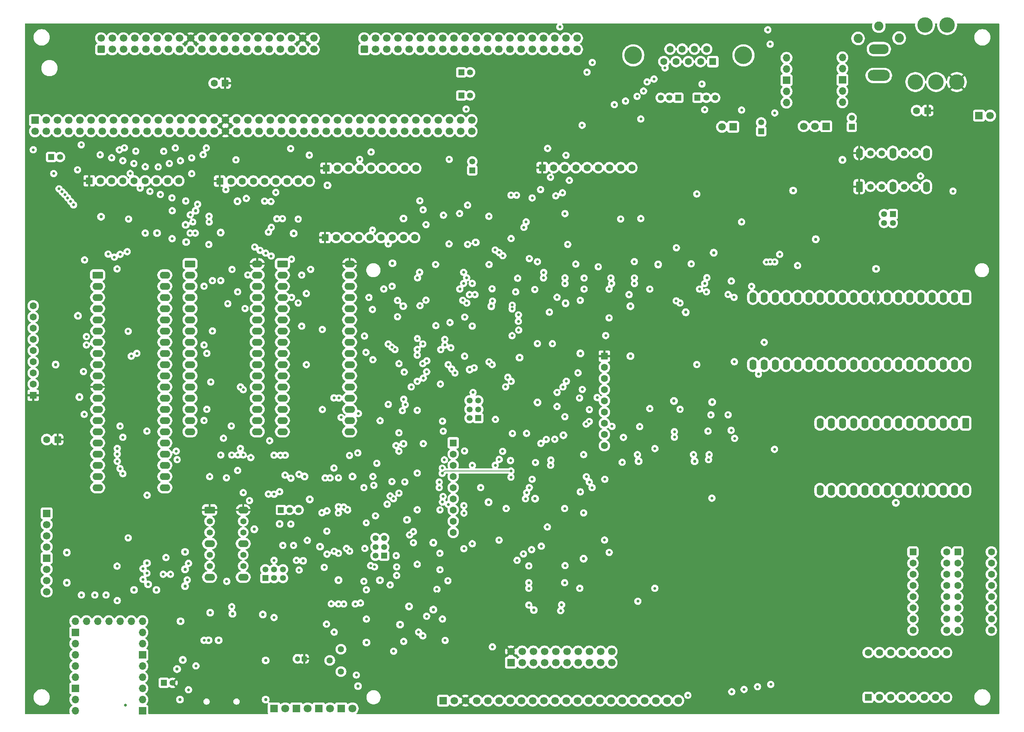
<source format=gbr>
%TF.GenerationSoftware,KiCad,Pcbnew,9.0.6*%
%TF.CreationDate,2025-11-24T00:24:31-08:00*%
%TF.ProjectId,SD-ZMB,53442d5a-4d42-42e6-9b69-6361645f7063,PR8.2*%
%TF.SameCoordinates,Original*%
%TF.FileFunction,Copper,L3,Inr*%
%TF.FilePolarity,Positive*%
%FSLAX46Y46*%
G04 Gerber Fmt 4.6, Leading zero omitted, Abs format (unit mm)*
G04 Created by KiCad (PCBNEW 9.0.6) date 2025-11-24 00:24:31*
%MOMM*%
%LPD*%
G01*
G04 APERTURE LIST*
G04 Aperture macros list*
%AMRoundRect*
0 Rectangle with rounded corners*
0 $1 Rounding radius*
0 $2 $3 $4 $5 $6 $7 $8 $9 X,Y pos of 4 corners*
0 Add a 4 corners polygon primitive as box body*
4,1,4,$2,$3,$4,$5,$6,$7,$8,$9,$2,$3,0*
0 Add four circle primitives for the rounded corners*
1,1,$1+$1,$2,$3*
1,1,$1+$1,$4,$5*
1,1,$1+$1,$6,$7*
1,1,$1+$1,$8,$9*
0 Add four rect primitives between the rounded corners*
20,1,$1+$1,$2,$3,$4,$5,0*
20,1,$1+$1,$4,$5,$6,$7,0*
20,1,$1+$1,$6,$7,$8,$9,0*
20,1,$1+$1,$8,$9,$2,$3,0*%
G04 Aperture macros list end*
%TA.AperFunction,ComponentPad*%
%ADD10RoundRect,0.250000X-0.550000X-0.550000X0.550000X-0.550000X0.550000X0.550000X-0.550000X0.550000X0*%
%TD*%
%TA.AperFunction,ComponentPad*%
%ADD11C,1.600000*%
%TD*%
%TA.AperFunction,ComponentPad*%
%ADD12RoundRect,0.250000X0.550000X-0.550000X0.550000X0.550000X-0.550000X0.550000X-0.550000X-0.550000X0*%
%TD*%
%TA.AperFunction,ComponentPad*%
%ADD13RoundRect,0.250000X0.350000X0.350000X-0.350000X0.350000X-0.350000X-0.350000X0.350000X-0.350000X0*%
%TD*%
%TA.AperFunction,ComponentPad*%
%ADD14C,1.200000*%
%TD*%
%TA.AperFunction,ComponentPad*%
%ADD15R,1.600000X1.600000*%
%TD*%
%TA.AperFunction,ComponentPad*%
%ADD16R,1.350000X1.350000*%
%TD*%
%TA.AperFunction,ComponentPad*%
%ADD17C,1.350000*%
%TD*%
%TA.AperFunction,ComponentPad*%
%ADD18RoundRect,0.250000X0.550000X-0.950000X0.550000X0.950000X-0.550000X0.950000X-0.550000X-0.950000X0*%
%TD*%
%TA.AperFunction,ComponentPad*%
%ADD19C,1.400000*%
%TD*%
%TA.AperFunction,ComponentPad*%
%ADD20O,1.600000X2.400000*%
%TD*%
%TA.AperFunction,ComponentPad*%
%ADD21R,1.700000X1.700000*%
%TD*%
%TA.AperFunction,ComponentPad*%
%ADD22C,1.700000*%
%TD*%
%TA.AperFunction,ComponentPad*%
%ADD23O,1.700000X1.700000*%
%TD*%
%TA.AperFunction,ComponentPad*%
%ADD24RoundRect,0.250000X-0.950000X-0.550000X0.950000X-0.550000X0.950000X0.550000X-0.950000X0.550000X0*%
%TD*%
%TA.AperFunction,ComponentPad*%
%ADD25O,2.400000X1.600000*%
%TD*%
%TA.AperFunction,ComponentPad*%
%ADD26C,4.000000*%
%TD*%
%TA.AperFunction,ComponentPad*%
%ADD27C,3.500000*%
%TD*%
%TA.AperFunction,ComponentPad*%
%ADD28R,1.800000X1.800000*%
%TD*%
%TA.AperFunction,ComponentPad*%
%ADD29C,1.800000*%
%TD*%
%TA.AperFunction,ComponentPad*%
%ADD30RoundRect,0.250000X0.550000X0.550000X-0.550000X0.550000X-0.550000X-0.550000X0.550000X-0.550000X0*%
%TD*%
%TA.AperFunction,ComponentPad*%
%ADD31RoundRect,0.250000X0.600000X-0.600000X0.600000X0.600000X-0.600000X0.600000X-0.600000X-0.600000X0*%
%TD*%
%TA.AperFunction,ComponentPad*%
%ADD32RoundRect,0.250000X-0.550000X0.950000X-0.550000X-0.950000X0.550000X-0.950000X0.550000X0.950000X0*%
%TD*%
%TA.AperFunction,ComponentPad*%
%ADD33O,5.000000X2.500000*%
%TD*%
%TA.AperFunction,ComponentPad*%
%ADD34O,4.500000X2.250000*%
%TD*%
%TA.AperFunction,ComponentPad*%
%ADD35C,1.440000*%
%TD*%
%TA.AperFunction,ViaPad*%
%ADD36C,0.762000*%
%TD*%
%TA.AperFunction,ViaPad*%
%ADD37C,2.082800*%
%TD*%
%TA.AperFunction,ViaPad*%
%ADD38C,0.635000*%
%TD*%
%TA.AperFunction,ViaPad*%
%ADD39C,0.558800*%
%TD*%
%TA.AperFunction,Conductor*%
%ADD40C,0.203200*%
%TD*%
G04 APERTURE END LIST*
D10*
%TO.N,N/C*%
%TO.C,SPARE2*%
X304292000Y-215900000D03*
D11*
X304292000Y-218440000D03*
X304292000Y-220979999D03*
X304292000Y-223520000D03*
X304292000Y-226060000D03*
X304292000Y-228600000D03*
X304292000Y-231140000D03*
X304292000Y-233680001D03*
X311912000Y-233680000D03*
X311912000Y-231140000D03*
X311912000Y-228600000D03*
X311912000Y-226060000D03*
X311912000Y-223520000D03*
X311912000Y-220980000D03*
X311912000Y-218440000D03*
X311912000Y-215900000D03*
%TD*%
D12*
%TO.N,N/C*%
%TO.C,SPARE3*%
X283972000Y-248920000D03*
D11*
X286512000Y-248920000D03*
X289051999Y-248920000D03*
X291592000Y-248920000D03*
X294132000Y-248920000D03*
X296672000Y-248920000D03*
X299212000Y-248920000D03*
X301752001Y-248920000D03*
X301752000Y-238760001D03*
X299212000Y-238760000D03*
X296672000Y-238760000D03*
X294132000Y-238760000D03*
X291592000Y-238760000D03*
X289052000Y-238760001D03*
X286512000Y-238760000D03*
X283972000Y-238760000D03*
%TD*%
D10*
%TO.N,N/C*%
%TO.C,SPARE1*%
X294132000Y-215900000D03*
D11*
X294132000Y-218440000D03*
X294132000Y-220979999D03*
X294132000Y-223520000D03*
X294132000Y-226060000D03*
X294132000Y-228600000D03*
X294132000Y-231140000D03*
X294132000Y-233680001D03*
X301752000Y-233680000D03*
X301752000Y-231140000D03*
X301752000Y-228600000D03*
X301752000Y-226060000D03*
X301752000Y-223520000D03*
X301752000Y-220980000D03*
X301752000Y-218440000D03*
X301752000Y-215900000D03*
%TD*%
D13*
%TO.N,+5V*%
%TO.C,C6*%
X156043600Y-240157000D03*
D14*
%TO.N,GND*%
X154543600Y-240157000D03*
%TD*%
D15*
%TO.N,+5V*%
%TO.C,RN4*%
X107315000Y-131650000D03*
D11*
%TO.N,BA16*%
X109855000Y-131650000D03*
%TO.N,BA17*%
X112395000Y-131650000D03*
%TO.N,BA18*%
X114935000Y-131650000D03*
%TO.N,BA19*%
X117475000Y-131650000D03*
%TO.N,BA20*%
X120015000Y-131650000D03*
%TO.N,BA21*%
X122555000Y-131650000D03*
%TO.N,BA22*%
X125095000Y-131650000D03*
%TO.N,BA23*%
X127635000Y-131650000D03*
%TD*%
D16*
%TO.N,/MainBoard-CPU_Decode/VPU2*%
%TO.C,OP1*%
X150780999Y-206375000D03*
D17*
%TO.N,/MainBoard-CPU_Decode/CLKhRST-*%
X152780999Y-206375000D03*
%TO.N,/MainBoard-CPU_Decode/CLKhRR-*%
X154780999Y-206375000D03*
%TD*%
D18*
%TO.N,+5V*%
%TO.C,U31*%
X281940000Y-132969000D03*
D19*
%TO.N,unconnected-(U31-NC2-Pad2)*%
X284480000Y-132969000D03*
%TO.N,unconnected-(U31-NC3-Pad3)*%
X287020000Y-132969000D03*
D20*
%TO.N,GND*%
X289560000Y-132969000D03*
D19*
%TO.N,unconnected-(U31-NC5-Pad5)*%
X292100000Y-132969000D03*
%TO.N,unconnected-(U31-NC6-Pad6)*%
X294640000Y-132969000D03*
D20*
%TO.N,GND*%
X297180000Y-132969000D03*
%TO.N,/ExpIFC-SIOCTC/CTC_CLK*%
X297180000Y-125349000D03*
D19*
%TO.N,unconnected-(U31-NC9-Pad9)*%
X294640000Y-125349000D03*
%TO.N,unconnected-(U31-NC10-Pad10)*%
X292100000Y-125349000D03*
D20*
%TO.N,/ExpIFC-SIOCTC/CTC_CLK*%
X289560000Y-125349000D03*
D19*
%TO.N,unconnected-(U31-NC12-Pad12)*%
X287020000Y-125349000D03*
%TO.N,unconnected-(U31-NC13-Pad13)*%
X284480000Y-125349000D03*
D20*
%TO.N,+5V*%
X281940000Y-125349000D03*
%TD*%
D21*
%TO.N,GND*%
%TO.C,J16*%
X274447000Y-119253000D03*
D22*
%TO.N,/ExpIFC-SIOCTC/CHB_RXD*%
X271907000Y-119253000D03*
%TO.N,/ExpIFC-SIOCTC/CHB_TXD*%
X269367001Y-119253000D03*
%TD*%
D23*
%TO.N,BRDRST-*%
%TO.C,M1*%
X265450000Y-103722000D03*
%TO.N,unconnected-(M1-3V3-Pad2)*%
X265450000Y-106262000D03*
D21*
%TO.N,unconnected-(M1-VIO-Pad3)_1*%
X265450000Y-108802000D03*
D23*
%TO.N,GND*%
X265450000Y-111342000D03*
%TO.N,unconnected-(M1-VBUS-Pad5)_1*%
X265450000Y-113882000D03*
%TO.N,unconnected-(M1-CB0-Pad6)_1*%
X278130000Y-113792000D03*
%TO.N,Net-(JP6-Pin_2)*%
X278130000Y-111252000D03*
D21*
%TO.N,unconnected-(M1-RTS-(O)-Pad8)*%
X278130000Y-108712000D03*
D23*
%TO.N,/ExpIFC-SIOCTC/CHB_TXD*%
X278130000Y-106172000D03*
%TO.N,unconnected-(M1-CTS-(I)-Pad10)*%
X278130000Y-103632000D03*
%TD*%
D24*
%TO.N,ZA11*%
%TO.C,U13*%
X109220000Y-153035000D03*
D25*
%TO.N,ZA12*%
X109220000Y-155575000D03*
%TO.N,ZA13*%
X109220000Y-158115000D03*
%TO.N,ZA14*%
X109220000Y-160655000D03*
%TO.N,ZA15*%
X109220000Y-163195000D03*
%TO.N,ZCLK*%
X109220000Y-165735000D03*
%TO.N,ZD4*%
X109220000Y-168275000D03*
%TO.N,ZD3*%
X109220000Y-170815000D03*
%TO.N,ZD5*%
X109220000Y-173355000D03*
%TO.N,ZD6*%
X109220000Y-175895000D03*
%TO.N,+5V*%
X109220000Y-178435000D03*
%TO.N,ZD2*%
X109220000Y-180975000D03*
%TO.N,ZD7*%
X109220000Y-183515000D03*
%TO.N,ZD0*%
X109220000Y-186055000D03*
%TO.N,ZD1*%
X109220000Y-188595000D03*
%TO.N,ZINT-*%
X109220000Y-191135000D03*
%TO.N,ZNMI-*%
X109220000Y-193675000D03*
%TO.N,ZHALT-*%
X109220000Y-196215000D03*
%TO.N,ZMREQ-*%
X109220000Y-198755000D03*
%TO.N,ZIORQ-*%
X109220000Y-201295000D03*
%TO.N,ZRD-*%
X124460000Y-201295000D03*
%TO.N,ZWR-*%
X124460000Y-198755000D03*
%TO.N,ZBSAK-*%
X124460000Y-196215000D03*
%TO.N,ZWAIT-*%
X124460000Y-193675000D03*
%TO.N,ZBREQ-*%
X124460000Y-191135000D03*
%TO.N,ZRST-*%
X124460000Y-188595000D03*
%TO.N,ZM1-*%
X124460000Y-186055000D03*
%TO.N,ZRFSH-*%
X124460000Y-183515000D03*
%TO.N,GND*%
X124460000Y-180975000D03*
%TO.N,ZA0*%
X124460000Y-178435000D03*
%TO.N,ZA1*%
X124460000Y-175895000D03*
%TO.N,ZA2*%
X124460000Y-173355000D03*
%TO.N,ZA3*%
X124460000Y-170815000D03*
%TO.N,ZA4*%
X124460000Y-168275000D03*
%TO.N,ZA5*%
X124460000Y-165735000D03*
%TO.N,ZA6*%
X124460000Y-163195000D03*
%TO.N,ZA7*%
X124460000Y-160655000D03*
%TO.N,ZA8*%
X124460000Y-158115000D03*
%TO.N,ZA9*%
X124460000Y-155575000D03*
%TO.N,ZA10*%
X124460000Y-153035000D03*
%TD*%
D21*
%TO.N,GND*%
%TO.C,J3*%
X253370000Y-119380000D03*
D22*
%TO.N,/ExpIFC-SIOCTC/CHA_DTR-*%
X250830000Y-119380000D03*
%TD*%
D15*
%TO.N,GND*%
%TO.C,RN1*%
X189865000Y-191135000D03*
D11*
%TO.N,/MainBoard-CPU_Decode/PDA16*%
X189865000Y-193675000D03*
%TO.N,/MainBoard-CPU_Decode/PDA17*%
X189865000Y-196215000D03*
%TO.N,/MainBoard-CPU_Decode/PDA18*%
X189865000Y-198755000D03*
%TO.N,/MainBoard-CPU_Decode/PDA20*%
X189865000Y-201295000D03*
%TO.N,/MainBoard-CPU_Decode/MHA21*%
X189865000Y-203835000D03*
%TO.N,/MainBoard-CPU_Decode/MHA22*%
X189865000Y-206375000D03*
%TO.N,/MainBoard-CPU_Decode/MHA23*%
X189865000Y-208915000D03*
%TO.N,unconnected-(RN1-R8-Pad9)*%
X189865000Y-211455000D03*
%TD*%
D26*
%TO.N,N/C*%
%TO.C,J18*%
X255690000Y-103155331D03*
X230690000Y-103155331D03*
D15*
%TO.N,unconnected-(J18-Pad1)*%
X248730000Y-104575331D03*
D11*
%TO.N,/ExpIFC-SIOCTC/C1_RXD*%
X245960000Y-104575331D03*
%TO.N,/ExpIFC-SIOCTC/C1_TXD*%
X243190000Y-104575331D03*
%TO.N,/ExpIFC-SIOCTC/C1_DTR*%
X240420000Y-104575331D03*
%TO.N,GND*%
X237650000Y-104575331D03*
%TO.N,/ExpIFC-SIOCTC/C1_DSR*%
X247345000Y-101735331D03*
%TO.N,/ExpIFC-SIOCTC/C1_RTR*%
X244575000Y-101735331D03*
%TO.N,/ExpIFC-SIOCTC/C1_CTS*%
X241805000Y-101735331D03*
%TO.N,unconnected-(J18-Pad9)*%
X239035000Y-101735331D03*
%TD*%
D16*
%TO.N,Net-(OP4-Pin_a1)*%
%TO.C,OP4*%
X147256999Y-221837000D03*
D17*
%TO.N,CLKf*%
X149256999Y-221837000D03*
%TO.N,CLKh*%
X151256999Y-221837000D03*
%TO.N,ZCLK*%
X147256999Y-219837000D03*
X149256999Y-219837000D03*
X151256999Y-219837000D03*
%TD*%
D27*
%TO.N,unconnected-(SW2-A-Pad1)*%
%TO.C,SW2*%
X294679000Y-109216000D03*
%TO.N,/ExpIFC-SIOCTC/+5IN*%
X299379000Y-109216000D03*
%TO.N,+5V*%
X304079000Y-109216000D03*
%TO.N,unconnected-(SW2-PadM1)*%
X296879000Y-96266000D03*
%TO.N,unconnected-(SW2-PadM2)*%
X301879000Y-96266000D03*
%TD*%
D28*
%TO.N,Net-(D2-K)*%
%TO.C,D2*%
X154305000Y-251460000D03*
D29*
%TO.N,Net-(D2-A)*%
X156845000Y-251460000D03*
%TD*%
D21*
%TO.N,+3.3V*%
%TO.C,J10*%
X97663000Y-207137000D03*
D22*
%TO.N,GND*%
X97663000Y-209677000D03*
%TO.N,/ExpIFC-SIOCTC/SCL0_RX*%
X97663000Y-212217000D03*
%TO.N,/ExpIFC-SIOCTC/SDA_TX*%
X97663000Y-214757000D03*
%TD*%
D15*
%TO.N,+5V*%
%TO.C,RN3*%
X224155000Y-171450000D03*
D11*
%TO.N,BA08*%
X224155000Y-173990000D03*
%TO.N,BA09*%
X224155000Y-176530000D03*
%TO.N,BA10*%
X224155000Y-179070000D03*
%TO.N,BA11*%
X224155000Y-181610000D03*
%TO.N,BA13*%
X224155000Y-184150000D03*
%TO.N,BA14*%
X224155000Y-186690000D03*
%TO.N,BA15*%
X224155000Y-189230000D03*
%TO.N,BA12*%
X224155000Y-191770000D03*
%TD*%
D15*
%TO.N,+5V*%
%TO.C,RN2*%
X94615000Y-180339999D03*
D11*
%TO.N,BA00*%
X94615000Y-177799999D03*
%TO.N,BA01*%
X94615000Y-175259999D03*
%TO.N,BA02*%
X94615000Y-172719999D03*
%TO.N,BA03*%
X94615000Y-170179999D03*
%TO.N,BA04*%
X94615000Y-167639999D03*
%TO.N,BA05*%
X94615000Y-165099999D03*
%TO.N,BA06*%
X94615000Y-162559999D03*
%TO.N,BA07*%
X94615000Y-160019999D03*
%TD*%
D30*
%TO.N,+5V*%
%TO.C,C3*%
X138153449Y-109466688D03*
D11*
%TO.N,GND*%
X135653449Y-109466688D03*
%TD*%
D30*
%TO.N,+5V*%
%TO.C,C4*%
X297473380Y-115697000D03*
D11*
%TO.N,GND*%
X294973380Y-115697000D03*
%TD*%
D16*
%TO.N,/ExpIFC-SIOCTC/C1_RTR*%
%TO.C,OP2*%
X240919000Y-112776000D03*
D17*
%TO.N,/ExpIFC-SIOCTC/HSOUT*%
X238919000Y-112776000D03*
%TO.N,/ExpIFC-SIOCTC/C1_DTR*%
X236919000Y-112776000D03*
%TD*%
D24*
%TO.N,/MainBoard-CPU_Decode/MHA18*%
%TO.C,U22*%
X151130000Y-150495000D03*
D25*
%TO.N,/MainBoard-CPU_Decode/MHA16*%
X151130000Y-153035000D03*
%TO.N,/MainBoard-CPU_Decode/MHA15*%
X151130000Y-155575000D03*
%TO.N,ZA12*%
X151130000Y-158115000D03*
%TO.N,ZA7*%
X151130000Y-160655000D03*
%TO.N,ZA6*%
X151130000Y-163195000D03*
%TO.N,ZA5*%
X151130000Y-165735000D03*
%TO.N,ZA4*%
X151130000Y-168275000D03*
%TO.N,ZA3*%
X151130000Y-170815000D03*
%TO.N,ZA2*%
X151130000Y-173355000D03*
%TO.N,ZA1*%
X151130000Y-175895000D03*
%TO.N,ZA0*%
X151130000Y-178435000D03*
%TO.N,ZD0*%
X151130000Y-180975000D03*
%TO.N,ZD1*%
X151130000Y-183515000D03*
%TO.N,ZD2*%
X151130000Y-186055000D03*
%TO.N,GND*%
X151130000Y-188595000D03*
%TO.N,ZD3*%
X166370000Y-188595000D03*
%TO.N,ZD4*%
X166370000Y-186055000D03*
%TO.N,ZD5*%
X166370000Y-183515000D03*
%TO.N,ZD6*%
X166370000Y-180975000D03*
%TO.N,ZD7*%
X166370000Y-178435000D03*
%TO.N,/MainBoard-CPU_Decode/LCLMEM-*%
X166370000Y-175895000D03*
%TO.N,ZA10*%
X166370000Y-173355000D03*
%TO.N,/MainBoard-CPU_Decode/FLASHRD-*%
X166370000Y-170815000D03*
%TO.N,ZA11*%
X166370000Y-168275000D03*
%TO.N,ZA9*%
X166370000Y-165735000D03*
%TO.N,ZA8*%
X166370000Y-163195000D03*
%TO.N,/MainBoard-CPU_Decode/MHA13*%
X166370000Y-160655000D03*
%TO.N,/MainBoard-CPU_Decode/MHA14*%
X166370000Y-158115000D03*
%TO.N,/MainBoard-CPU_Decode/MHA17*%
X166370000Y-155575000D03*
%TO.N,/MainBoard-CPU_Decode/FLASHWR-*%
X166370000Y-153035000D03*
%TO.N,+5V*%
X166370000Y-150495000D03*
%TD*%
D31*
%TO.N,ZCLK*%
%TO.C,J9*%
X169678501Y-101805501D03*
D22*
%TO.N,ZINT-*%
X169678501Y-99265501D03*
%TO.N,BMREQ-*%
X172218501Y-101805501D03*
%TO.N,BWR-*%
X172218501Y-99265501D03*
%TO.N,BRD-*%
X174758500Y-101805501D03*
%TO.N,BIORQ-*%
X174758501Y-99265501D03*
%TO.N,BD0*%
X177298501Y-101805501D03*
%TO.N,BD1*%
X177298501Y-99265501D03*
%TO.N,BD2*%
X179838501Y-101805501D03*
%TO.N,BD3*%
X179838501Y-99265501D03*
%TO.N,BD4*%
X182378501Y-101805501D03*
%TO.N,BD5*%
X182378501Y-99265501D03*
%TO.N,BD6*%
X184918501Y-101805501D03*
%TO.N,BD7*%
X184918501Y-99265501D03*
%TO.N,/ExpIFC-SIOCTC/TXD_A*%
X187458502Y-101805501D03*
%TO.N,/ExpIFC-SIOCTC/RXD_A*%
X187458501Y-99265501D03*
%TO.N,/ExpIFC-SIOCTC/ExIRQ1-*%
X189998501Y-101805501D03*
%TO.N,/ExpIFC-SIOCTC/bpIEI*%
X189998501Y-99265501D03*
%TO.N,bpIEO*%
X192538501Y-101805501D03*
%TO.N,CRSTRQ-*%
X192538501Y-99265501D03*
%TO.N,/ExpIFC-SIOCTC/IOCLK*%
X195078501Y-101805501D03*
%TO.N,ZBSAK-*%
X195078501Y-99265501D03*
%TO.N,ZHALT-*%
X197618500Y-101805501D03*
%TO.N,ZBREQ-*%
X197618501Y-99265501D03*
%TO.N,ZWAIT-*%
X200158501Y-101805501D03*
%TO.N,NMIREQ-*%
X200158501Y-99265501D03*
%TO.N,/ExpIFC-SIOCTC/NC_D08*%
X202698501Y-101805501D03*
%TO.N,/ExpIFC-SIOCTC/NC_D09*%
X202698501Y-99265501D03*
%TO.N,/ExpIFC-SIOCTC/NC_D10*%
X205238501Y-101805501D03*
%TO.N,/ExpIFC-SIOCTC/NC_D11*%
X205238501Y-99265501D03*
%TO.N,/ExpIFC-SIOCTC/NC_D12*%
X207778500Y-101805501D03*
%TO.N,/ExpIFC-SIOCTC/NC_D13*%
X207778501Y-99265501D03*
%TO.N,/ExpIFC-SIOCTC/NC_D14*%
X210318502Y-101805501D03*
%TO.N,/ExpIFC-SIOCTC/NC_D15*%
X210318501Y-99265501D03*
%TO.N,/ExpIFC-SIOCTC/TXD_B*%
X212858501Y-101805501D03*
%TO.N,/ExpIFC-SIOCTC/RXD_B*%
X212858501Y-99265501D03*
%TO.N,/ExpIFC-SIOCTC/ExIRQ2-*%
X215398501Y-101805501D03*
%TO.N,/ExpIFC-SIOCTC/USR6*%
X215398501Y-99265501D03*
%TO.N,/ExpIFC-SIOCTC/USR7*%
X217938501Y-101805501D03*
%TO.N,/ExpIFC-SIOCTC/USR8*%
X217938501Y-99265501D03*
%TD*%
D16*
%TO.N,GND*%
%TO.C,OP8*%
X259715000Y-120380000D03*
D17*
%TO.N,/ExpIFC-SIOCTC/CNSLSELB-*%
X259715000Y-118380000D03*
%TD*%
D32*
%TO.N,ZD1*%
%TO.C,U35*%
X306070000Y-158115000D03*
D20*
%TO.N,ZD3*%
X303530000Y-158115000D03*
%TO.N,ZD5*%
X300990000Y-158115000D03*
%TO.N,ZD7*%
X298450000Y-158115000D03*
%TO.N,ZINT-*%
X295910000Y-158115000D03*
%TO.N,Net-(U35-IEI)*%
X293370000Y-158115000D03*
%TO.N,/ExpIFC-SIOCTC/SIOIEO*%
X290830000Y-158115000D03*
%TO.N,ZM1-*%
X288290000Y-158115000D03*
%TO.N,+5V*%
X285750000Y-158115000D03*
%TO.N,unconnected-(U35-~{W{slash}RDYA}-Pad10)*%
X283210000Y-158115000D03*
%TO.N,/ExpIFC-SIOCTC/CNSLSELB-*%
X280670000Y-158115000D03*
%TO.N,/ExpIFC-SIOCTC/CHA_RXD*%
X278130000Y-158115000D03*
%TO.N,/ExpIFC-SIOCTC/CHA_CLK*%
X275590000Y-158115000D03*
X273050000Y-158115000D03*
%TO.N,/ExpIFC-SIOCTC/CHA_TXD*%
X270510000Y-158115000D03*
%TO.N,Net-(U35-~{DTRA})*%
X267970000Y-158115000D03*
%TO.N,/ExpIFC-SIOCTC/CHA_RTR-*%
X265430000Y-158115000D03*
%TO.N,/ExpIFC-SIOCTC/CHA_CTS-*%
X262890000Y-158115000D03*
%TO.N,/ExpIFC-SIOCTC/ExIRQ1-*%
X260350000Y-158115000D03*
%TO.N,/ExpIFC-SIOCTC/IOCLK*%
X257810000Y-158115000D03*
%TO.N,BRDRST-*%
X257810000Y-173355000D03*
%TO.N,/ExpIFC-SIOCTC/ExIRQ2-*%
X260350000Y-173355000D03*
%TO.N,/ExpIFC-SIOCTC/MODIRQ-*%
X262890000Y-173355000D03*
%TO.N,Net-(U35-~{RTSB})*%
X265430000Y-173355000D03*
%TO.N,Net-(U35-~{DTRB})*%
X267970000Y-173355000D03*
%TO.N,Net-(U35-TxDB)*%
X270510000Y-173355000D03*
%TO.N,/ExpIFC-SIOCTC/CHB_CLK*%
X273050000Y-173355000D03*
X275590000Y-173355000D03*
%TO.N,Net-(U35-RxDB)*%
X278130000Y-173355000D03*
%TO.N,unconnected-(U35-~{W{slash}RDYB}-Pad30)*%
X280670000Y-173355000D03*
%TO.N,GND*%
X283210000Y-173355000D03*
%TO.N,ZRD-*%
X285750000Y-173355000D03*
%TO.N,ZA0*%
X288290000Y-173355000D03*
%TO.N,ZA1*%
X290830000Y-173355000D03*
%TO.N,SIO_SEL-*%
X293370000Y-173355000D03*
%TO.N,ZIORQ-*%
X295910000Y-173355000D03*
%TO.N,ZD6*%
X298450000Y-173355000D03*
%TO.N,ZD4*%
X300990000Y-173355000D03*
%TO.N,ZD2*%
X303530000Y-173355000D03*
%TO.N,ZD0*%
X306070000Y-173355000D03*
%TD*%
D16*
%TO.N,/ExpIFC-SIOCTC/C1_CTS*%
%TO.C,OP3*%
X245269000Y-112776000D03*
D17*
%TO.N,/ExpIFC-SIOCTC/HSIN*%
X247269000Y-112776000D03*
%TO.N,/ExpIFC-SIOCTC/C1_DSR*%
X249269000Y-112776000D03*
%TD*%
D33*
%TO.N,/ExpIFC-SIOCTC/+5IN*%
%TO.C,J4*%
X286385000Y-107727000D03*
D34*
%TO.N,GND*%
X286385000Y-101727000D03*
%TD*%
D21*
%TO.N,GND*%
%TO.C,J17*%
X202946000Y-241051000D03*
D22*
%TO.N,+5V*%
X202946000Y-238511000D03*
%TO.N,/ExpIFC-SIOCTC/CONV0*%
X205486000Y-241051000D03*
%TO.N,ZWR-*%
X205486000Y-238511000D03*
%TO.N,ZRD-*%
X208026000Y-241051000D03*
%TO.N,DISPSEL-*%
X208026000Y-238511000D03*
%TO.N,ZA0*%
X210566000Y-241051000D03*
%TO.N,BRDRST-*%
X210566000Y-238511000D03*
%TO.N,ZD0*%
X213106000Y-241051000D03*
%TO.N,ZD1*%
X213106000Y-238511000D03*
%TO.N,ZD2*%
X215646000Y-241051000D03*
%TO.N,ZD3*%
X215646000Y-238511000D03*
%TO.N,ZD4*%
X218186000Y-241051000D03*
%TO.N,ZD5*%
X218186000Y-238511000D03*
%TO.N,ZD6*%
X220726000Y-241051000D03*
%TO.N,ZD7*%
X220726000Y-238511000D03*
%TO.N,/ExpIFC-SIOCTC/FONT1*%
X223266000Y-241051000D03*
%TO.N,/ExpIFC-SIOCTC/CONPWR*%
X223266000Y-238511000D03*
%TO.N,/ExpIFC-SIOCTC/BLPWR*%
X225806000Y-241051000D03*
%TO.N,GND*%
X225806000Y-238511000D03*
%TD*%
D16*
%TO.N,/ExpIFC-SIOCTC/BAI0*%
%TO.C,JP3*%
X98690000Y-126250000D03*
D17*
%TO.N,/ExpIFC-SIOCTC/BAO0*%
X100690000Y-126250000D03*
%TD*%
D16*
%TO.N,/ExpIFC-SIOCTC/bpIEI*%
%TO.C,JP2*%
X191690000Y-107000000D03*
D17*
%TO.N,bpIEO*%
X193690000Y-107000000D03*
%TD*%
D16*
%TO.N,ZCLK*%
%TO.C,OP6*%
X174212000Y-216757000D03*
D17*
%TO.N,CLKf*%
X174212000Y-214757000D03*
%TO.N,CLKh*%
X174212000Y-212757000D03*
%TO.N,/ExpIFC-SIOCTC/IOCLK*%
X172212000Y-216757000D03*
X172212000Y-214757000D03*
X172212000Y-212757000D03*
%TD*%
D16*
%TO.N,/ExpIFC-SIOCTC/LCLIA-*%
%TO.C,JP4*%
X191690000Y-112250000D03*
D17*
%TO.N,/ExpIFC-SIOCTC/B0IEO*%
X193690000Y-112250000D03*
%TD*%
D23*
%TO.N,/ExpIFC-SIOCTC/SDA_TX*%
%TO.C,U45*%
X104140000Y-251968000D03*
%TO.N,/ExpIFC-SIOCTC/SCL0_RX*%
X104140000Y-249428000D03*
D21*
%TO.N,/ExpIFC-SIOCTC/V3D0*%
X104140000Y-246888000D03*
D23*
%TO.N,/ExpIFC-SIOCTC/V3D1*%
X104140000Y-244348000D03*
%TO.N,/ExpIFC-SIOCTC/V3D2*%
X104140000Y-241808000D03*
%TO.N,/ExpIFC-SIOCTC/V3D3*%
X104140000Y-239268000D03*
%TO.N,/ExpIFC-SIOCTC/V3D4*%
X104140000Y-236728000D03*
D21*
%TO.N,/ExpIFC-SIOCTC/V3D5*%
X104140000Y-234188000D03*
D23*
%TO.N,/ExpIFC-SIOCTC/V3D6*%
X104140000Y-231648000D03*
%TO.N,/ExpIFC-SIOCTC/V3D7*%
X106680000Y-231648000D03*
%TO.N,/ExpIFC-SIOCTC/MA0*%
X109220000Y-231648001D03*
%TO.N,/ExpIFC-SIOCTC/MRD-*%
X111760000Y-231647999D03*
%TO.N,/ExpIFC-SIOCTC/MWR-*%
X114300000Y-231648000D03*
%TO.N,/ExpIFC-SIOCTC/MSEL-*%
X116840000Y-231648000D03*
%TO.N,/ExpIFC-SIOCTC/WAITRQ-*%
X119380000Y-231648000D03*
%TO.N,/ExpIFC-SIOCTC/INTRQ*%
X119380000Y-234188000D03*
%TO.N,/ExpIFC-SIOCTC/SPICK*%
X119380000Y-236728000D03*
D21*
%TO.N,/ExpIFC-SIOCTC/SPIMO*%
X119380000Y-239268000D03*
D23*
%TO.N,/ExpIFC-SIOCTC/SPIMI*%
X119380000Y-241808000D03*
%TO.N,/ExpIFC-SIOCTC/SDCS-*%
X119380000Y-244348000D03*
%TO.N,+3.3V*%
X119380000Y-246888000D03*
%TO.N,GND*%
X119380000Y-249428000D03*
D21*
%TO.N,/ExpIFC-SIOCTC/UHPWR5*%
X119380000Y-251968000D03*
%TD*%
D16*
%TO.N,/ExpIFC-SIOCTC/CHB_RXD*%
%TO.C,JP6*%
X280247869Y-119363742D03*
D17*
%TO.N,Net-(JP6-Pin_2)*%
X280247869Y-117363742D03*
%TD*%
D21*
%TO.N,GND*%
%TO.C,J1*%
X309113000Y-116839999D03*
D22*
%TO.N,Net-(J1-Pin_2)*%
X311653000Y-116839999D03*
%TD*%
D32*
%TO.N,ZD4*%
%TO.C,U33*%
X306070000Y-186690000D03*
D20*
%TO.N,ZD5*%
X303530000Y-186690000D03*
%TO.N,ZD6*%
X300990000Y-186690000D03*
%TO.N,ZD7*%
X298450000Y-186690000D03*
%TO.N,GND*%
X295910000Y-186690000D03*
%TO.N,ZRD-*%
X293370000Y-186690000D03*
%TO.N,/ExpIFC-SIOCTC/CHA_CLK*%
X290830000Y-186690000D03*
%TO.N,/ExpIFC-SIOCTC/CHB_CLK*%
X288290000Y-186690000D03*
%TO.N,/ExpIFC-SIOCTC/CTC2_OUT*%
X285750000Y-186690000D03*
%TO.N,ZIORQ-*%
X283210000Y-186690000D03*
%TO.N,/ExpIFC-SIOCTC/CTCIEO*%
X280670000Y-186690000D03*
%TO.N,ZINT-*%
X278130000Y-186690000D03*
%TO.N,/ExpIFC-SIOCTC/SIOIEO*%
X275590000Y-186690000D03*
%TO.N,ZM1-*%
X273050000Y-186690000D03*
%TO.N,/ExpIFC-SIOCTC/IOCLK*%
X273050000Y-201930000D03*
%TO.N,CTC_SEL-*%
X275590000Y-201930000D03*
%TO.N,BRDRST-*%
X278130000Y-201930000D03*
%TO.N,ZA0*%
X280670000Y-201930000D03*
%TO.N,ZA1*%
X283210000Y-201930000D03*
%TO.N,/ExpIFC-SIOCTC/CTC3_CLK*%
X285750000Y-201930000D03*
%TO.N,/ExpIFC-SIOCTC/CTC_CLK*%
X288290000Y-201930000D03*
X290830000Y-201930000D03*
X293370000Y-201930000D03*
%TO.N,+5V*%
X295910000Y-201930000D03*
%TO.N,ZD0*%
X298450000Y-201930000D03*
%TO.N,ZD1*%
X300990000Y-201930000D03*
%TO.N,ZD2*%
X303530000Y-201930000D03*
%TO.N,ZD3*%
X306070000Y-201930000D03*
%TD*%
D21*
%TO.N,GND*%
%TO.C,M2*%
X187565000Y-249660000D03*
D22*
X190105000Y-249660000D03*
%TO.N,+5V*%
X192645000Y-249660000D03*
%TO.N,/ExpIFC-SIOCTC/CONV0*%
X195185000Y-249660000D03*
%TO.N,ZWR-*%
X197725000Y-249660000D03*
%TO.N,ZRD-*%
X200265000Y-249660000D03*
%TO.N,DISPSEL-*%
X202805000Y-249660000D03*
%TO.N,ZA0*%
X205345000Y-249660000D03*
%TO.N,BRDRST-*%
X207885000Y-249660000D03*
%TO.N,ZD0*%
X210425000Y-249660000D03*
%TO.N,ZD1*%
X212965000Y-249660000D03*
%TO.N,ZD2*%
X215505000Y-249660000D03*
%TO.N,ZD3*%
X218045000Y-249660000D03*
%TO.N,ZD4*%
X220585000Y-249660000D03*
%TO.N,ZD5*%
X223125000Y-249660000D03*
%TO.N,ZD6*%
X225665000Y-249660000D03*
%TO.N,ZD7*%
X228205000Y-249660000D03*
%TO.N,/ExpIFC-SIOCTC/FONT1*%
X230745000Y-249660000D03*
%TO.N,/ExpIFC-SIOCTC/CONPWR*%
X233285000Y-249660000D03*
%TO.N,/ExpIFC-SIOCTC/BLPWR*%
X235825000Y-249660000D03*
%TO.N,GND*%
X238365000Y-249660000D03*
%TO.N,unconnected-(M2-NC-Pad22)*%
X240905000Y-249660000D03*
%TD*%
D28*
%TO.N,Net-(D4-K)*%
%TO.C,D4*%
X164465000Y-251460000D03*
D29*
%TO.N,Net-(D4-A)*%
X167005000Y-251460000D03*
%TD*%
D24*
%TO.N,/MainBoard-CPU_Decode/MHA18*%
%TO.C,U21*%
X130175000Y-150495000D03*
D25*
%TO.N,/MainBoard-CPU_Decode/MHA16*%
X130175000Y-153035000D03*
%TO.N,/MainBoard-CPU_Decode/MHA14*%
X130175000Y-155575000D03*
%TO.N,ZA12*%
X130175000Y-158115000D03*
%TO.N,ZA7*%
X130175000Y-160655000D03*
%TO.N,ZA6*%
X130175000Y-163195000D03*
%TO.N,ZA5*%
X130175000Y-165735000D03*
%TO.N,ZA4*%
X130175000Y-168275000D03*
%TO.N,ZA3*%
X130175000Y-170815000D03*
%TO.N,ZA2*%
X130175000Y-173355000D03*
%TO.N,ZA1*%
X130175000Y-175895000D03*
%TO.N,ZA0*%
X130175000Y-178435000D03*
%TO.N,ZD0*%
X130175000Y-180975000D03*
%TO.N,ZD1*%
X130175000Y-183515000D03*
%TO.N,ZD2*%
X130175000Y-186055000D03*
%TO.N,GND*%
X130175000Y-188595000D03*
%TO.N,ZD3*%
X145415000Y-188595000D03*
%TO.N,ZD4*%
X145415000Y-186055000D03*
%TO.N,ZD5*%
X145415000Y-183515000D03*
%TO.N,ZD6*%
X145415000Y-180975000D03*
%TO.N,ZD7*%
X145415000Y-178435000D03*
%TO.N,/MainBoard-CPU_Decode/LCLMEM-*%
X145415000Y-175895000D03*
%TO.N,ZA10*%
X145415000Y-173355000D03*
%TO.N,/MainBoard-CPU_Decode/SRAMRD-*%
X145415000Y-170815000D03*
%TO.N,ZA11*%
X145415000Y-168275000D03*
%TO.N,ZA9*%
X145415000Y-165735000D03*
%TO.N,ZA8*%
X145415000Y-163195000D03*
%TO.N,/MainBoard-CPU_Decode/MHA13*%
X145415000Y-160655000D03*
%TO.N,/MainBoard-CPU_Decode/SRAMWR-*%
X145415000Y-158115000D03*
%TO.N,/MainBoard-CPU_Decode/MHA17*%
X145415000Y-155575000D03*
%TO.N,/MainBoard-CPU_Decode/MHA15*%
X145415000Y-153035000D03*
%TO.N,+5V*%
X145415000Y-150495000D03*
%TD*%
D15*
%TO.N,+5V*%
%TO.C,RN5*%
X160782000Y-144526000D03*
D11*
%TO.N,ZD0*%
X163322000Y-144526000D03*
%TO.N,ZD1*%
X165862000Y-144526000D03*
%TO.N,ZD2*%
X168402000Y-144526000D03*
%TO.N,ZD3*%
X170942000Y-144526000D03*
%TO.N,ZD4*%
X173482000Y-144526000D03*
%TO.N,ZD5*%
X176022000Y-144526000D03*
%TO.N,ZD6*%
X178562000Y-144526000D03*
%TO.N,ZD7*%
X181102000Y-144526000D03*
%TD*%
D16*
%TO.N,/ExpIFC-SIOCTC/USR8J*%
%TO.C,JP1*%
X194190000Y-129250000D03*
D17*
%TO.N,/ExpIFC-SIOCTC/USR8*%
X194190000Y-127250000D03*
%TD*%
D31*
%TO.N,BA15*%
%TO.C,J8*%
X109988501Y-101805501D03*
D22*
%TO.N,BA14*%
X109988501Y-99265501D03*
%TO.N,BA13*%
X112528501Y-101805501D03*
%TO.N,BA12*%
X112528501Y-99265501D03*
%TO.N,BA11*%
X115068500Y-101805501D03*
%TO.N,BA10*%
X115068501Y-99265501D03*
%TO.N,BA09*%
X117608501Y-101805501D03*
%TO.N,BA08*%
X117608501Y-99265501D03*
%TO.N,BA07*%
X120148501Y-101805501D03*
%TO.N,BA06*%
X120148501Y-99265501D03*
%TO.N,BA05*%
X122688501Y-101805501D03*
%TO.N,BA04*%
X122688501Y-99265501D03*
%TO.N,BA03*%
X125228501Y-101805501D03*
%TO.N,BA02*%
X125228501Y-99265501D03*
%TO.N,BA01*%
X127768502Y-101805501D03*
%TO.N,BA00*%
X127768501Y-99265501D03*
%TO.N,GND*%
X130308501Y-101805501D03*
%TO.N,+5V*%
X130308501Y-99265501D03*
%TO.N,ZM1-*%
X132848501Y-101805501D03*
%TO.N,BRDRST-*%
X132848501Y-99265501D03*
%TO.N,/ExpIFC-SIOCTC/CSTM41*%
X135388501Y-101805501D03*
%TO.N,/ExpIFC-SIOCTC/BAO0*%
X135388501Y-99265501D03*
%TO.N,/ExpIFC-SIOCTC/BAObp*%
X137928500Y-101805501D03*
%TO.N,/ExpIFC-SIOCTC/CSTM44*%
X137928501Y-99265501D03*
%TO.N,/ExpIFC-SIOCTC/CSTM45*%
X140468501Y-101805501D03*
%TO.N,/ExpIFC-SIOCTC/CSTM46*%
X140468501Y-99265501D03*
%TO.N,/ExpIFC-SIOCTC/CSTM47*%
X143008501Y-101805501D03*
%TO.N,/ExpIFC-SIOCTC/CSTM48*%
X143008501Y-99265501D03*
%TO.N,BA23*%
X145548501Y-101805501D03*
%TO.N,BA22*%
X145548501Y-99265501D03*
%TO.N,BA21*%
X148088500Y-101805501D03*
%TO.N,BA20*%
X148088501Y-99265501D03*
%TO.N,BA19*%
X150628502Y-101805501D03*
%TO.N,BA18*%
X150628501Y-99265501D03*
%TO.N,BA17*%
X153168501Y-101805501D03*
%TO.N,BA16*%
X153168501Y-99265501D03*
%TO.N,GND*%
X155708501Y-101805501D03*
%TO.N,+5V*%
X155708501Y-99265501D03*
%TO.N,ZRFSH-*%
X158248501Y-101805501D03*
%TO.N,RCBPAGE*%
X158248501Y-99265501D03*
%TD*%
D16*
%TO.N,Net-(D6-A)*%
%TO.C,JP5*%
X124222000Y-245618000D03*
D17*
%TO.N,+5V*%
X126222000Y-245618000D03*
%TD*%
D28*
%TO.N,Net-(D3-K)*%
%TO.C,D3*%
X159385000Y-251460000D03*
D29*
%TO.N,Net-(D3-A)*%
X161925000Y-251460000D03*
%TD*%
D15*
%TO.N,+5V*%
%TO.C,RN7*%
X210058000Y-128651000D03*
D11*
%TO.N,CRSTRQ-*%
X212598000Y-128651000D03*
%TO.N,ZINT-*%
X215138000Y-128651000D03*
%TO.N,NMIREQ-*%
X217678000Y-128651000D03*
%TO.N,ZWAIT-*%
X220218000Y-128651000D03*
%TO.N,ZRD-*%
X222758000Y-128651000D03*
%TO.N,ZWR-*%
X225298000Y-128651000D03*
%TO.N,ZMREQ-*%
X227838000Y-128651000D03*
%TO.N,ZIORQ-*%
X230378000Y-128651000D03*
%TD*%
D16*
%TO.N,/ExpIFC-SIOCTC/CTC2_OUT*%
%TO.C,OP7*%
X289560000Y-139192000D03*
D17*
%TO.N,/ExpIFC-SIOCTC/CTC_CLK*%
X287560000Y-139192000D03*
%TO.N,/ExpIFC-SIOCTC/CTC3_CLK*%
X289560000Y-141192000D03*
X287560000Y-141192000D03*
%TD*%
D15*
%TO.N,+5V*%
%TO.C,RN6*%
X136906000Y-131699000D03*
D11*
%TO.N,/MainBoard-CPU_Decode/VPU1N*%
X139446000Y-131699000D03*
%TO.N,/MainBoard-CPU_Decode/VPU2N*%
X141986000Y-131699000D03*
%TO.N,/MainBoard-CPU_Decode/VPU3N*%
X144526000Y-131699000D03*
%TO.N,BMREQ-*%
X147066000Y-131699000D03*
%TO.N,BWR-*%
X149606000Y-131699000D03*
%TO.N,BRD-*%
X152146000Y-131699000D03*
%TO.N,ZBREQ-*%
X154686000Y-131699000D03*
%TO.N,BIORQ-*%
X157226000Y-131699000D03*
%TD*%
D21*
%TO.N,unconnected-(J14-Pin_1-Pad1)*%
%TO.C,J14*%
X97663000Y-217297000D03*
D22*
%TO.N,unconnected-(J14-Pin_2-Pad2)*%
X97663000Y-219837000D03*
%TO.N,unconnected-(J14-Pin_3-Pad3)*%
X97663000Y-222377000D03*
%TO.N,unconnected-(J14-Pin_4-Pad4)*%
X97663000Y-224917000D03*
%TD*%
D21*
%TO.N,BA15*%
%TO.C,J12*%
X94996000Y-117856000D03*
D22*
%TO.N,BA14*%
X97536000Y-117856000D03*
%TO.N,BA13*%
X100076000Y-117856000D03*
%TO.N,BA12*%
X102616000Y-117856000D03*
%TO.N,BA11*%
X105156000Y-117856000D03*
%TO.N,BA10*%
X107696000Y-117856000D03*
%TO.N,BA09*%
X110236000Y-117856000D03*
%TO.N,BA08*%
X112776000Y-117856000D03*
%TO.N,BA07*%
X115316000Y-117856000D03*
%TO.N,BA06*%
X117856000Y-117856000D03*
%TO.N,BA05*%
X120396000Y-117856000D03*
%TO.N,BA04*%
X122936000Y-117856000D03*
%TO.N,BA03*%
X125476000Y-117856000D03*
%TO.N,BA02*%
X128016000Y-117856000D03*
%TO.N,BA01*%
X130556000Y-117856000D03*
%TO.N,BA00*%
X133096000Y-117856000D03*
%TO.N,GND*%
X135636000Y-117856000D03*
%TO.N,+5V*%
X138176000Y-117856000D03*
%TO.N,ZM1-*%
X140716000Y-117856000D03*
%TO.N,BRDRST-*%
X143256000Y-117856000D03*
%TO.N,ZCLK*%
X145796000Y-117856000D03*
%TO.N,ZINT-*%
X148336000Y-117856000D03*
%TO.N,BMREQ-*%
X150876000Y-117856000D03*
%TO.N,BWR-*%
X153416000Y-117856000D03*
%TO.N,BRD-*%
X155956000Y-117856000D03*
%TO.N,BIORQ-*%
X158496000Y-117856000D03*
%TO.N,BD0*%
X161036000Y-117856000D03*
%TO.N,BD1*%
X163576000Y-117856000D03*
%TO.N,BD2*%
X166116000Y-117856000D03*
%TO.N,BD3*%
X168656000Y-117856000D03*
%TO.N,BD4*%
X171196000Y-117856000D03*
%TO.N,BD5*%
X173736000Y-117856000D03*
%TO.N,BD6*%
X176276000Y-117856000D03*
%TO.N,BD7*%
X178816000Y-117856000D03*
%TO.N,/ExpIFC-SIOCTC/TXD_A*%
X181356000Y-117856000D03*
%TO.N,/ExpIFC-SIOCTC/RXD_A*%
X183896000Y-117856000D03*
%TO.N,/ExpIFC-SIOCTC/ExIRQ1-*%
X186436000Y-117856000D03*
%TO.N,/ExpIFC-SIOCTC/LCLIA-*%
X188976000Y-117856000D03*
%TO.N,/ExpIFC-SIOCTC/B0IEO*%
X191516000Y-117856000D03*
%TO.N,CRSTRQ-*%
X194056000Y-117856000D03*
%TO.N,/ExpIFC-SIOCTC/CSTM41*%
X94996000Y-120396000D03*
%TO.N,/ExpIFC-SIOCTC/BAI0*%
X97536000Y-120396000D03*
%TO.N,/ExpIFC-SIOCTC/BAO0*%
X100076000Y-120396000D03*
%TO.N,/ExpIFC-SIOCTC/CSTM44*%
X102616000Y-120396000D03*
%TO.N,/ExpIFC-SIOCTC/CSTM45*%
X105156000Y-120396000D03*
%TO.N,/ExpIFC-SIOCTC/CSTM46*%
X107696000Y-120396000D03*
%TO.N,/ExpIFC-SIOCTC/CSTM47*%
X110236000Y-120396000D03*
%TO.N,/ExpIFC-SIOCTC/CSTM48*%
X112776000Y-120396000D03*
%TO.N,BA23*%
X115316000Y-120396000D03*
%TO.N,BA22*%
X117856000Y-120396000D03*
%TO.N,BA21*%
X120396000Y-120396000D03*
%TO.N,BA20*%
X122936000Y-120396000D03*
%TO.N,BA19*%
X125476000Y-120396000D03*
%TO.N,BA18*%
X128016000Y-120396000D03*
%TO.N,BA17*%
X130556000Y-120396000D03*
%TO.N,BA16*%
X133096000Y-120396000D03*
%TO.N,GND*%
X135636000Y-120396000D03*
%TO.N,+5V*%
X138176000Y-120396000D03*
%TO.N,ZRFSH-*%
X140716000Y-120396000D03*
%TO.N,RCBPAGE*%
X143256000Y-120396000D03*
%TO.N,/ExpIFC-SIOCTC/IOCLK*%
X145796000Y-120396000D03*
%TO.N,ZBSAK-*%
X148336000Y-120396000D03*
%TO.N,ZHALT-*%
X150876000Y-120396000D03*
%TO.N,ZBREQ-*%
X153416000Y-120396000D03*
%TO.N,ZWAIT-*%
X155956000Y-120396000D03*
%TO.N,NMIREQ-*%
X158496000Y-120396000D03*
%TO.N,/ExpIFC-SIOCTC/NC_D08*%
X161036000Y-120396000D03*
%TO.N,/ExpIFC-SIOCTC/NC_D09*%
X163576000Y-120396000D03*
%TO.N,/ExpIFC-SIOCTC/NC_D10*%
X166116000Y-120396000D03*
%TO.N,/ExpIFC-SIOCTC/NC_D11*%
X168656000Y-120396000D03*
%TO.N,/ExpIFC-SIOCTC/NC_D12*%
X171196000Y-120396000D03*
%TO.N,/ExpIFC-SIOCTC/NC_D13*%
X173736000Y-120396000D03*
%TO.N,/ExpIFC-SIOCTC/NC_D14*%
X176276000Y-120396000D03*
%TO.N,/ExpIFC-SIOCTC/NC_D15*%
X178816000Y-120396000D03*
%TO.N,/ExpIFC-SIOCTC/TXD_B*%
X181356000Y-120396000D03*
%TO.N,/ExpIFC-SIOCTC/RXD_B*%
X183896000Y-120396000D03*
%TO.N,/ExpIFC-SIOCTC/ExIRQ2-*%
X186436000Y-120396000D03*
%TO.N,/ExpIFC-SIOCTC/USR6*%
X188976000Y-120396000D03*
%TO.N,/ExpIFC-SIOCTC/USR7*%
X191516000Y-120396000D03*
%TO.N,/ExpIFC-SIOCTC/USR8*%
X194056000Y-120396000D03*
%TD*%
D16*
%TO.N,/MainBoard-CPU_Decode/VPU1*%
%TO.C,OP5*%
X195548000Y-185515000D03*
D17*
%TO.N,ZA15*%
X195548000Y-183515000D03*
%TO.N,GND*%
X195548000Y-181515000D03*
%TO.N,/MainBoard-CPU_Decode/RA55RO*%
X193548000Y-185515000D03*
X193548000Y-183515000D03*
X193548000Y-181515000D03*
%TD*%
D28*
%TO.N,Net-(D1-K)*%
%TO.C,D1*%
X149225000Y-251460000D03*
D29*
%TO.N,Net-(D1-A)*%
X151765000Y-251460000D03*
%TD*%
D35*
%TO.N,Net-(R29-Pad1)*%
%TO.C,RV1*%
X164405000Y-237998000D03*
%TO.N,/ExpIFC-SIOCTC/CONV0*%
X161865000Y-240538000D03*
%TO.N,Net-(R20-Pad2)*%
X164405000Y-243078000D03*
%TD*%
D15*
%TO.N,+5V*%
%TO.C,RN8*%
X161036000Y-128778000D03*
D11*
%TO.N,BD0*%
X163576000Y-128778000D03*
%TO.N,BD1*%
X166116000Y-128778000D03*
%TO.N,BD2*%
X168656000Y-128778000D03*
%TO.N,BD3*%
X171196000Y-128778000D03*
%TO.N,BD4*%
X173736000Y-128778000D03*
%TO.N,BD5*%
X176276000Y-128778000D03*
%TO.N,BD6*%
X178816000Y-128778000D03*
%TO.N,BD7*%
X181356000Y-128778000D03*
%TD*%
D30*
%TO.N,+5V*%
%TO.C,C44*%
X100163000Y-190373000D03*
D11*
%TO.N,GND*%
X97663000Y-190373000D03*
%TD*%
D24*
%TO.N,+5V*%
%TO.C,U1*%
X134620000Y-206375000D03*
D19*
%TO.N,unconnected-(U1-NC2-Pad2)*%
X134620000Y-208915000D03*
%TO.N,unconnected-(U1-NC3-Pad3)*%
X134620000Y-211455000D03*
D25*
%TO.N,GND*%
X134620000Y-213995000D03*
D19*
%TO.N,unconnected-(U1-NC5-Pad5)*%
X134620000Y-216535000D03*
%TO.N,unconnected-(U1-NC6-Pad6)*%
X134620000Y-219075000D03*
D25*
%TO.N,GND*%
X134620000Y-221615000D03*
%TO.N,CLKf*%
X142240000Y-221615000D03*
D19*
%TO.N,unconnected-(U1-NC9-Pad9)*%
X142240000Y-219075000D03*
%TO.N,unconnected-(U1-NC10-Pad10)*%
X142240000Y-216535000D03*
D25*
%TO.N,CLKf*%
X142240000Y-213995000D03*
D19*
%TO.N,unconnected-(U1-NC12-Pad12)*%
X142240000Y-211455000D03*
%TO.N,unconnected-(U1-NC13-Pad13)*%
X142240000Y-208915000D03*
D25*
%TO.N,+5V*%
X142240000Y-206375000D03*
%TD*%
D36*
%TO.N,GND*%
X147320000Y-240538000D03*
X129032000Y-223647000D03*
X146690000Y-230100000D03*
X179400200Y-208610200D03*
X197866000Y-204597000D03*
X208980100Y-181965600D03*
X139790000Y-229950000D03*
X105079800Y-180721000D03*
X131445000Y-138430000D03*
X150495000Y-209550000D03*
X179832000Y-228286600D03*
X163830000Y-222290000D03*
X176098200Y-150368000D03*
X178540000Y-160100000D03*
X194970400Y-145618200D03*
X104749600Y-162280600D03*
X244602000Y-195326000D03*
X102235000Y-216027000D03*
X161340800Y-132664200D03*
X127889000Y-249428000D03*
X266954000Y-133858000D03*
X109982000Y-139801600D03*
X120650000Y-223266000D03*
X231902000Y-195326000D03*
X147320000Y-249428000D03*
D37*
X286385000Y-96520000D03*
D36*
X153670000Y-143560800D03*
X204901800Y-171780200D03*
D38*
X160807400Y-199110600D03*
D36*
X120396000Y-218440000D03*
X140944600Y-136271000D03*
X239928400Y-181635400D03*
X178587400Y-140208000D03*
X122682000Y-143510000D03*
X102235000Y-222885000D03*
X215341200Y-159461200D03*
X170180000Y-236474000D03*
X177800000Y-232410000D03*
D38*
X178765200Y-175056800D03*
D36*
X242595400Y-161493200D03*
D38*
X162204638Y-227674638D03*
D36*
X129032000Y-219837000D03*
X185343800Y-213817200D03*
X178562000Y-191338200D03*
X157327600Y-203987400D03*
X168275000Y-246380000D03*
X208153000Y-229108000D03*
X156133800Y-198755000D03*
X129032000Y-215900000D03*
X214858600Y-189407800D03*
D37*
X281686000Y-99314000D03*
D36*
X248589800Y-181889400D03*
X248945400Y-147955000D03*
X165887400Y-206340100D03*
X278130000Y-126872999D03*
X144754600Y-210769200D03*
X167030400Y-198780400D03*
X236347000Y-150647400D03*
X290245800Y-204749400D03*
X208432400Y-203809600D03*
X129290065Y-145539805D03*
D38*
X142240000Y-202438000D03*
D36*
X185340000Y-229000000D03*
X272084800Y-144907000D03*
X193598800Y-174510700D03*
X134366000Y-235966000D03*
X230047800Y-171450000D03*
X285750000Y-151638000D03*
X128524000Y-240411000D03*
X129188001Y-141632205D03*
X230047800Y-160121600D03*
X218694000Y-170815000D03*
X198504544Y-160131832D03*
D37*
X291013055Y-99240780D03*
D36*
X128016000Y-231648000D03*
X219430600Y-217449400D03*
X173228000Y-222326200D03*
X159664400Y-214706200D03*
X155829000Y-217932000D03*
X99695000Y-173355000D03*
D38*
X303215001Y-133985000D03*
D36*
X137134600Y-143383000D03*
D37*
%TO.N,+5V*%
X304165000Y-125603000D03*
D36*
X196951600Y-166497000D03*
X97790000Y-175895000D03*
X159308800Y-229387400D03*
X190449200Y-145669000D03*
X216408000Y-189382400D03*
X194411600Y-190144400D03*
X183103400Y-198704200D03*
X276377400Y-144881600D03*
X257810000Y-179959000D03*
X163195000Y-246380000D03*
X186940000Y-152300000D03*
X172540000Y-226000000D03*
X250393200Y-151384000D03*
D37*
X304165000Y-117305667D03*
D36*
X216662000Y-216662000D03*
X243814600Y-164261800D03*
X183769000Y-248539000D03*
X134640000Y-193900000D03*
X293370000Y-151511000D03*
D37*
X304165000Y-125603000D03*
D38*
X204620500Y-189674500D03*
D36*
X197739000Y-208889600D03*
X232460800Y-149453600D03*
X234442000Y-237363000D03*
D38*
X158292800Y-196240400D03*
D36*
X137160000Y-136144000D03*
X203047600Y-152120600D03*
X171450000Y-235966000D03*
X146354800Y-226288600D03*
X251460000Y-183388000D03*
X186932300Y-182448200D03*
X230174800Y-162991800D03*
X146685000Y-210820000D03*
X184912000Y-166166800D03*
X258140200Y-111937800D03*
X157403800Y-206273400D03*
X157022800Y-216331800D03*
X179806600Y-223545400D03*
D37*
X304165000Y-113157000D03*
D36*
X109982000Y-138049000D03*
X123698000Y-229362000D03*
X128016000Y-204470000D03*
X237134400Y-182651400D03*
X156464000Y-234442000D03*
X167030400Y-206146400D03*
X218973400Y-152095200D03*
X186131200Y-225399600D03*
X306451000Y-142367000D03*
X117475000Y-214249000D03*
X169951400Y-217347800D03*
X152781000Y-246380000D03*
D37*
X304165000Y-121454333D03*
D36*
X157861000Y-246380000D03*
X172999400Y-199339200D03*
X259080000Y-152757500D03*
X218592400Y-161544000D03*
X146726145Y-195386145D03*
X178562000Y-237490000D03*
X129286000Y-146812000D03*
X199390000Y-137185400D03*
D38*
%TO.N,Net-(D1-K)*%
X207010000Y-219075000D03*
%TO.N,Net-(D2-K)*%
X207010000Y-222885000D03*
%TO.N,Net-(D3-K)*%
X207010000Y-224155000D03*
%TO.N,Net-(D4-A)*%
X207010000Y-227965000D03*
%TO.N,/ExpIFC-SIOCTC/B0IEO*%
X246910500Y-115493800D03*
X192786000Y-115366800D03*
X246910500Y-154965400D03*
%TO.N,/ExpIFC-SIOCTC/LCLIA-*%
X247396000Y-153644600D03*
X219557600Y-156222300D03*
X219558164Y-153711900D03*
X219100400Y-119024400D03*
%TO.N,BA11*%
X233034683Y-111253383D03*
%TO.N,BA16*%
X109804200Y-125730000D03*
X133140000Y-125700000D03*
%TO.N,/MainBoard-CPU_Decode/CLKhEN-*%
X147955000Y-202768200D03*
X153640000Y-214426800D03*
X161240000Y-206579000D03*
%TO.N,BA17*%
X130530600Y-126441200D03*
X112395000Y-126415800D03*
%TO.N,/MainBoard-CPU_Decode/CLKfEN-*%
X160085383Y-207010000D03*
X161240000Y-216400000D03*
X161140000Y-232295700D03*
%TO.N,BA18*%
X127990600Y-127076200D03*
X114935000Y-127076200D03*
%TO.N,BA22*%
X124206000Y-124942600D03*
X117881400Y-124917200D03*
%TO.N,BA23*%
X115290600Y-124155200D03*
X126847600Y-124180600D03*
%TO.N,BA14*%
X235407200Y-108534200D03*
%TO.N,BA10*%
X231571800Y-112471200D03*
%TO.N,BA20*%
X122961400Y-128498600D03*
X120015000Y-128447800D03*
%TO.N,BA13*%
X233832400Y-109194600D03*
%TO.N,BA12*%
X247777000Y-194945000D03*
X221411800Y-104775000D03*
X231648000Y-193802000D03*
%TO.N,ZM1-*%
X139640000Y-193900000D03*
X257540000Y-155600000D03*
X168840000Y-227500000D03*
X139640000Y-228350000D03*
X139540000Y-187300000D03*
X231749600Y-227100000D03*
%TO.N,BA15*%
X237896400Y-105994200D03*
%TO.N,CLKf*%
X170180000Y-231140000D03*
X149233490Y-230795700D03*
X171140000Y-219000000D03*
X163830000Y-227726438D03*
%TO.N,BRDRST-*%
X209840000Y-214600000D03*
X245110000Y-173355000D03*
X243840000Y-150495000D03*
X245110000Y-134620000D03*
%TO.N,BA19*%
X117449600Y-127711200D03*
X125476000Y-127711200D03*
%TO.N,ZRFSH-*%
X175133000Y-145973800D03*
X175133000Y-168707500D03*
X140589000Y-126873000D03*
X188925200Y-145973800D03*
X175133000Y-182397400D03*
X168656000Y-126771400D03*
X188950600Y-126771400D03*
%TO.N,BA02*%
X126085600Y-135509000D03*
X102412800Y-135509000D03*
%TO.N,BA06*%
X116611400Y-129971800D03*
X99263200Y-129997200D03*
%TO.N,ZNMI-*%
X225882200Y-187401200D03*
X225780600Y-154965400D03*
%TO.N,BWR-*%
X214757000Y-178435000D03*
X214654500Y-134366000D03*
X149631400Y-134264400D03*
%TO.N,ZBREQ-*%
X148234400Y-190653400D03*
%TO.N,ZWAIT-*%
X220192600Y-106984800D03*
X130556000Y-130022600D03*
%TO.N,ZHALT-*%
X104673400Y-129133600D03*
%TO.N,ZBSAK-*%
X210963300Y-190347600D03*
X153009600Y-124307600D03*
X134640000Y-198800000D03*
X210388200Y-152441900D03*
X211277200Y-124282200D03*
%TO.N,BMREQ-*%
X213131400Y-135051800D03*
X147091400Y-136245600D03*
X213409900Y-179679600D03*
%TO.N,ZINT-*%
X133883400Y-124180600D03*
X169612300Y-222570300D03*
X138506200Y-222580200D03*
X295859200Y-130556000D03*
X137769600Y-190080900D03*
%TO.N,ZCLK*%
X116140000Y-165800000D03*
X105511600Y-123469400D03*
X116140000Y-212700000D03*
X160617700Y-219400000D03*
%TO.N,BRD-*%
X216204800Y-131546600D03*
X215519000Y-177139600D03*
%TO.N,BIORQ-*%
X157226000Y-125806200D03*
X218516200Y-180949600D03*
X215442800Y-125831600D03*
%TO.N,/ExpIFC-SIOCTC/IOCLK*%
X261213600Y-97358200D03*
X260909263Y-150091125D03*
X172240000Y-207700000D03*
%TO.N,BA00*%
X131902200Y-136956800D03*
X103759000Y-137109200D03*
%TO.N,ZRD-*%
X224190000Y-213200000D03*
X222758000Y-151168100D03*
X200265000Y-213222300D03*
X224240000Y-199400000D03*
X179966200Y-212039200D03*
X131521200Y-241782600D03*
X178993800Y-182473600D03*
X222508467Y-180843533D03*
%TO.N,ZD6*%
X142240000Y-179070000D03*
X255828800Y-247129300D03*
X218694000Y-202260200D03*
X219151200Y-179019200D03*
%TO.N,ZWR-*%
X162864800Y-234100000D03*
X182016400Y-234100000D03*
X162878738Y-215747600D03*
X203022200Y-177165000D03*
X124091700Y-220971100D03*
X181717700Y-177165000D03*
X224459800Y-166776400D03*
X203225400Y-166801800D03*
X154919115Y-220022300D03*
X181711600Y-183743600D03*
X203225400Y-160718500D03*
X120396000Y-220726000D03*
%TO.N,ZD2*%
X114300000Y-187325000D03*
X167894000Y-243852700D03*
X168367700Y-184480200D03*
X114300000Y-196977000D03*
%TO.N,ZA0*%
X129840000Y-218500000D03*
X129840000Y-247200000D03*
X127254000Y-194945000D03*
X245732300Y-156222300D03*
X134874000Y-177329200D03*
%TO.N,ZD7*%
X180340000Y-178434000D03*
X253034800Y-247650000D03*
X201739500Y-178409600D03*
X201879200Y-206044800D03*
X215138000Y-206044800D03*
X141605000Y-178435000D03*
X141605000Y-192405000D03*
X113664000Y-192405000D03*
%TO.N,BA05*%
X100457000Y-133451600D03*
X118846600Y-133299200D03*
%TO.N,DISPSEL-*%
X187566736Y-203314300D03*
X188040000Y-236000000D03*
%TO.N,ZD5*%
X106172000Y-184658000D03*
X258876800Y-246507000D03*
X178638200Y-181229000D03*
X220751400Y-183591200D03*
X221361000Y-201295000D03*
X133985000Y-170815000D03*
X133985000Y-183515000D03*
%TO.N,ZD0*%
X113665000Y-193675000D03*
X162814000Y-180924200D03*
X187401200Y-196875400D03*
X162814000Y-196850000D03*
%TO.N,ZD1*%
X113665000Y-195326000D03*
X115519200Y-250698000D03*
X163957000Y-180949600D03*
X113639600Y-219125800D03*
%TO.N,ZD3*%
X220014800Y-186867800D03*
X111607600Y-148285200D03*
X114935000Y-189865000D03*
X114934987Y-198120000D03*
X220065600Y-198831200D03*
%TO.N,ZD4*%
X220726000Y-200025000D03*
X261874000Y-245986300D03*
X220700600Y-186283600D03*
X133350000Y-186055000D03*
X133350000Y-168910000D03*
X120396000Y-188468000D03*
X173278800Y-186105800D03*
%TO.N,BA08*%
X226415600Y-114350800D03*
%TO.N,BA03*%
X123444000Y-134747000D03*
X101777800Y-134772400D03*
%TO.N,BA07*%
X94615000Y-124587000D03*
X114147600Y-124612400D03*
%TO.N,/ExpIFC-SIOCTC/CHB_TXD*%
X263906000Y-148336000D03*
%TO.N,/ExpIFC-SIOCTC/SPIMI*%
X133350000Y-235966000D03*
%TO.N,USBSDSEL-*%
X175564800Y-223400000D03*
X175564800Y-203200000D03*
X129540000Y-222250000D03*
D36*
%TO.N,+3.3V*%
X136652000Y-235966000D03*
X134740000Y-229700000D03*
X127240000Y-242500000D03*
X122555000Y-224536000D03*
X117475000Y-224536000D03*
D38*
%TO.N,/ExpIFC-SIOCTC/V3D6*%
X105537000Y-225679000D03*
%TO.N,/ExpIFC-SIOCTC/V3D4*%
X108585000Y-225679000D03*
%TO.N,/ExpIFC-SIOCTC/V3D2*%
X111125000Y-225679000D03*
%TO.N,RCBPAGE*%
X214440000Y-227900000D03*
X214040000Y-96700000D03*
%TO.N,/MainBoard-CPU_Decode/MHA21*%
X143662400Y-204241400D03*
X126136400Y-138430000D03*
%TO.N,/MainBoard-CPU_Decode/MHA22*%
X120446800Y-203022200D03*
X120015000Y-143510000D03*
D39*
%TO.N,/MainBoard-CPU_Decode/MHA23*%
X130810000Y-140995400D03*
X170154600Y-209296000D03*
X171551600Y-142798800D03*
D38*
%TO.N,BA04*%
X121081800Y-134035800D03*
X101168200Y-134137400D03*
%TO.N,ZMREQ-*%
X205790800Y-216357200D03*
X176940000Y-216741300D03*
X176890000Y-191750000D03*
X225247200Y-216014300D03*
X227838000Y-140309600D03*
%TO.N,NMIREQ-*%
X217652600Y-150545800D03*
%TO.N,ZIORQ-*%
X183032400Y-138226800D03*
X197993000Y-172745400D03*
X149225000Y-193929000D03*
X130200400Y-143501100D03*
X176316700Y-203822300D03*
X253619000Y-172720000D03*
X197967600Y-139700000D03*
X253562300Y-158100000D03*
X130225800Y-139369800D03*
X253695200Y-190119000D03*
D39*
X181716700Y-167436800D03*
D38*
X198755000Y-237464600D03*
X181762400Y-153670000D03*
X229743000Y-157480000D03*
X197993000Y-150634700D03*
X176336000Y-238446000D03*
X181716700Y-169926000D03*
X181717700Y-171214500D03*
%TO.N,Net-(U2A-D)*%
X154305000Y-217805000D03*
X149225000Y-217805000D03*
%TO.N,/MainBoard-CPU_Decode/PGINGEN*%
X166340000Y-194000000D03*
X138440000Y-199072300D03*
%TO.N,/MainBoard-CPU_Decode/PGENWR-*%
X181717700Y-197993000D03*
X181717700Y-206324200D03*
X163830000Y-199085200D03*
%TO.N,/MainBoard-CPU_Decode/BAtoZAH-*%
X252196600Y-184759600D03*
X192278000Y-205384400D03*
X252196600Y-157454600D03*
X248310400Y-184785000D03*
X248539000Y-203695300D03*
%TO.N,/MainBoard-CPU_Decode/PRA3*%
X240487200Y-146837400D03*
X240440000Y-158900000D03*
X144840000Y-146659600D03*
%TO.N,ZRST-*%
X210340000Y-153700000D03*
X137140000Y-193900000D03*
X127040000Y-193027300D03*
X137140000Y-154300000D03*
%TO.N,/MainBoard-CPU_Decode/BAtoZA-*%
X106019600Y-174955200D03*
X106273600Y-149606000D03*
X157530800Y-151739600D03*
X208965800Y-168605200D03*
X208965800Y-150012400D03*
%TO.N,/MainBoard-CPU_Decode/BAtoMHA-*%
X241325400Y-183515000D03*
X241300000Y-159385000D03*
%TO.N,/ExpIFC-SIOCTC/CTCIEO*%
X252940000Y-154400000D03*
X215215200Y-153670000D03*
X215214200Y-139090400D03*
X252907800Y-188290200D03*
%TO.N,/ExpIFC-SIOCTC/SIOIEO*%
X193141600Y-137160000D03*
X193141600Y-146088100D03*
X215214200Y-154956500D03*
X215849200Y-146088100D03*
%TO.N,/MainBoard-CPU_Decode/ZMNIO-*%
X208369900Y-156311600D03*
X194208400Y-196240400D03*
X156768800Y-213283800D03*
X208512364Y-195592700D03*
X151790400Y-193928000D03*
X194183000Y-214045800D03*
%TO.N,/MainBoard-CPU_Decode/PROE-*%
X154711400Y-140334000D03*
X154711400Y-159359600D03*
%TO.N,/MainBoard-CPU_Decode/PGRGRD-*%
X213409901Y-158082464D03*
X169824400Y-215115500D03*
X170738800Y-158115000D03*
X165662300Y-215099900D03*
%TO.N,/MainBoard-CPU_Decode/ZMASTER*%
X150698200Y-193954400D03*
X194183000Y-154940000D03*
X194183000Y-164617400D03*
X160172400Y-165404800D03*
X160197800Y-183565800D03*
%TO.N,/MainBoard-CPU_Decode/BUSMEM-*%
X218160600Y-175247300D03*
X190271400Y-175260000D03*
X230949500Y-154956500D03*
X218668600Y-158775400D03*
%TO.N,Net-(U29-Pad13)*%
X204673200Y-162077400D03*
X204491617Y-153758883D03*
%TO.N,/MainBoard-CPU_Decode/ZMASTER-*%
X151721400Y-198457400D03*
X175971200Y-169418000D03*
X175971200Y-199923400D03*
X192230965Y-152412700D03*
X175996600Y-155575000D03*
X230936800Y-149987000D03*
X192227200Y-154940000D03*
X230949500Y-153686500D03*
%TO.N,ZA7*%
X138740000Y-159549200D03*
X141040000Y-193900000D03*
%TO.N,Net-(U12-~{E0})*%
X134440000Y-146100000D03*
X142240000Y-193900000D03*
X177562300Y-202539600D03*
X177562300Y-193027300D03*
%TO.N,/MainBoard-CPU_Decode/ZRST*%
X161950400Y-199110600D03*
X140972064Y-197420300D03*
%TO.N,Net-(U29-Pad9)*%
X192938400Y-159385000D03*
X198767700Y-158931564D03*
X192913000Y-153653500D03*
%TO.N,BUSIA-*%
X191363600Y-156210000D03*
X191312800Y-139065000D03*
%TO.N,ZA6*%
X131368800Y-143501100D03*
X177241200Y-162509200D03*
X177241200Y-158800800D03*
%TO.N,INTACK*%
X182295800Y-136156700D03*
X182245000Y-152400000D03*
%TO.N,Net-(U12-E2)*%
X174880600Y-205061500D03*
X174117000Y-156210000D03*
%TO.N,Net-(U29-Pad5)*%
X193548000Y-157480000D03*
X194805300Y-157480000D03*
%TO.N,/MainBoard-CPU_Decode/LCLIO*%
X192024000Y-158775400D03*
X192430400Y-192976500D03*
X192455800Y-171450000D03*
X225221800Y-156222300D03*
X183692800Y-141578600D03*
X183692800Y-158737300D03*
X225221800Y-162763200D03*
X192481200Y-162572700D03*
X134518400Y-140995400D03*
X153051500Y-199161400D03*
%TO.N,ZA2*%
X156565600Y-157226000D03*
X118110000Y-170815000D03*
X156565600Y-173380400D03*
X126111000Y-144780000D03*
%TO.N,/MainBoard-CPU_Decode/LCLMEM*%
X182340000Y-160000000D03*
X182981600Y-234950000D03*
%TO.N,/MainBoard-CPU_Decode/NMIEN*%
X181717700Y-218700900D03*
X215240000Y-219000000D03*
%TO.N,/MainBoard-CPU_Decode/PGRGSEL-*%
X219430600Y-193801000D03*
X166370000Y-215722200D03*
X192278000Y-215163400D03*
X219430600Y-207035400D03*
X168224200Y-193422300D03*
X192303400Y-207077700D03*
%TO.N,BA09*%
X228955600Y-113538000D03*
%TO.N,/MainBoard-CPU_Decode/MHAtoBA-*%
X234454700Y-156222300D03*
X234454700Y-183362600D03*
%TO.N,/MainBoard-CPU_Decode/LCLMEM-*%
X204698600Y-165531800D03*
X186969400Y-177787300D03*
X187045600Y-169977500D03*
%TO.N,/MainBoard-CPU_Decode/LOW1MEG*%
X177546000Y-188849000D03*
X187960000Y-168926500D03*
X187960000Y-167640000D03*
X182962300Y-173151800D03*
X178638200Y-236220000D03*
X134493000Y-139687300D03*
X182984200Y-168691000D03*
X177571400Y-173151800D03*
X187655200Y-139446000D03*
%TO.N,/MainBoard-CPU_Decode/MHA20*%
X206248000Y-203835000D03*
X205905100Y-142214600D03*
X148615400Y-142214600D03*
X148539200Y-136347200D03*
%TO.N,BA01*%
X129209800Y-136220200D03*
X103098600Y-136321800D03*
%TO.N,ZA5*%
X169612300Y-201294000D03*
X169748200Y-166878000D03*
X106680000Y-167005000D03*
%TO.N,CTC_SEL-*%
X186690000Y-201295000D03*
%TO.N,/MainBoard-CPU_Decode/BDCTRL-*%
X198704200Y-173380400D03*
X188722000Y-173380400D03*
X186868800Y-206349600D03*
%TO.N,SIO_SEL-*%
X186690000Y-200025000D03*
%TO.N,ZA3*%
X106680000Y-168910000D03*
X171653200Y-198780400D03*
X171653200Y-172262800D03*
%TO.N,ZA4*%
X176657000Y-169964100D03*
X178892200Y-199999600D03*
%TO.N,ZA10*%
X139700000Y-151765000D03*
X170078400Y-170586400D03*
%TO.N,ZA13*%
X148577300Y-148716100D03*
X235610400Y-192430400D03*
X201117200Y-148640800D03*
X113017300Y-148971000D03*
X201077217Y-193067283D03*
%TO.N,ZA8*%
X140970000Y-156845000D03*
%TO.N,ZA15*%
X115925600Y-147726400D03*
X146050000Y-147434301D03*
X199390000Y-196215000D03*
X215188800Y-185191400D03*
X199364600Y-147332700D03*
%TO.N,ZA14*%
X147320000Y-148056600D03*
X240030000Y-188607700D03*
X240030000Y-189852300D03*
X114312700Y-148336000D03*
X200279000Y-147929600D03*
X200304400Y-194894200D03*
%TO.N,ZA1*%
X171856400Y-200761600D03*
X116840000Y-171450000D03*
%TO.N,ZA12*%
X199440800Y-185813700D03*
X247904000Y-193802000D03*
X244348000Y-193802000D03*
X198678800Y-156159200D03*
X133350000Y-155575000D03*
%TO.N,ZA9*%
X135255000Y-154305000D03*
X135255000Y-165735000D03*
%TO.N,/MainBoard-CPU_Decode/LOW1MEG-*%
X189331600Y-169545000D03*
X189534800Y-174371000D03*
%TO.N,/MainBoard-CPU_Decode/ZAtHoBA-*%
X213409900Y-182880000D03*
X194614800Y-174091600D03*
X194360800Y-179696100D03*
%TO.N,Net-(U14-Pad8)*%
X202260200Y-176250600D03*
X183870600Y-172516800D03*
%TO.N,/MainBoard-CPU_Decode/MHA15*%
X212902800Y-190322200D03*
X187375800Y-198069200D03*
X143281400Y-153009600D03*
X143967200Y-194487800D03*
X202971400Y-197526900D03*
X228473000Y-189890400D03*
X154889200Y-198272400D03*
X211963000Y-196215000D03*
%TO.N,/MainBoard-CPU_Decode/MHA19*%
X206527400Y-202450700D03*
X206400400Y-140970000D03*
X116230400Y-140309600D03*
X206502000Y-188976000D03*
X203301600Y-189001400D03*
X149860000Y-140258800D03*
%TO.N,/MainBoard-CPU_Decode/MHA13*%
X171551600Y-160858200D03*
X202869800Y-195148200D03*
X147955000Y-143281400D03*
X172542200Y-195783200D03*
X187858400Y-194995800D03*
%TO.N,/MainBoard-CPU_Decode/MHA16*%
X189128400Y-163817300D03*
X155498800Y-153035000D03*
X204647800Y-163550600D03*
X155498800Y-164642800D03*
X202971400Y-198932800D03*
%TO.N,/MainBoard-CPU_Decode/PGRGWR-*%
X209677000Y-133629400D03*
X138303000Y-133629400D03*
X161213800Y-211175600D03*
X209753200Y-191262000D03*
X211208700Y-210235800D03*
%TO.N,/MainBoard-CPU_Decode/MHA17*%
X207772000Y-135534400D03*
X207746600Y-199401000D03*
X142951200Y-135636000D03*
X113639600Y-151638000D03*
%TO.N,/MainBoard-CPU_Decode/MHA14*%
X153212800Y-158115000D03*
X153187400Y-149428200D03*
X232156000Y-187452000D03*
X211683600Y-161455100D03*
X228193600Y-195554600D03*
X212013800Y-195047600D03*
X247650000Y-188468000D03*
%TO.N,/MainBoard-CPU_Decode/MHA18*%
X151130000Y-140233400D03*
X207124300Y-201295000D03*
X207124300Y-149301200D03*
%TO.N,/MainBoard-CPU_Decode/SRAMRD-*%
X183083200Y-191312800D03*
X183083200Y-176428400D03*
%TO.N,/MainBoard-CPU_Decode/SRAMWR-*%
X142646400Y-160629600D03*
X185928000Y-164515800D03*
X187591700Y-188480700D03*
%TO.N,/MainBoard-CPU_Decode/FLASHWR-*%
X187426600Y-186220100D03*
X185877200Y-150634700D03*
%TO.N,/MainBoard-CPU_Decode/FLASHRD-*%
X178333400Y-183819800D03*
X164439600Y-185369200D03*
%TO.N,/MainBoard-CPU_Decode/RA55RO*%
X196088000Y-201295000D03*
%TO.N,/MainBoard-CPU_Decode/BDCTLWR-*%
X214240000Y-229250000D03*
X183840000Y-230505000D03*
X183840000Y-175000000D03*
%TO.N,/MainBoard-CPU_Decode/BDTOZD-*%
X203254793Y-159880813D03*
X204241400Y-134912100D03*
%TO.N,/ExpIFC-SIOCTC/FONT1*%
X243078000Y-248453400D03*
%TO.N,/MainBoard-CPU_Decode/ZDBDEN-*%
X202971400Y-134899400D03*
X202996800Y-144754600D03*
%TO.N,/MainBoard-CPU_Decode/VPU2*%
X151231600Y-214426800D03*
%TO.N,DSPBLON-*%
X218567000Y-224155000D03*
X235585000Y-224155000D03*
%TO.N,/ExpIFC-SIOCTC/INTRQ*%
X177038000Y-221234000D03*
%TO.N,/MainBoard-CPU_Decode/CLKfFRC-*%
X188662300Y-222453200D03*
X188747400Y-205105000D03*
%TO.N,/MainBoard-CPU_Decode/CLKf-*%
X180840000Y-211300000D03*
X180840000Y-213800000D03*
%TO.N,Net-(U2B-~{S})*%
X150495000Y-202234800D03*
X153035000Y-209575400D03*
%TO.N,/MainBoard-CPU_Decode/CLKhSW*%
X163840000Y-216200000D03*
X149225000Y-202805300D03*
X163804600Y-207060800D03*
%TO.N,Net-(U39-Pad10)*%
X204036268Y-156864284D03*
X225628200Y-153686500D03*
X204347967Y-217808967D03*
%TO.N,Net-(U32A-~{S})*%
X163840000Y-205650000D03*
X187417700Y-204571600D03*
X187417700Y-231140000D03*
%TO.N,/MainBoard-CPU_Decode/FRCCLKf*%
X215140000Y-222900000D03*
X186867800Y-219945500D03*
%TO.N,/MainBoard-CPU_Decode/CLKfSW*%
X165040000Y-227726438D03*
X165040000Y-205700000D03*
%TO.N,/MainBoard-CPU_Decode/CTRLCLK-*%
X172040000Y-219300000D03*
X177040000Y-219300000D03*
%TO.N,/MainBoard-CPU_Decode/ZMREQ*%
X186157767Y-224382232D03*
X186840000Y-216200000D03*
X170163500Y-224500000D03*
%TO.N,/ExpIFC-SIOCTC/MRD-*%
X113665000Y-226949000D03*
%TO.N,/ExpIFC-SIOCTC/MWR-*%
X119507000Y-222123000D03*
X119507000Y-219710000D03*
%TO.N,/ExpIFC-SIOCTC/MA0*%
X124714000Y-217170000D03*
%TO.N,/ExpIFC-SIOCTC/MSEL-*%
X125730000Y-220980000D03*
%TO.N,Net-(U46-T1OUT)*%
X232410000Y-117602000D03*
X232410000Y-140208000D03*
%TO.N,Net-(U46-R1IN)*%
X255270000Y-140970000D03*
X255270000Y-115570000D03*
%TO.N,/ExpIFC-SIOCTC/CHA_DTR-*%
X267970000Y-150876000D03*
%TO.N,/ExpIFC-SIOCTC/MODIRQ-*%
X207645000Y-215392000D03*
X262740000Y-192600000D03*
%TO.N,/ExpIFC-SIOCTC/ExIRQ1-*%
X262788400Y-150063200D03*
X262788400Y-116230400D03*
X259105400Y-175539400D03*
%TO.N,bpIEO*%
X171240000Y-125100000D03*
X167640000Y-227726438D03*
%TO.N,/ExpIFC-SIOCTC/ExIRQ2-*%
X261747000Y-150063200D03*
X260400800Y-168300400D03*
X261747000Y-100609400D03*
%TO.N,/ExpIFC-SIOCTC/bpIEI*%
X246288200Y-109677200D03*
X247294400Y-156844600D03*
%TO.N,/ExpIFC-SIOCTC/USR8J*%
X211937600Y-130835400D03*
X212369400Y-168630600D03*
%TD*%
D40*
%TO.N,/MainBoard-CPU_Decode/MHA15*%
X187375800Y-198069200D02*
X187918100Y-197526900D01*
X187918100Y-197526900D02*
X202971400Y-197526900D01*
%TD*%
%TA.AperFunction,Conductor*%
%TO.N,+5V*%
G36*
X204061270Y-239272717D02*
G01*
X204061270Y-239272716D01*
X204100622Y-239218555D01*
X204105232Y-239209507D01*
X204153205Y-239158709D01*
X204221025Y-239141912D01*
X204287161Y-239164447D01*
X204326204Y-239209504D01*
X204330949Y-239218817D01*
X204455890Y-239390786D01*
X204606213Y-239541109D01*
X204778182Y-239666050D01*
X204786946Y-239670516D01*
X204837742Y-239718491D01*
X204854536Y-239786312D01*
X204831998Y-239852447D01*
X204786946Y-239891484D01*
X204778182Y-239895949D01*
X204606215Y-240020889D01*
X204492673Y-240134431D01*
X204431350Y-240167915D01*
X204361658Y-240162931D01*
X204305725Y-240121059D01*
X204288810Y-240090082D01*
X204239797Y-239958671D01*
X204239793Y-239958664D01*
X204153547Y-239843455D01*
X204153544Y-239843452D01*
X204038335Y-239757206D01*
X204038328Y-239757202D01*
X203903482Y-239706908D01*
X203903483Y-239706908D01*
X203843883Y-239700501D01*
X203843881Y-239700500D01*
X203843873Y-239700500D01*
X203843865Y-239700500D01*
X203833309Y-239700500D01*
X203766270Y-239680815D01*
X203745628Y-239664181D01*
X203075408Y-238993962D01*
X203138993Y-238976925D01*
X203253007Y-238911099D01*
X203346099Y-238818007D01*
X203411925Y-238703993D01*
X203428962Y-238640409D01*
X204061270Y-239272717D01*
G37*
%TD.AperFunction*%
%TA.AperFunction,Conductor*%
G36*
X137710075Y-118048993D02*
G01*
X137775901Y-118163007D01*
X137868993Y-118256099D01*
X137983007Y-118321925D01*
X138046591Y-118338962D01*
X137445971Y-118939581D01*
X137524711Y-119056895D01*
X137525920Y-119060729D01*
X137528844Y-119063491D01*
X137536343Y-119093778D01*
X137545727Y-119123529D01*
X137544671Y-119127408D01*
X137545638Y-119131312D01*
X137535573Y-119160844D01*
X137527383Y-119190947D01*
X137524397Y-119193640D01*
X137523100Y-119197447D01*
X137478051Y-119236483D01*
X137468440Y-119241380D01*
X137414282Y-119280727D01*
X137414282Y-119280728D01*
X138046591Y-119913037D01*
X137983007Y-119930075D01*
X137868993Y-119995901D01*
X137775901Y-120088993D01*
X137710075Y-120203007D01*
X137693037Y-120266591D01*
X137060728Y-119634282D01*
X137060727Y-119634282D01*
X137021380Y-119688440D01*
X137021376Y-119688446D01*
X137016760Y-119697505D01*
X136968781Y-119748297D01*
X136900959Y-119765087D01*
X136834826Y-119742543D01*
X136795794Y-119697493D01*
X136791051Y-119688184D01*
X136791049Y-119688181D01*
X136791048Y-119688179D01*
X136666109Y-119516213D01*
X136515786Y-119365890D01*
X136343820Y-119240951D01*
X136343115Y-119240591D01*
X136335054Y-119236485D01*
X136284259Y-119188512D01*
X136267463Y-119120692D01*
X136289999Y-119054556D01*
X136335054Y-119015515D01*
X136343816Y-119011051D01*
X136430138Y-118948335D01*
X136515786Y-118886109D01*
X136515788Y-118886106D01*
X136515792Y-118886104D01*
X136666104Y-118735792D01*
X136666106Y-118735788D01*
X136666109Y-118735786D01*
X136751890Y-118617717D01*
X136791051Y-118563816D01*
X136795793Y-118554508D01*
X136843763Y-118503711D01*
X136911583Y-118486911D01*
X136977719Y-118509445D01*
X137016763Y-118554500D01*
X137021373Y-118563547D01*
X137060728Y-118617716D01*
X137693037Y-117985408D01*
X137710075Y-118048993D01*
G37*
%TD.AperFunction*%
%TA.AperFunction,Conductor*%
G36*
X139291270Y-118617717D02*
G01*
X139291270Y-118617716D01*
X139330622Y-118563555D01*
X139335232Y-118554507D01*
X139383205Y-118503709D01*
X139451025Y-118486912D01*
X139517161Y-118509447D01*
X139556204Y-118554504D01*
X139560949Y-118563817D01*
X139685890Y-118735786D01*
X139836213Y-118886109D01*
X140008182Y-119011050D01*
X140016946Y-119015516D01*
X140067742Y-119063491D01*
X140084536Y-119131312D01*
X140061998Y-119197447D01*
X140016946Y-119236484D01*
X140008182Y-119240949D01*
X139836213Y-119365890D01*
X139685890Y-119516213D01*
X139560949Y-119688182D01*
X139556202Y-119697499D01*
X139508227Y-119748293D01*
X139440405Y-119765087D01*
X139374271Y-119742548D01*
X139335234Y-119697495D01*
X139330626Y-119688452D01*
X139291270Y-119634282D01*
X139291269Y-119634282D01*
X138658962Y-120266590D01*
X138641925Y-120203007D01*
X138576099Y-120088993D01*
X138483007Y-119995901D01*
X138368993Y-119930075D01*
X138305409Y-119913037D01*
X138937716Y-119280728D01*
X138883550Y-119241375D01*
X138873954Y-119236486D01*
X138823157Y-119188512D01*
X138806361Y-119120692D01*
X138828897Y-119054556D01*
X138873954Y-119015514D01*
X138883554Y-119010622D01*
X138937716Y-118971270D01*
X138937717Y-118971270D01*
X138305408Y-118338962D01*
X138368993Y-118321925D01*
X138483007Y-118256099D01*
X138576099Y-118163007D01*
X138641925Y-118048993D01*
X138658962Y-117985409D01*
X139291270Y-118617717D01*
G37*
%TD.AperFunction*%
%TA.AperFunction,Conductor*%
G36*
X131423771Y-100027218D02*
G01*
X131423771Y-100027217D01*
X131463123Y-99973056D01*
X131467733Y-99964008D01*
X131515706Y-99913210D01*
X131583526Y-99896413D01*
X131649662Y-99918948D01*
X131688705Y-99964005D01*
X131693450Y-99973318D01*
X131818391Y-100145287D01*
X131968714Y-100295610D01*
X132140683Y-100420551D01*
X132149447Y-100425017D01*
X132200243Y-100472992D01*
X132217037Y-100540813D01*
X132194499Y-100606948D01*
X132149447Y-100645985D01*
X132140683Y-100650450D01*
X131968714Y-100775391D01*
X131818391Y-100925714D01*
X131693450Y-101097683D01*
X131688985Y-101106447D01*
X131641010Y-101157243D01*
X131573189Y-101174037D01*
X131507054Y-101151499D01*
X131468017Y-101106447D01*
X131463551Y-101097683D01*
X131338610Y-100925714D01*
X131188287Y-100775391D01*
X131016318Y-100650450D01*
X131007005Y-100645705D01*
X130956208Y-100597731D01*
X130939413Y-100529910D01*
X130961950Y-100463775D01*
X131007008Y-100424733D01*
X131016056Y-100420123D01*
X131070217Y-100380771D01*
X131070218Y-100380771D01*
X130437909Y-99748463D01*
X130501494Y-99731426D01*
X130615508Y-99665600D01*
X130708600Y-99572508D01*
X130774426Y-99458494D01*
X130791463Y-99394909D01*
X131423771Y-100027218D01*
G37*
%TD.AperFunction*%
%TA.AperFunction,Conductor*%
G36*
X155242576Y-99458494D02*
G01*
X155308402Y-99572508D01*
X155401494Y-99665600D01*
X155515508Y-99731426D01*
X155579091Y-99748463D01*
X154946783Y-100380770D01*
X154946783Y-100380771D01*
X155000953Y-100420127D01*
X155000952Y-100420127D01*
X155009996Y-100424735D01*
X155060793Y-100472709D01*
X155077588Y-100540530D01*
X155055051Y-100606665D01*
X155010000Y-100645703D01*
X155000683Y-100650450D01*
X154828714Y-100775391D01*
X154678391Y-100925714D01*
X154553450Y-101097683D01*
X154548985Y-101106447D01*
X154501010Y-101157243D01*
X154433189Y-101174037D01*
X154367054Y-101151499D01*
X154328017Y-101106447D01*
X154323551Y-101097683D01*
X154198610Y-100925714D01*
X154048287Y-100775391D01*
X153876321Y-100650452D01*
X153875616Y-100650092D01*
X153867555Y-100645986D01*
X153816760Y-100598013D01*
X153799964Y-100530193D01*
X153822500Y-100464057D01*
X153867555Y-100425016D01*
X153876317Y-100420552D01*
X153931073Y-100380770D01*
X154048287Y-100295610D01*
X154048289Y-100295607D01*
X154048293Y-100295605D01*
X154198605Y-100145293D01*
X154198607Y-100145289D01*
X154198610Y-100145287D01*
X154284391Y-100027218D01*
X154323552Y-99973317D01*
X154328294Y-99964009D01*
X154376264Y-99913212D01*
X154444084Y-99896412D01*
X154510220Y-99918946D01*
X154549264Y-99964001D01*
X154553874Y-99973048D01*
X154593229Y-100027217D01*
X155225538Y-99394909D01*
X155242576Y-99458494D01*
G37*
%TD.AperFunction*%
%TA.AperFunction,Conductor*%
G36*
X156823771Y-100027218D02*
G01*
X156823771Y-100027217D01*
X156863123Y-99973056D01*
X156867733Y-99964008D01*
X156915706Y-99913210D01*
X156983526Y-99896413D01*
X157049662Y-99918948D01*
X157088705Y-99964005D01*
X157093450Y-99973318D01*
X157218391Y-100145287D01*
X157368714Y-100295610D01*
X157540683Y-100420551D01*
X157549447Y-100425017D01*
X157600243Y-100472992D01*
X157617037Y-100540813D01*
X157594499Y-100606948D01*
X157549447Y-100645985D01*
X157540683Y-100650450D01*
X157368714Y-100775391D01*
X157218391Y-100925714D01*
X157093450Y-101097683D01*
X157088985Y-101106447D01*
X157041010Y-101157243D01*
X156973189Y-101174037D01*
X156907054Y-101151499D01*
X156868017Y-101106447D01*
X156863551Y-101097683D01*
X156738610Y-100925714D01*
X156588287Y-100775391D01*
X156416318Y-100650450D01*
X156407005Y-100645705D01*
X156356208Y-100597731D01*
X156339413Y-100529910D01*
X156361950Y-100463775D01*
X156407008Y-100424733D01*
X156416056Y-100420123D01*
X156470217Y-100380771D01*
X156470218Y-100380771D01*
X155837909Y-99748463D01*
X155901494Y-99731426D01*
X156015508Y-99665600D01*
X156108600Y-99572508D01*
X156174426Y-99458494D01*
X156191463Y-99394909D01*
X156823771Y-100027218D01*
G37*
%TD.AperFunction*%
%TA.AperFunction,Conductor*%
G36*
X129842576Y-99458494D02*
G01*
X129908402Y-99572508D01*
X130001494Y-99665600D01*
X130115508Y-99731426D01*
X130179091Y-99748463D01*
X129546783Y-100380770D01*
X129546783Y-100380771D01*
X129600953Y-100420127D01*
X129600952Y-100420127D01*
X129609996Y-100424735D01*
X129660793Y-100472709D01*
X129677588Y-100540530D01*
X129655051Y-100606665D01*
X129610000Y-100645703D01*
X129600683Y-100650450D01*
X129428714Y-100775391D01*
X129278391Y-100925714D01*
X129153449Y-101097684D01*
X129148983Y-101106450D01*
X129101007Y-101157243D01*
X129033185Y-101174036D01*
X128967051Y-101151496D01*
X128928015Y-101106443D01*
X128923553Y-101097685D01*
X128923551Y-101097682D01*
X128923550Y-101097680D01*
X128798611Y-100925714D01*
X128648288Y-100775391D01*
X128476317Y-100650449D01*
X128476314Y-100650447D01*
X128467552Y-100645982D01*
X128416758Y-100598006D01*
X128399965Y-100530184D01*
X128422505Y-100464050D01*
X128467559Y-100425014D01*
X128476317Y-100420552D01*
X128531073Y-100380770D01*
X128648287Y-100295610D01*
X128648289Y-100295607D01*
X128648293Y-100295605D01*
X128798605Y-100145293D01*
X128798607Y-100145289D01*
X128798610Y-100145287D01*
X128884391Y-100027218D01*
X128923552Y-99973317D01*
X128928294Y-99964009D01*
X128976264Y-99913212D01*
X129044084Y-99896412D01*
X129110220Y-99918946D01*
X129149264Y-99964001D01*
X129153874Y-99973048D01*
X129193229Y-100027217D01*
X129825538Y-99394909D01*
X129842576Y-99458494D01*
G37*
%TD.AperFunction*%
%TA.AperFunction,Conductor*%
G36*
X213420055Y-95891238D02*
G01*
X213442144Y-95892818D01*
X213452927Y-95900890D01*
X213465849Y-95904685D01*
X213480348Y-95921418D01*
X213498077Y-95934690D01*
X213502784Y-95947310D01*
X213511604Y-95957489D01*
X213514755Y-95979406D01*
X213522494Y-96000154D01*
X213519631Y-96013314D01*
X213521548Y-96026647D01*
X213512348Y-96046790D01*
X213507642Y-96068427D01*
X213494373Y-96086152D01*
X213492523Y-96090203D01*
X213486491Y-96096681D01*
X213404620Y-96178551D01*
X213404619Y-96178552D01*
X213315096Y-96312533D01*
X213253435Y-96461397D01*
X213253433Y-96461405D01*
X213222000Y-96619429D01*
X213222000Y-96780570D01*
X213253433Y-96938594D01*
X213253435Y-96938602D01*
X213315096Y-97087466D01*
X213404619Y-97221447D01*
X213518552Y-97335380D01*
X213652533Y-97424903D01*
X213726965Y-97455733D01*
X213801398Y-97486565D01*
X213959429Y-97517999D01*
X213959433Y-97518000D01*
X213959434Y-97518000D01*
X214120567Y-97518000D01*
X214120568Y-97517999D01*
X214278602Y-97486565D01*
X214427468Y-97424902D01*
X214561445Y-97335382D01*
X214619198Y-97277629D01*
X260395600Y-97277629D01*
X260395600Y-97438770D01*
X260427033Y-97596794D01*
X260427035Y-97596802D01*
X260488696Y-97745666D01*
X260578219Y-97879647D01*
X260692152Y-97993580D01*
X260826133Y-98083103D01*
X260893196Y-98110881D01*
X260974998Y-98144765D01*
X261133029Y-98176199D01*
X261133033Y-98176200D01*
X261133034Y-98176200D01*
X261294167Y-98176200D01*
X261294168Y-98176199D01*
X261452202Y-98144765D01*
X261601068Y-98083102D01*
X261735045Y-97993582D01*
X261848982Y-97879645D01*
X261938502Y-97745668D01*
X262000165Y-97596802D01*
X262031600Y-97438766D01*
X262031600Y-97277634D01*
X262000165Y-97119598D01*
X261969333Y-97045165D01*
X261938503Y-96970733D01*
X261848980Y-96836752D01*
X261735047Y-96722819D01*
X261601066Y-96633296D01*
X261452202Y-96571635D01*
X261452194Y-96571633D01*
X261294170Y-96540200D01*
X261294166Y-96540200D01*
X261133034Y-96540200D01*
X261133029Y-96540200D01*
X260975005Y-96571633D01*
X260974997Y-96571635D01*
X260826133Y-96633296D01*
X260692152Y-96722819D01*
X260578219Y-96836752D01*
X260488696Y-96970733D01*
X260427035Y-97119597D01*
X260427033Y-97119605D01*
X260395600Y-97277629D01*
X214619198Y-97277629D01*
X214675382Y-97221445D01*
X214764902Y-97087468D01*
X214826565Y-96938602D01*
X214858000Y-96780566D01*
X214858000Y-96619434D01*
X214826565Y-96461398D01*
X214795733Y-96386965D01*
X214764903Y-96312533D01*
X214675380Y-96178552D01*
X214593509Y-96096681D01*
X214560024Y-96035358D01*
X214565008Y-95965666D01*
X214606880Y-95909733D01*
X214672344Y-95885316D01*
X214681190Y-95885000D01*
X284799403Y-95885000D01*
X284866442Y-95904685D01*
X284912197Y-95957489D01*
X284922141Y-96026647D01*
X284917334Y-96047318D01*
X284881067Y-96158936D01*
X284843100Y-96398650D01*
X284843100Y-96641349D01*
X284881067Y-96881063D01*
X284956063Y-97111881D01*
X284956064Y-97111884D01*
X285030948Y-97258851D01*
X285040518Y-97277633D01*
X285066251Y-97328135D01*
X285208898Y-97524474D01*
X285208902Y-97524479D01*
X285380520Y-97696097D01*
X285380525Y-97696101D01*
X285485130Y-97772100D01*
X285576868Y-97838751D01*
X285718231Y-97910779D01*
X285793115Y-97948935D01*
X285793118Y-97948936D01*
X285908527Y-97986434D01*
X286023938Y-98023933D01*
X286263650Y-98061900D01*
X286263651Y-98061900D01*
X286506349Y-98061900D01*
X286506350Y-98061900D01*
X286746062Y-98023933D01*
X286976884Y-97948935D01*
X287193132Y-97838751D01*
X287389481Y-97696096D01*
X287561096Y-97524481D01*
X287703751Y-97328132D01*
X287813935Y-97111884D01*
X287888933Y-96881062D01*
X287926900Y-96641350D01*
X287926900Y-96398650D01*
X287888933Y-96158938D01*
X287865284Y-96086152D01*
X287852666Y-96047318D01*
X287850671Y-95977477D01*
X287886751Y-95917644D01*
X287949452Y-95886816D01*
X287970597Y-95885000D01*
X294517845Y-95885000D01*
X294584884Y-95904685D01*
X294630639Y-95957489D01*
X294640784Y-96025185D01*
X294628501Y-96118483D01*
X294628500Y-96118500D01*
X294628500Y-96413513D01*
X294660571Y-96657113D01*
X294667007Y-96705993D01*
X294743361Y-96990951D01*
X294743364Y-96990961D01*
X294856254Y-97263500D01*
X294856258Y-97263510D01*
X295003761Y-97518993D01*
X295183352Y-97753040D01*
X295183358Y-97753047D01*
X295391952Y-97961641D01*
X295391959Y-97961647D01*
X295626006Y-98141238D01*
X295881489Y-98288741D01*
X295881490Y-98288741D01*
X295881493Y-98288743D01*
X296092296Y-98376060D01*
X296115589Y-98385709D01*
X296154048Y-98401639D01*
X296439007Y-98477993D01*
X296731494Y-98516500D01*
X296731501Y-98516500D01*
X297026499Y-98516500D01*
X297026506Y-98516500D01*
X297318993Y-98477993D01*
X297603952Y-98401639D01*
X297876507Y-98288743D01*
X298131994Y-98141238D01*
X298366042Y-97961646D01*
X298574646Y-97753042D01*
X298754238Y-97518994D01*
X298901743Y-97263507D01*
X299014639Y-96990952D01*
X299090993Y-96705993D01*
X299129500Y-96413506D01*
X299129500Y-96118494D01*
X299122407Y-96064618D01*
X299117216Y-96025185D01*
X299127982Y-95956150D01*
X299174362Y-95903894D01*
X299240155Y-95885000D01*
X299517845Y-95885000D01*
X299584884Y-95904685D01*
X299630639Y-95957489D01*
X299640784Y-96025185D01*
X299628501Y-96118483D01*
X299628500Y-96118500D01*
X299628500Y-96413513D01*
X299660571Y-96657113D01*
X299667007Y-96705993D01*
X299743361Y-96990951D01*
X299743364Y-96990961D01*
X299856254Y-97263500D01*
X299856258Y-97263510D01*
X300003761Y-97518993D01*
X300183352Y-97753040D01*
X300183358Y-97753047D01*
X300391952Y-97961641D01*
X300391959Y-97961647D01*
X300626006Y-98141238D01*
X300881489Y-98288741D01*
X300881490Y-98288741D01*
X300881493Y-98288743D01*
X301092296Y-98376060D01*
X301115589Y-98385709D01*
X301154048Y-98401639D01*
X301439007Y-98477993D01*
X301731494Y-98516500D01*
X301731501Y-98516500D01*
X302026499Y-98516500D01*
X302026506Y-98516500D01*
X302318993Y-98477993D01*
X302603952Y-98401639D01*
X302876507Y-98288743D01*
X303131994Y-98141238D01*
X303366042Y-97961646D01*
X303574646Y-97753042D01*
X303754238Y-97518994D01*
X303901743Y-97263507D01*
X304014639Y-96990952D01*
X304090993Y-96705993D01*
X304129500Y-96413506D01*
X304129500Y-96118494D01*
X304122407Y-96064618D01*
X304117216Y-96025185D01*
X304127982Y-95956150D01*
X304174362Y-95903894D01*
X304240155Y-95885000D01*
X313566000Y-95885000D01*
X313633039Y-95904685D01*
X313678794Y-95957489D01*
X313690000Y-96009000D01*
X313690000Y-252606000D01*
X313670315Y-252673039D01*
X313617511Y-252718794D01*
X313566000Y-252730000D01*
X168014969Y-252730000D01*
X167947930Y-252710315D01*
X167902175Y-252657511D01*
X167892231Y-252588353D01*
X167921256Y-252524797D01*
X167927288Y-252518319D01*
X167978124Y-252467483D01*
X168073242Y-252372365D01*
X168202815Y-252194022D01*
X168302895Y-251997606D01*
X168371015Y-251787951D01*
X168405500Y-251570222D01*
X168405500Y-251349778D01*
X168371015Y-251132049D01*
X168336955Y-251027221D01*
X168302896Y-250922396D01*
X168302895Y-250922393D01*
X168229612Y-250778570D01*
X168202815Y-250725978D01*
X168176751Y-250690104D01*
X168073247Y-250547641D01*
X168073243Y-250547636D01*
X167917363Y-250391756D01*
X167917358Y-250391752D01*
X167739025Y-250262187D01*
X167739024Y-250262186D01*
X167739022Y-250262185D01*
X167657249Y-250220519D01*
X167542606Y-250162104D01*
X167542603Y-250162103D01*
X167332952Y-250093985D01*
X167165075Y-250067396D01*
X167115222Y-250059500D01*
X166894778Y-250059500D01*
X166844925Y-250067396D01*
X166677047Y-250093985D01*
X166467396Y-250162103D01*
X166467393Y-250162104D01*
X166270974Y-250262187D01*
X166092641Y-250391752D01*
X166092636Y-250391756D01*
X166042463Y-250441929D01*
X165981140Y-250475413D01*
X165911448Y-250470428D01*
X165855515Y-250428557D01*
X165838601Y-250397580D01*
X165808797Y-250317671D01*
X165808793Y-250317664D01*
X165722547Y-250202455D01*
X165722544Y-250202452D01*
X165607335Y-250116206D01*
X165607328Y-250116202D01*
X165472482Y-250065908D01*
X165472483Y-250065908D01*
X165412883Y-250059501D01*
X165412881Y-250059500D01*
X165412873Y-250059500D01*
X165412864Y-250059500D01*
X163517129Y-250059500D01*
X163517123Y-250059501D01*
X163457516Y-250065908D01*
X163322671Y-250116202D01*
X163322664Y-250116206D01*
X163207455Y-250202452D01*
X163207452Y-250202455D01*
X163121206Y-250317664D01*
X163121203Y-250317669D01*
X163091398Y-250397581D01*
X163049526Y-250453514D01*
X162984062Y-250477931D01*
X162915789Y-250463079D01*
X162887535Y-250441928D01*
X162837363Y-250391756D01*
X162837358Y-250391752D01*
X162659025Y-250262187D01*
X162659024Y-250262186D01*
X162659022Y-250262185D01*
X162577249Y-250220519D01*
X162462606Y-250162104D01*
X162462603Y-250162103D01*
X162252952Y-250093985D01*
X162085075Y-250067396D01*
X162035222Y-250059500D01*
X161814778Y-250059500D01*
X161764925Y-250067396D01*
X161597047Y-250093985D01*
X161387396Y-250162103D01*
X161387393Y-250162104D01*
X161190974Y-250262187D01*
X161012641Y-250391752D01*
X161012636Y-250391756D01*
X160962463Y-250441929D01*
X160901140Y-250475413D01*
X160831448Y-250470428D01*
X160775515Y-250428557D01*
X160758601Y-250397580D01*
X160728797Y-250317671D01*
X160728793Y-250317664D01*
X160642547Y-250202455D01*
X160642544Y-250202452D01*
X160527335Y-250116206D01*
X160527328Y-250116202D01*
X160392482Y-250065908D01*
X160392483Y-250065908D01*
X160332883Y-250059501D01*
X160332881Y-250059500D01*
X160332873Y-250059500D01*
X160332864Y-250059500D01*
X158437129Y-250059500D01*
X158437123Y-250059501D01*
X158377516Y-250065908D01*
X158242671Y-250116202D01*
X158242664Y-250116206D01*
X158127455Y-250202452D01*
X158127452Y-250202455D01*
X158041206Y-250317664D01*
X158041203Y-250317669D01*
X158011398Y-250397581D01*
X157969526Y-250453514D01*
X157904062Y-250477931D01*
X157835789Y-250463079D01*
X157807535Y-250441928D01*
X157757363Y-250391756D01*
X157757358Y-250391752D01*
X157579025Y-250262187D01*
X157579024Y-250262186D01*
X157579022Y-250262185D01*
X157497249Y-250220519D01*
X157382606Y-250162104D01*
X157382603Y-250162103D01*
X157172952Y-250093985D01*
X157005075Y-250067396D01*
X156955222Y-250059500D01*
X156734778Y-250059500D01*
X156684925Y-250067396D01*
X156517047Y-250093985D01*
X156307396Y-250162103D01*
X156307393Y-250162104D01*
X156110974Y-250262187D01*
X155932641Y-250391752D01*
X155932636Y-250391756D01*
X155882463Y-250441929D01*
X155821140Y-250475413D01*
X155751448Y-250470428D01*
X155695515Y-250428557D01*
X155678601Y-250397580D01*
X155648797Y-250317671D01*
X155648793Y-250317664D01*
X155562547Y-250202455D01*
X155562544Y-250202452D01*
X155447335Y-250116206D01*
X155447328Y-250116202D01*
X155312482Y-250065908D01*
X155312483Y-250065908D01*
X155252883Y-250059501D01*
X155252881Y-250059500D01*
X155252873Y-250059500D01*
X155252864Y-250059500D01*
X153357129Y-250059500D01*
X153357123Y-250059501D01*
X153297516Y-250065908D01*
X153162671Y-250116202D01*
X153162664Y-250116206D01*
X153047455Y-250202452D01*
X153047452Y-250202455D01*
X152961206Y-250317664D01*
X152961203Y-250317669D01*
X152931398Y-250397581D01*
X152889526Y-250453514D01*
X152824062Y-250477931D01*
X152755789Y-250463079D01*
X152727535Y-250441928D01*
X152677363Y-250391756D01*
X152677358Y-250391752D01*
X152499025Y-250262187D01*
X152499024Y-250262186D01*
X152499022Y-250262185D01*
X152417249Y-250220519D01*
X152302606Y-250162104D01*
X152302603Y-250162103D01*
X152092952Y-250093985D01*
X151925075Y-250067396D01*
X151875222Y-250059500D01*
X151654778Y-250059500D01*
X151604925Y-250067396D01*
X151437047Y-250093985D01*
X151227396Y-250162103D01*
X151227393Y-250162104D01*
X151030974Y-250262187D01*
X150852641Y-250391752D01*
X150852636Y-250391756D01*
X150802463Y-250441929D01*
X150741140Y-250475413D01*
X150671448Y-250470428D01*
X150615515Y-250428557D01*
X150598601Y-250397580D01*
X150568797Y-250317671D01*
X150568793Y-250317664D01*
X150482547Y-250202455D01*
X150482544Y-250202452D01*
X150367335Y-250116206D01*
X150367328Y-250116202D01*
X150232482Y-250065908D01*
X150232483Y-250065908D01*
X150172883Y-250059501D01*
X150172881Y-250059500D01*
X150172873Y-250059500D01*
X150172864Y-250059500D01*
X148277129Y-250059500D01*
X148277123Y-250059501D01*
X148217511Y-250065909D01*
X148211220Y-250067396D01*
X148141451Y-250063655D01*
X148084780Y-250022787D01*
X148059200Y-249957768D01*
X148072833Y-249889241D01*
X148079599Y-249877837D01*
X148101175Y-249845547D01*
X148167624Y-249685124D01*
X148197628Y-249534286D01*
X148201500Y-249514822D01*
X148201500Y-249341177D01*
X148167625Y-249170881D01*
X148167624Y-249170880D01*
X148167624Y-249170876D01*
X148153592Y-249137000D01*
X148101178Y-249010459D01*
X148101171Y-249010446D01*
X148004706Y-248866077D01*
X148004703Y-248866073D01*
X147920533Y-248781903D01*
X170196179Y-248781903D01*
X170196179Y-249033827D01*
X170212520Y-249137000D01*
X170235589Y-249282650D01*
X170313439Y-249522248D01*
X170383628Y-249660000D01*
X170424499Y-249740214D01*
X170427811Y-249746713D01*
X170575880Y-249950514D01*
X170575884Y-249950519D01*
X170754024Y-250128659D01*
X170754029Y-250128663D01*
X170880433Y-250220500D01*
X170957834Y-250276735D01*
X171100863Y-250349612D01*
X171182295Y-250391104D01*
X171182297Y-250391104D01*
X171182300Y-250391106D01*
X171421894Y-250468955D01*
X171670717Y-250508365D01*
X171670718Y-250508365D01*
X171922640Y-250508365D01*
X171922641Y-250508365D01*
X172171464Y-250468955D01*
X172411058Y-250391106D01*
X172635524Y-250276735D01*
X172839335Y-250128658D01*
X173017472Y-249950521D01*
X173165549Y-249746710D01*
X173279920Y-249522244D01*
X173357769Y-249282650D01*
X173397179Y-249033827D01*
X173397179Y-248781903D01*
X173394048Y-248762135D01*
X186214500Y-248762135D01*
X186214500Y-250557870D01*
X186214501Y-250557876D01*
X186220908Y-250617483D01*
X186271202Y-250752328D01*
X186271206Y-250752335D01*
X186357452Y-250867544D01*
X186357455Y-250867547D01*
X186472664Y-250953793D01*
X186472671Y-250953797D01*
X186607517Y-251004091D01*
X186607516Y-251004091D01*
X186614444Y-251004835D01*
X186667127Y-251010500D01*
X188462872Y-251010499D01*
X188522483Y-251004091D01*
X188657331Y-250953796D01*
X188772546Y-250867546D01*
X188858796Y-250752331D01*
X188907810Y-250620916D01*
X188949681Y-250564984D01*
X189015145Y-250540566D01*
X189083418Y-250555417D01*
X189111673Y-250576569D01*
X189225213Y-250690109D01*
X189397179Y-250815048D01*
X189397181Y-250815049D01*
X189397184Y-250815051D01*
X189586588Y-250911557D01*
X189788757Y-250977246D01*
X189998713Y-251010500D01*
X189998714Y-251010500D01*
X190211286Y-251010500D01*
X190211287Y-251010500D01*
X190421243Y-250977246D01*
X190623412Y-250911557D01*
X190812816Y-250815051D01*
X190834789Y-250799086D01*
X190984786Y-250690109D01*
X190984788Y-250690106D01*
X190984792Y-250690104D01*
X191135104Y-250539792D01*
X191135106Y-250539788D01*
X191135109Y-250539786D01*
X191220890Y-250421717D01*
X191260051Y-250367816D01*
X191264793Y-250358508D01*
X191312763Y-250307711D01*
X191380583Y-250290911D01*
X191446719Y-250313445D01*
X191485763Y-250358500D01*
X191490373Y-250367547D01*
X191529728Y-250421716D01*
X192162037Y-249789408D01*
X192179075Y-249852993D01*
X192244901Y-249967007D01*
X192337993Y-250060099D01*
X192452007Y-250125925D01*
X192515590Y-250142962D01*
X191883282Y-250775269D01*
X191883282Y-250775270D01*
X191937449Y-250814624D01*
X192126782Y-250911095D01*
X192328870Y-250976757D01*
X192538754Y-251010000D01*
X192751246Y-251010000D01*
X192961127Y-250976757D01*
X192961130Y-250976757D01*
X193163217Y-250911095D01*
X193352554Y-250814622D01*
X193406716Y-250775270D01*
X193406717Y-250775270D01*
X192774408Y-250142962D01*
X192837993Y-250125925D01*
X192952007Y-250060099D01*
X193045099Y-249967007D01*
X193110925Y-249852993D01*
X193127962Y-249789408D01*
X193760270Y-250421717D01*
X193760270Y-250421716D01*
X193799622Y-250367555D01*
X193804232Y-250358507D01*
X193852205Y-250307709D01*
X193920025Y-250290912D01*
X193986161Y-250313447D01*
X194025204Y-250358504D01*
X194029949Y-250367817D01*
X194154890Y-250539786D01*
X194305213Y-250690109D01*
X194477179Y-250815048D01*
X194477181Y-250815049D01*
X194477184Y-250815051D01*
X194666588Y-250911557D01*
X194868757Y-250977246D01*
X195078713Y-251010500D01*
X195078714Y-251010500D01*
X195291286Y-251010500D01*
X195291287Y-251010500D01*
X195501243Y-250977246D01*
X195703412Y-250911557D01*
X195892816Y-250815051D01*
X195914789Y-250799086D01*
X196064786Y-250690109D01*
X196064788Y-250690106D01*
X196064792Y-250690104D01*
X196215104Y-250539792D01*
X196215106Y-250539788D01*
X196215109Y-250539786D01*
X196340048Y-250367820D01*
X196340047Y-250367820D01*
X196340051Y-250367816D01*
X196344514Y-250359054D01*
X196392488Y-250308259D01*
X196460308Y-250291463D01*
X196526444Y-250313999D01*
X196565486Y-250359056D01*
X196569951Y-250367820D01*
X196694890Y-250539786D01*
X196845213Y-250690109D01*
X197017179Y-250815048D01*
X197017181Y-250815049D01*
X197017184Y-250815051D01*
X197206588Y-250911557D01*
X197408757Y-250977246D01*
X197618713Y-251010500D01*
X197618714Y-251010500D01*
X197831286Y-251010500D01*
X197831287Y-251010500D01*
X198041243Y-250977246D01*
X198243412Y-250911557D01*
X198432816Y-250815051D01*
X198454789Y-250799086D01*
X198604786Y-250690109D01*
X198604788Y-250690106D01*
X198604792Y-250690104D01*
X198755104Y-250539792D01*
X198755106Y-250539788D01*
X198755109Y-250539786D01*
X198880048Y-250367820D01*
X198880047Y-250367820D01*
X198880051Y-250367816D01*
X198884514Y-250359054D01*
X198932488Y-250308259D01*
X199000308Y-250291463D01*
X199066444Y-250313999D01*
X199105486Y-250359056D01*
X199109951Y-250367820D01*
X199234890Y-250539786D01*
X199385213Y-250690109D01*
X199557179Y-250815048D01*
X199557181Y-250815049D01*
X199557184Y-250815051D01*
X199746588Y-250911557D01*
X199948757Y-250977246D01*
X200158713Y-251010500D01*
X200158714Y-251010500D01*
X200371286Y-251010500D01*
X200371287Y-251010500D01*
X200581243Y-250977246D01*
X200783412Y-250911557D01*
X200972816Y-250815051D01*
X200994789Y-250799086D01*
X201144786Y-250690109D01*
X201144788Y-250690106D01*
X201144792Y-250690104D01*
X201295104Y-250539792D01*
X201295106Y-250539788D01*
X201295109Y-250539786D01*
X201420048Y-250367820D01*
X201420047Y-250367820D01*
X201420051Y-250367816D01*
X201424514Y-250359054D01*
X201472488Y-250308259D01*
X201540308Y-250291463D01*
X201606444Y-250313999D01*
X201645486Y-250359056D01*
X201649951Y-250367820D01*
X201774890Y-250539786D01*
X201925213Y-250690109D01*
X202097179Y-250815048D01*
X202097181Y-250815049D01*
X202097184Y-250815051D01*
X202286588Y-250911557D01*
X202488757Y-250977246D01*
X202698713Y-251010500D01*
X202698714Y-251010500D01*
X202911286Y-251010500D01*
X202911287Y-251010500D01*
X203121243Y-250977246D01*
X203323412Y-250911557D01*
X203512816Y-250815051D01*
X203534789Y-250799086D01*
X203684786Y-250690109D01*
X203684788Y-250690106D01*
X203684792Y-250690104D01*
X203835104Y-250539792D01*
X203835106Y-250539788D01*
X203835109Y-250539786D01*
X203960048Y-250367820D01*
X203960047Y-250367820D01*
X203960051Y-250367816D01*
X203964514Y-250359054D01*
X204012488Y-250308259D01*
X204080308Y-250291463D01*
X204146444Y-250313999D01*
X204185486Y-250359056D01*
X204189951Y-250367820D01*
X204314890Y-250539786D01*
X204465213Y-250690109D01*
X204637179Y-250815048D01*
X204637181Y-250815049D01*
X204637184Y-250815051D01*
X204826588Y-250911557D01*
X205028757Y-250977246D01*
X205238713Y-251010500D01*
X205238714Y-251010500D01*
X205451286Y-251010500D01*
X205451287Y-251010500D01*
X205661243Y-250977246D01*
X205863412Y-250911557D01*
X206052816Y-250815051D01*
X206074789Y-250799086D01*
X206224786Y-250690109D01*
X206224788Y-250690106D01*
X206224792Y-250690104D01*
X206375104Y-250539792D01*
X206375106Y-250539788D01*
X206375109Y-250539786D01*
X206500048Y-250367820D01*
X206500047Y-250367820D01*
X206500051Y-250367816D01*
X206504514Y-250359054D01*
X206552488Y-250308259D01*
X206620308Y-250291463D01*
X206686444Y-250313999D01*
X206725486Y-250359056D01*
X206729951Y-250367820D01*
X206854890Y-250539786D01*
X207005213Y-250690109D01*
X207177179Y-250815048D01*
X207177181Y-250815049D01*
X207177184Y-250815051D01*
X207366588Y-250911557D01*
X207568757Y-250977246D01*
X207778713Y-251010500D01*
X207778714Y-251010500D01*
X207991286Y-251010500D01*
X207991287Y-251010500D01*
X208201243Y-250977246D01*
X208403412Y-250911557D01*
X208592816Y-250815051D01*
X208614789Y-250799086D01*
X208764786Y-250690109D01*
X208764788Y-250690106D01*
X208764792Y-250690104D01*
X208915104Y-250539792D01*
X208915106Y-250539788D01*
X208915109Y-250539786D01*
X209040048Y-250367820D01*
X209040047Y-250367820D01*
X209040051Y-250367816D01*
X209044514Y-250359054D01*
X209092488Y-250308259D01*
X209160308Y-250291463D01*
X209226444Y-250313999D01*
X209265486Y-250359056D01*
X209269951Y-250367820D01*
X209394890Y-250539786D01*
X209545213Y-250690109D01*
X209717179Y-250815048D01*
X209717181Y-250815049D01*
X209717184Y-250815051D01*
X209906588Y-250911557D01*
X210108757Y-250977246D01*
X210318713Y-251010500D01*
X210318714Y-251010500D01*
X210531286Y-251010500D01*
X210531287Y-251010500D01*
X210741243Y-250977246D01*
X210943412Y-250911557D01*
X211132816Y-250815051D01*
X211154789Y-250799086D01*
X211304786Y-250690109D01*
X211304788Y-250690106D01*
X211304792Y-250690104D01*
X211455104Y-250539792D01*
X211455106Y-250539788D01*
X211455109Y-250539786D01*
X211580048Y-250367820D01*
X211580047Y-250367820D01*
X211580051Y-250367816D01*
X211584514Y-250359054D01*
X211632488Y-250308259D01*
X211700308Y-250291463D01*
X211766444Y-250313999D01*
X211805486Y-250359056D01*
X211809951Y-250367820D01*
X211934890Y-250539786D01*
X212085213Y-250690109D01*
X212257179Y-250815048D01*
X212257181Y-250815049D01*
X212257184Y-250815051D01*
X212446588Y-250911557D01*
X212648757Y-250977246D01*
X212858713Y-251010500D01*
X212858714Y-251010500D01*
X213071286Y-251010500D01*
X213071287Y-251010500D01*
X213281243Y-250977246D01*
X213483412Y-250911557D01*
X213672816Y-250815051D01*
X213694789Y-250799086D01*
X213844786Y-250690109D01*
X213844788Y-250690106D01*
X213844792Y-250690104D01*
X213995104Y-250539792D01*
X213995106Y-250539788D01*
X213995109Y-250539786D01*
X214120048Y-250367820D01*
X214120047Y-250367820D01*
X214120051Y-250367816D01*
X214124514Y-250359054D01*
X214172488Y-250308259D01*
X214240308Y-250291463D01*
X214306444Y-250313999D01*
X214345486Y-250359056D01*
X214349951Y-250367820D01*
X214474890Y-250539786D01*
X214625213Y-250690109D01*
X214797179Y-250815048D01*
X214797181Y-250815049D01*
X214797184Y-250815051D01*
X214986588Y-250911557D01*
X215188757Y-250977246D01*
X215398713Y-251010500D01*
X215398714Y-251010500D01*
X215611286Y-251010500D01*
X215611287Y-251010500D01*
X215821243Y-250977246D01*
X216023412Y-250911557D01*
X216212816Y-250815051D01*
X216234789Y-250799086D01*
X216384786Y-250690109D01*
X216384788Y-250690106D01*
X216384792Y-250690104D01*
X216535104Y-250539792D01*
X216535106Y-250539788D01*
X216535109Y-250539786D01*
X216660048Y-250367820D01*
X216660047Y-250367820D01*
X216660051Y-250367816D01*
X216664514Y-250359054D01*
X216712488Y-250308259D01*
X216780308Y-250291463D01*
X216846444Y-250313999D01*
X216885486Y-250359056D01*
X216889951Y-250367820D01*
X217014890Y-250539786D01*
X217165213Y-250690109D01*
X217337179Y-250815048D01*
X217337181Y-250815049D01*
X217337184Y-250815051D01*
X217526588Y-250911557D01*
X217728757Y-250977246D01*
X217938713Y-251010500D01*
X217938714Y-251010500D01*
X218151286Y-251010500D01*
X218151287Y-251010500D01*
X218361243Y-250977246D01*
X218563412Y-250911557D01*
X218752816Y-250815051D01*
X218774789Y-250799086D01*
X218924786Y-250690109D01*
X218924788Y-250690106D01*
X218924792Y-250690104D01*
X219075104Y-250539792D01*
X219075106Y-250539788D01*
X219075109Y-250539786D01*
X219200048Y-250367820D01*
X219200047Y-250367820D01*
X219200051Y-250367816D01*
X219204514Y-250359054D01*
X219252488Y-250308259D01*
X219320308Y-250291463D01*
X219386444Y-250313999D01*
X219425486Y-250359056D01*
X219429951Y-250367820D01*
X219554890Y-250539786D01*
X219705213Y-250690109D01*
X219877179Y-250815048D01*
X219877181Y-250815049D01*
X219877184Y-250815051D01*
X220066588Y-250911557D01*
X220268757Y-250977246D01*
X220478713Y-251010500D01*
X220478714Y-251010500D01*
X220691286Y-251010500D01*
X220691287Y-251010500D01*
X220901243Y-250977246D01*
X221103412Y-250911557D01*
X221292816Y-250815051D01*
X221314789Y-250799086D01*
X221464786Y-250690109D01*
X221464788Y-250690106D01*
X221464792Y-250690104D01*
X221615104Y-250539792D01*
X221615106Y-250539788D01*
X221615109Y-250539786D01*
X221740048Y-250367820D01*
X221740047Y-250367820D01*
X221740051Y-250367816D01*
X221744514Y-250359054D01*
X221792488Y-250308259D01*
X221860308Y-250291463D01*
X221926444Y-250313999D01*
X221965486Y-250359056D01*
X221969951Y-250367820D01*
X222094890Y-250539786D01*
X222245213Y-250690109D01*
X222417179Y-250815048D01*
X222417181Y-250815049D01*
X222417184Y-250815051D01*
X222606588Y-250911557D01*
X222808757Y-250977246D01*
X223018713Y-251010500D01*
X223018714Y-251010500D01*
X223231286Y-251010500D01*
X223231287Y-251010500D01*
X223441243Y-250977246D01*
X223643412Y-250911557D01*
X223832816Y-250815051D01*
X223854789Y-250799086D01*
X224004786Y-250690109D01*
X224004788Y-250690106D01*
X224004792Y-250690104D01*
X224155104Y-250539792D01*
X224155106Y-250539788D01*
X224155109Y-250539786D01*
X224280048Y-250367820D01*
X224280047Y-250367820D01*
X224280051Y-250367816D01*
X224284514Y-250359054D01*
X224332488Y-250308259D01*
X224400308Y-250291463D01*
X224466444Y-250313999D01*
X224505486Y-250359056D01*
X224509951Y-250367820D01*
X224634890Y-250539786D01*
X224785213Y-250690109D01*
X224957179Y-250815048D01*
X224957181Y-250815049D01*
X224957184Y-250815051D01*
X225146588Y-250911557D01*
X225348757Y-250977246D01*
X225558713Y-251010500D01*
X225558714Y-251010500D01*
X225771286Y-251010500D01*
X225771287Y-251010500D01*
X225981243Y-250977246D01*
X226183412Y-250911557D01*
X226372816Y-250815051D01*
X226394789Y-250799086D01*
X226544786Y-250690109D01*
X226544788Y-250690106D01*
X226544792Y-250690104D01*
X226695104Y-250539792D01*
X226695106Y-250539788D01*
X226695109Y-250539786D01*
X226820048Y-250367820D01*
X226820047Y-250367820D01*
X226820051Y-250367816D01*
X226824514Y-250359054D01*
X226872488Y-250308259D01*
X226940308Y-250291463D01*
X227006444Y-250313999D01*
X227045486Y-250359056D01*
X227049951Y-250367820D01*
X227174890Y-250539786D01*
X227325213Y-250690109D01*
X227497179Y-250815048D01*
X227497181Y-250815049D01*
X227497184Y-250815051D01*
X227686588Y-250911557D01*
X227888757Y-250977246D01*
X228098713Y-251010500D01*
X228098714Y-251010500D01*
X228311286Y-251010500D01*
X228311287Y-251010500D01*
X228521243Y-250977246D01*
X228723412Y-250911557D01*
X228912816Y-250815051D01*
X228934789Y-250799086D01*
X229084786Y-250690109D01*
X229084788Y-250690106D01*
X229084792Y-250690104D01*
X229235104Y-250539792D01*
X229235106Y-250539788D01*
X229235109Y-250539786D01*
X229360048Y-250367820D01*
X229360047Y-250367820D01*
X229360051Y-250367816D01*
X229364514Y-250359054D01*
X229412488Y-250308259D01*
X229480308Y-250291463D01*
X229546444Y-250313999D01*
X229585486Y-250359056D01*
X229589951Y-250367820D01*
X229714890Y-250539786D01*
X229865213Y-250690109D01*
X230037179Y-250815048D01*
X230037181Y-250815049D01*
X230037184Y-250815051D01*
X230226588Y-250911557D01*
X230428757Y-250977246D01*
X230638713Y-251010500D01*
X230638714Y-251010500D01*
X230851286Y-251010500D01*
X230851287Y-251010500D01*
X231061243Y-250977246D01*
X231263412Y-250911557D01*
X231452816Y-250815051D01*
X231474789Y-250799086D01*
X231624786Y-250690109D01*
X231624788Y-250690106D01*
X231624792Y-250690104D01*
X231775104Y-250539792D01*
X231775106Y-250539788D01*
X231775109Y-250539786D01*
X231900048Y-250367820D01*
X231900047Y-250367820D01*
X231900051Y-250367816D01*
X231904514Y-250359054D01*
X231952488Y-250308259D01*
X232020308Y-250291463D01*
X232086444Y-250313999D01*
X232125486Y-250359056D01*
X232129951Y-250367820D01*
X232254890Y-250539786D01*
X232405213Y-250690109D01*
X232577179Y-250815048D01*
X232577181Y-250815049D01*
X232577184Y-250815051D01*
X232766588Y-250911557D01*
X232968757Y-250977246D01*
X233178713Y-251010500D01*
X233178714Y-251010500D01*
X233391286Y-251010500D01*
X233391287Y-251010500D01*
X233601243Y-250977246D01*
X233803412Y-250911557D01*
X233992816Y-250815051D01*
X234014789Y-250799086D01*
X234164786Y-250690109D01*
X234164788Y-250690106D01*
X234164792Y-250690104D01*
X234315104Y-250539792D01*
X234315106Y-250539788D01*
X234315109Y-250539786D01*
X234440048Y-250367820D01*
X234440047Y-250367820D01*
X234440051Y-250367816D01*
X234444514Y-250359054D01*
X234492488Y-250308259D01*
X234560308Y-250291463D01*
X234626444Y-250313999D01*
X234665486Y-250359056D01*
X234669951Y-250367820D01*
X234794890Y-250539786D01*
X234945213Y-250690109D01*
X235117179Y-250815048D01*
X235117181Y-250815049D01*
X235117184Y-250815051D01*
X235306588Y-250911557D01*
X235508757Y-250977246D01*
X235718713Y-251010500D01*
X235718714Y-251010500D01*
X235931286Y-251010500D01*
X235931287Y-251010500D01*
X236141243Y-250977246D01*
X236343412Y-250911557D01*
X236532816Y-250815051D01*
X236554789Y-250799086D01*
X236704786Y-250690109D01*
X236704788Y-250690106D01*
X236704792Y-250690104D01*
X236855104Y-250539792D01*
X236855106Y-250539788D01*
X236855109Y-250539786D01*
X236980048Y-250367820D01*
X236980047Y-250367820D01*
X236980051Y-250367816D01*
X236984514Y-250359054D01*
X237032488Y-250308259D01*
X237100308Y-250291463D01*
X237166444Y-250313999D01*
X237205486Y-250359056D01*
X237209951Y-250367820D01*
X237334890Y-250539786D01*
X237485213Y-250690109D01*
X237657179Y-250815048D01*
X237657181Y-250815049D01*
X237657184Y-250815051D01*
X237846588Y-250911557D01*
X238048757Y-250977246D01*
X238258713Y-251010500D01*
X238258714Y-251010500D01*
X238471286Y-251010500D01*
X238471287Y-251010500D01*
X238681243Y-250977246D01*
X238883412Y-250911557D01*
X239072816Y-250815051D01*
X239094789Y-250799086D01*
X239244786Y-250690109D01*
X239244788Y-250690106D01*
X239244792Y-250690104D01*
X239395104Y-250539792D01*
X239395106Y-250539788D01*
X239395109Y-250539786D01*
X239520048Y-250367820D01*
X239520047Y-250367820D01*
X239520051Y-250367816D01*
X239524514Y-250359054D01*
X239572488Y-250308259D01*
X239640308Y-250291463D01*
X239706444Y-250313999D01*
X239745486Y-250359056D01*
X239749951Y-250367820D01*
X239874890Y-250539786D01*
X240025213Y-250690109D01*
X240197179Y-250815048D01*
X240197181Y-250815049D01*
X240197184Y-250815051D01*
X240386588Y-250911557D01*
X240588757Y-250977246D01*
X240798713Y-251010500D01*
X240798714Y-251010500D01*
X241011286Y-251010500D01*
X241011287Y-251010500D01*
X241221243Y-250977246D01*
X241423412Y-250911557D01*
X241612816Y-250815051D01*
X241634789Y-250799086D01*
X241784786Y-250690109D01*
X241784788Y-250690106D01*
X241784792Y-250690104D01*
X241935104Y-250539792D01*
X241935106Y-250539788D01*
X241935109Y-250539786D01*
X242060048Y-250367820D01*
X242060047Y-250367820D01*
X242060051Y-250367816D01*
X242156557Y-250178412D01*
X242222246Y-249976243D01*
X242255500Y-249766287D01*
X242255500Y-249553713D01*
X242222246Y-249343757D01*
X242156557Y-249141588D01*
X242060051Y-248952184D01*
X242060049Y-248952181D01*
X242060048Y-248952179D01*
X241935109Y-248780213D01*
X241784786Y-248629890D01*
X241612820Y-248504951D01*
X241558408Y-248477227D01*
X241509790Y-248452455D01*
X241423412Y-248408443D01*
X241313804Y-248372829D01*
X242260000Y-248372829D01*
X242260000Y-248533970D01*
X242291433Y-248691994D01*
X242291435Y-248692002D01*
X242353096Y-248840866D01*
X242442619Y-248974847D01*
X242556552Y-249088780D01*
X242690533Y-249178303D01*
X242738929Y-249198349D01*
X242839398Y-249239965D01*
X242997429Y-249271399D01*
X242997433Y-249271400D01*
X242997434Y-249271400D01*
X243158567Y-249271400D01*
X243158568Y-249271399D01*
X243316602Y-249239965D01*
X243465468Y-249178302D01*
X243599445Y-249088782D01*
X243713382Y-248974845D01*
X243802902Y-248840868D01*
X243864565Y-248692002D01*
X243896000Y-248533966D01*
X243896000Y-248372834D01*
X243864565Y-248214798D01*
X243830505Y-248132570D01*
X243802903Y-248065933D01*
X243713380Y-247931952D01*
X243599447Y-247818019D01*
X243465466Y-247728496D01*
X243343322Y-247677903D01*
X243316602Y-247666835D01*
X243316594Y-247666833D01*
X243158570Y-247635400D01*
X243158566Y-247635400D01*
X242997434Y-247635400D01*
X242997429Y-247635400D01*
X242839405Y-247666833D01*
X242839397Y-247666835D01*
X242690533Y-247728496D01*
X242556552Y-247818019D01*
X242442619Y-247931952D01*
X242353096Y-248065933D01*
X242291435Y-248214797D01*
X242291433Y-248214805D01*
X242260000Y-248372829D01*
X241313804Y-248372829D01*
X241221243Y-248342754D01*
X241221241Y-248342753D01*
X241221240Y-248342753D01*
X241059957Y-248317208D01*
X241011287Y-248309500D01*
X240798713Y-248309500D01*
X240750042Y-248317208D01*
X240588760Y-248342753D01*
X240386585Y-248408444D01*
X240197179Y-248504951D01*
X240025213Y-248629890D01*
X239874890Y-248780213D01*
X239749949Y-248952182D01*
X239745484Y-248960946D01*
X239697509Y-249011742D01*
X239629688Y-249028536D01*
X239563553Y-249005998D01*
X239524516Y-248960946D01*
X239520050Y-248952182D01*
X239395109Y-248780213D01*
X239244786Y-248629890D01*
X239072820Y-248504951D01*
X238883414Y-248408444D01*
X238883413Y-248408443D01*
X238883412Y-248408443D01*
X238681243Y-248342754D01*
X238681241Y-248342753D01*
X238681240Y-248342753D01*
X238519957Y-248317208D01*
X238471287Y-248309500D01*
X238258713Y-248309500D01*
X238210042Y-248317208D01*
X238048760Y-248342753D01*
X237846585Y-248408444D01*
X237657179Y-248504951D01*
X237485213Y-248629890D01*
X237334890Y-248780213D01*
X237209949Y-248952182D01*
X237205484Y-248960946D01*
X237157509Y-249011742D01*
X237089688Y-249028536D01*
X237023553Y-249005998D01*
X236984516Y-248960946D01*
X236980050Y-248952182D01*
X236855109Y-248780213D01*
X236704786Y-248629890D01*
X236532820Y-248504951D01*
X236343414Y-248408444D01*
X236343413Y-248408443D01*
X236343412Y-248408443D01*
X236141243Y-248342754D01*
X236141241Y-248342753D01*
X236141240Y-248342753D01*
X235979957Y-248317208D01*
X235931287Y-248309500D01*
X235718713Y-248309500D01*
X235670042Y-248317208D01*
X235508760Y-248342753D01*
X235306585Y-248408444D01*
X235117179Y-248504951D01*
X234945213Y-248629890D01*
X234794890Y-248780213D01*
X234669949Y-248952182D01*
X234665484Y-248960946D01*
X234617509Y-249011742D01*
X234549688Y-249028536D01*
X234483553Y-249005998D01*
X234444516Y-248960946D01*
X234440050Y-248952182D01*
X234315109Y-248780213D01*
X234164786Y-248629890D01*
X233992820Y-248504951D01*
X233803414Y-248408444D01*
X233803413Y-248408443D01*
X233803412Y-248408443D01*
X233601243Y-248342754D01*
X233601241Y-248342753D01*
X233601240Y-248342753D01*
X233439957Y-248317208D01*
X233391287Y-248309500D01*
X233178713Y-248309500D01*
X233130042Y-248317208D01*
X232968760Y-248342753D01*
X232766585Y-248408444D01*
X232577179Y-248504951D01*
X232405213Y-248629890D01*
X232254890Y-248780213D01*
X232129949Y-248952182D01*
X232125484Y-248960946D01*
X232077509Y-249011742D01*
X232009688Y-249028536D01*
X231943553Y-249005998D01*
X231904516Y-248960946D01*
X231900050Y-248952182D01*
X231775109Y-248780213D01*
X231624786Y-248629890D01*
X231452820Y-248504951D01*
X231263414Y-248408444D01*
X231263413Y-248408443D01*
X231263412Y-248408443D01*
X231061243Y-248342754D01*
X231061241Y-248342753D01*
X231061240Y-248342753D01*
X230899957Y-248317208D01*
X230851287Y-248309500D01*
X230638713Y-248309500D01*
X230590042Y-248317208D01*
X230428760Y-248342753D01*
X230226585Y-248408444D01*
X230037179Y-248504951D01*
X229865213Y-248629890D01*
X229714890Y-248780213D01*
X229589949Y-248952182D01*
X229585484Y-248960946D01*
X229537509Y-249011742D01*
X229469688Y-249028536D01*
X229403553Y-249005998D01*
X229364516Y-248960946D01*
X229360050Y-248952182D01*
X229235109Y-248780213D01*
X229084786Y-248629890D01*
X228912820Y-248504951D01*
X228723414Y-248408444D01*
X228723413Y-248408443D01*
X228723412Y-248408443D01*
X228521243Y-248342754D01*
X228521241Y-248342753D01*
X228521240Y-248342753D01*
X228359957Y-248317208D01*
X228311287Y-248309500D01*
X228098713Y-248309500D01*
X228050042Y-248317208D01*
X227888760Y-248342753D01*
X227686585Y-248408444D01*
X227497179Y-248504951D01*
X227325213Y-248629890D01*
X227174890Y-248780213D01*
X227049949Y-248952182D01*
X227045484Y-248960946D01*
X226997509Y-249011742D01*
X226929688Y-249028536D01*
X226863553Y-249005998D01*
X226824516Y-248960946D01*
X226820050Y-248952182D01*
X226695109Y-248780213D01*
X226544786Y-248629890D01*
X226372820Y-248504951D01*
X226183414Y-248408444D01*
X226183413Y-248408443D01*
X226183412Y-248408443D01*
X225981243Y-248342754D01*
X225981241Y-248342753D01*
X225981240Y-248342753D01*
X225819957Y-248317208D01*
X225771287Y-248309500D01*
X225558713Y-248309500D01*
X225510042Y-248317208D01*
X225348760Y-248342753D01*
X225146585Y-248408444D01*
X224957179Y-248504951D01*
X224785213Y-248629890D01*
X224634890Y-248780213D01*
X224509949Y-248952182D01*
X224505484Y-248960946D01*
X224457509Y-249011742D01*
X224389688Y-249028536D01*
X224323553Y-249005998D01*
X224284516Y-248960946D01*
X224280050Y-248952182D01*
X224155109Y-248780213D01*
X224004786Y-248629890D01*
X223832820Y-248504951D01*
X223643414Y-248408444D01*
X223643413Y-248408443D01*
X223643412Y-248408443D01*
X223441243Y-248342754D01*
X223441241Y-248342753D01*
X223441240Y-248342753D01*
X223279957Y-248317208D01*
X223231287Y-248309500D01*
X223018713Y-248309500D01*
X222970042Y-248317208D01*
X222808760Y-248342753D01*
X222606585Y-248408444D01*
X222417179Y-248504951D01*
X222245213Y-248629890D01*
X222094890Y-248780213D01*
X221969949Y-248952182D01*
X221965484Y-248960946D01*
X221917509Y-249011742D01*
X221849688Y-249028536D01*
X221783553Y-249005998D01*
X221744516Y-248960946D01*
X221740050Y-248952182D01*
X221615109Y-248780213D01*
X221464786Y-248629890D01*
X221292820Y-248504951D01*
X221103414Y-248408444D01*
X221103413Y-248408443D01*
X221103412Y-248408443D01*
X220901243Y-248342754D01*
X220901241Y-248342753D01*
X220901240Y-248342753D01*
X220739957Y-248317208D01*
X220691287Y-248309500D01*
X220478713Y-248309500D01*
X220430042Y-248317208D01*
X220268760Y-248342753D01*
X220066585Y-248408444D01*
X219877179Y-248504951D01*
X219705213Y-248629890D01*
X219554890Y-248780213D01*
X219429949Y-248952182D01*
X219425484Y-248960946D01*
X219377509Y-249011742D01*
X219309688Y-249028536D01*
X219243553Y-249005998D01*
X219204516Y-248960946D01*
X219200050Y-248952182D01*
X219075109Y-248780213D01*
X218924786Y-248629890D01*
X218752820Y-248504951D01*
X218563414Y-248408444D01*
X218563413Y-248408443D01*
X218563412Y-248408443D01*
X218361243Y-248342754D01*
X218361241Y-248342753D01*
X218361240Y-248342753D01*
X218199957Y-248317208D01*
X218151287Y-248309500D01*
X217938713Y-248309500D01*
X217890042Y-248317208D01*
X217728760Y-248342753D01*
X217526585Y-248408444D01*
X217337179Y-248504951D01*
X217165213Y-248629890D01*
X217014890Y-248780213D01*
X216889949Y-248952182D01*
X216885484Y-248960946D01*
X216837509Y-249011742D01*
X216769688Y-249028536D01*
X216703553Y-249005998D01*
X216664516Y-248960946D01*
X216660050Y-248952182D01*
X216535109Y-248780213D01*
X216384786Y-248629890D01*
X216212820Y-248504951D01*
X216023414Y-248408444D01*
X216023413Y-248408443D01*
X216023412Y-248408443D01*
X215821243Y-248342754D01*
X215821241Y-248342753D01*
X215821240Y-248342753D01*
X215659957Y-248317208D01*
X215611287Y-248309500D01*
X215398713Y-248309500D01*
X215350042Y-248317208D01*
X215188760Y-248342753D01*
X214986585Y-248408444D01*
X214797179Y-248504951D01*
X214625213Y-248629890D01*
X214474890Y-248780213D01*
X214349949Y-248952182D01*
X214345484Y-248960946D01*
X214297509Y-249011742D01*
X214229688Y-249028536D01*
X214163553Y-249005998D01*
X214124516Y-248960946D01*
X214120050Y-248952182D01*
X213995109Y-248780213D01*
X213844786Y-248629890D01*
X213672820Y-248504951D01*
X213483414Y-248408444D01*
X213483413Y-248408443D01*
X213483412Y-248408443D01*
X213281243Y-248342754D01*
X213281241Y-248342753D01*
X213281240Y-248342753D01*
X213119957Y-248317208D01*
X213071287Y-248309500D01*
X212858713Y-248309500D01*
X212810042Y-248317208D01*
X212648760Y-248342753D01*
X212446585Y-248408444D01*
X212257179Y-248504951D01*
X212085213Y-248629890D01*
X211934890Y-248780213D01*
X211809949Y-248952182D01*
X211805484Y-248960946D01*
X211757509Y-249011742D01*
X211689688Y-249028536D01*
X211623553Y-249005998D01*
X211584516Y-248960946D01*
X211580050Y-248952182D01*
X211455109Y-248780213D01*
X211304786Y-248629890D01*
X211132820Y-248504951D01*
X210943414Y-248408444D01*
X210943413Y-248408443D01*
X210943412Y-248408443D01*
X210741243Y-248342754D01*
X210741241Y-248342753D01*
X210741240Y-248342753D01*
X210579957Y-248317208D01*
X210531287Y-248309500D01*
X210318713Y-248309500D01*
X210270042Y-248317208D01*
X210108760Y-248342753D01*
X209906585Y-248408444D01*
X209717179Y-248504951D01*
X209545213Y-248629890D01*
X209394890Y-248780213D01*
X209269949Y-248952182D01*
X209265484Y-248960946D01*
X209217509Y-249011742D01*
X209149688Y-249028536D01*
X209083553Y-249005998D01*
X209044516Y-248960946D01*
X209040050Y-248952182D01*
X208915109Y-248780213D01*
X208764786Y-248629890D01*
X208592820Y-248504951D01*
X208403414Y-248408444D01*
X208403413Y-248408443D01*
X208403412Y-248408443D01*
X208201243Y-248342754D01*
X208201241Y-248342753D01*
X208201240Y-248342753D01*
X208039957Y-248317208D01*
X207991287Y-248309500D01*
X207778713Y-248309500D01*
X207730042Y-248317208D01*
X207568760Y-248342753D01*
X207366585Y-248408444D01*
X207177179Y-248504951D01*
X207005213Y-248629890D01*
X206854890Y-248780213D01*
X206729949Y-248952182D01*
X206725484Y-248960946D01*
X206677509Y-249011742D01*
X206609688Y-249028536D01*
X206543553Y-249005998D01*
X206504516Y-248960946D01*
X206500050Y-248952182D01*
X206375109Y-248780213D01*
X206224786Y-248629890D01*
X206052820Y-248504951D01*
X205863414Y-248408444D01*
X205863413Y-248408443D01*
X205863412Y-248408443D01*
X205661243Y-248342754D01*
X205661241Y-248342753D01*
X205661240Y-248342753D01*
X205499957Y-248317208D01*
X205451287Y-248309500D01*
X205238713Y-248309500D01*
X205190042Y-248317208D01*
X205028760Y-248342753D01*
X204826585Y-248408444D01*
X204637179Y-248504951D01*
X204465213Y-248629890D01*
X204314890Y-248780213D01*
X204189949Y-248952182D01*
X204185484Y-248960946D01*
X204137509Y-249011742D01*
X204069688Y-249028536D01*
X204003553Y-249005998D01*
X203964516Y-248960946D01*
X203960050Y-248952182D01*
X203835109Y-248780213D01*
X203684786Y-248629890D01*
X203512820Y-248504951D01*
X203323414Y-248408444D01*
X203323413Y-248408443D01*
X203323412Y-248408443D01*
X203121243Y-248342754D01*
X203121241Y-248342753D01*
X203121240Y-248342753D01*
X202959957Y-248317208D01*
X202911287Y-248309500D01*
X202698713Y-248309500D01*
X202650042Y-248317208D01*
X202488760Y-248342753D01*
X202286585Y-248408444D01*
X202097179Y-248504951D01*
X201925213Y-248629890D01*
X201774890Y-248780213D01*
X201649949Y-248952182D01*
X201645484Y-248960946D01*
X201597509Y-249011742D01*
X201529688Y-249028536D01*
X201463553Y-249005998D01*
X201424516Y-248960946D01*
X201420050Y-248952182D01*
X201295109Y-248780213D01*
X201144786Y-248629890D01*
X200972820Y-248504951D01*
X200783414Y-248408444D01*
X200783413Y-248408443D01*
X200783412Y-248408443D01*
X200581243Y-248342754D01*
X200581241Y-248342753D01*
X200581240Y-248342753D01*
X200419957Y-248317208D01*
X200371287Y-248309500D01*
X200158713Y-248309500D01*
X200110042Y-248317208D01*
X199948760Y-248342753D01*
X199746585Y-248408444D01*
X199557179Y-248504951D01*
X199385213Y-248629890D01*
X199234890Y-248780213D01*
X199109949Y-248952182D01*
X199105484Y-248960946D01*
X199057509Y-249011742D01*
X198989688Y-249028536D01*
X198923553Y-249005998D01*
X198884516Y-248960946D01*
X198880050Y-248952182D01*
X198755109Y-248780213D01*
X198604786Y-248629890D01*
X198432820Y-248504951D01*
X198243414Y-248408444D01*
X198243413Y-248408443D01*
X198243412Y-248408443D01*
X198041243Y-248342754D01*
X198041241Y-248342753D01*
X198041240Y-248342753D01*
X197879957Y-248317208D01*
X197831287Y-248309500D01*
X197618713Y-248309500D01*
X197570042Y-248317208D01*
X197408760Y-248342753D01*
X197206585Y-248408444D01*
X197017179Y-248504951D01*
X196845213Y-248629890D01*
X196694890Y-248780213D01*
X196569949Y-248952182D01*
X196565484Y-248960946D01*
X196517509Y-249011742D01*
X196449688Y-249028536D01*
X196383553Y-249005998D01*
X196344516Y-248960946D01*
X196340050Y-248952182D01*
X196215109Y-248780213D01*
X196064786Y-248629890D01*
X195892820Y-248504951D01*
X195703414Y-248408444D01*
X195703413Y-248408443D01*
X195703412Y-248408443D01*
X195501243Y-248342754D01*
X195501241Y-248342753D01*
X195501240Y-248342753D01*
X195339957Y-248317208D01*
X195291287Y-248309500D01*
X195078713Y-248309500D01*
X195030042Y-248317208D01*
X194868760Y-248342753D01*
X194666585Y-248408444D01*
X194477179Y-248504951D01*
X194305213Y-248629890D01*
X194154890Y-248780213D01*
X194029949Y-248952182D01*
X194025202Y-248961499D01*
X193977227Y-249012293D01*
X193909405Y-249029087D01*
X193843271Y-249006548D01*
X193804234Y-248961495D01*
X193799626Y-248952452D01*
X193760270Y-248898282D01*
X193760269Y-248898282D01*
X193127962Y-249530590D01*
X193110925Y-249467007D01*
X193045099Y-249352993D01*
X192952007Y-249259901D01*
X192837993Y-249194075D01*
X192774409Y-249177037D01*
X193406716Y-248544728D01*
X193352550Y-248505375D01*
X193163217Y-248408904D01*
X192961129Y-248343242D01*
X192751246Y-248310000D01*
X192538754Y-248310000D01*
X192328872Y-248343242D01*
X192328869Y-248343242D01*
X192126782Y-248408904D01*
X191937439Y-248505380D01*
X191883282Y-248544727D01*
X191883282Y-248544728D01*
X192515591Y-249177037D01*
X192452007Y-249194075D01*
X192337993Y-249259901D01*
X192244901Y-249352993D01*
X192179075Y-249467007D01*
X192162037Y-249530591D01*
X191529728Y-248898282D01*
X191529727Y-248898282D01*
X191490380Y-248952440D01*
X191490376Y-248952446D01*
X191485760Y-248961505D01*
X191437781Y-249012297D01*
X191369959Y-249029087D01*
X191303826Y-249006543D01*
X191264794Y-248961493D01*
X191260051Y-248952184D01*
X191260049Y-248952181D01*
X191260048Y-248952179D01*
X191135109Y-248780213D01*
X190984786Y-248629890D01*
X190812820Y-248504951D01*
X190623414Y-248408444D01*
X190623413Y-248408443D01*
X190623412Y-248408443D01*
X190421243Y-248342754D01*
X190421241Y-248342753D01*
X190421240Y-248342753D01*
X190259957Y-248317208D01*
X190211287Y-248309500D01*
X189998713Y-248309500D01*
X189950042Y-248317208D01*
X189788760Y-248342753D01*
X189586585Y-248408444D01*
X189397179Y-248504951D01*
X189225215Y-248629889D01*
X189111673Y-248743431D01*
X189050350Y-248776915D01*
X188980658Y-248771931D01*
X188924725Y-248730059D01*
X188907810Y-248699082D01*
X188858797Y-248567671D01*
X188858793Y-248567664D01*
X188772547Y-248452455D01*
X188772544Y-248452452D01*
X188657335Y-248366206D01*
X188657328Y-248366202D01*
X188522482Y-248315908D01*
X188522483Y-248315908D01*
X188462883Y-248309501D01*
X188462881Y-248309500D01*
X188462873Y-248309500D01*
X188462864Y-248309500D01*
X186667129Y-248309500D01*
X186667123Y-248309501D01*
X186607516Y-248315908D01*
X186472671Y-248366202D01*
X186472664Y-248366206D01*
X186357455Y-248452452D01*
X186357452Y-248452455D01*
X186271206Y-248567664D01*
X186271202Y-248567671D01*
X186220908Y-248702517D01*
X186214501Y-248762116D01*
X186214500Y-248762135D01*
X173394048Y-248762135D01*
X173357769Y-248533080D01*
X173279920Y-248293486D01*
X173279918Y-248293483D01*
X173279918Y-248293481D01*
X173223365Y-248182490D01*
X173165549Y-248069020D01*
X173105642Y-247986565D01*
X173017477Y-247865215D01*
X173017473Y-247865210D01*
X172839333Y-247687070D01*
X172839328Y-247687066D01*
X172677413Y-247569429D01*
X252216800Y-247569429D01*
X252216800Y-247730570D01*
X252248233Y-247888594D01*
X252248235Y-247888602D01*
X252309896Y-248037466D01*
X252399419Y-248171447D01*
X252513352Y-248285380D01*
X252647333Y-248374903D01*
X252704717Y-248398672D01*
X252796198Y-248436565D01*
X252954229Y-248467999D01*
X252954233Y-248468000D01*
X252954234Y-248468000D01*
X253115367Y-248468000D01*
X253115368Y-248467999D01*
X253273402Y-248436565D01*
X253405429Y-248381877D01*
X253422266Y-248374903D01*
X253422266Y-248374902D01*
X253422268Y-248374902D01*
X253504441Y-248319996D01*
X282671500Y-248319996D01*
X282671500Y-249520001D01*
X282671501Y-249520018D01*
X282682000Y-249622796D01*
X282682001Y-249622799D01*
X282720909Y-249740214D01*
X282737186Y-249789334D01*
X282829288Y-249938656D01*
X282953344Y-250062712D01*
X283102666Y-250154814D01*
X283269203Y-250209999D01*
X283371991Y-250220500D01*
X284572008Y-250220499D01*
X284674797Y-250209999D01*
X284841334Y-250154814D01*
X284990656Y-250062712D01*
X285114712Y-249938656D01*
X285206814Y-249789334D01*
X285233955Y-249707427D01*
X285273726Y-249649984D01*
X285338242Y-249623161D01*
X285407018Y-249635476D01*
X285451977Y-249673547D01*
X285505136Y-249746713D01*
X285520034Y-249767219D01*
X285664786Y-249911971D01*
X285804606Y-250013554D01*
X285830390Y-250032287D01*
X285912492Y-250074120D01*
X286012776Y-250125218D01*
X286012778Y-250125218D01*
X286012781Y-250125220D01*
X286103856Y-250154812D01*
X286207465Y-250188477D01*
X286295699Y-250202452D01*
X286409648Y-250220500D01*
X286409649Y-250220500D01*
X286614351Y-250220500D01*
X286614352Y-250220500D01*
X286816534Y-250188477D01*
X287011219Y-250125220D01*
X287193610Y-250032287D01*
X287286590Y-249964732D01*
X287359213Y-249911971D01*
X287359215Y-249911968D01*
X287359219Y-249911966D01*
X287503966Y-249767219D01*
X287503968Y-249767215D01*
X287503971Y-249767213D01*
X287608894Y-249622797D01*
X287624287Y-249601610D01*
X287671515Y-249508919D01*
X287719488Y-249458125D01*
X287787309Y-249441329D01*
X287853444Y-249463866D01*
X287892484Y-249508920D01*
X287935923Y-249594174D01*
X287939714Y-249601613D01*
X288060027Y-249767213D01*
X288204785Y-249911971D01*
X288344605Y-250013554D01*
X288370389Y-250032287D01*
X288452491Y-250074120D01*
X288552775Y-250125218D01*
X288552777Y-250125218D01*
X288552780Y-250125220D01*
X288643855Y-250154812D01*
X288747464Y-250188477D01*
X288835698Y-250202452D01*
X288949647Y-250220500D01*
X288949648Y-250220500D01*
X289154350Y-250220500D01*
X289154351Y-250220500D01*
X289356533Y-250188477D01*
X289551218Y-250125220D01*
X289733609Y-250032287D01*
X289826589Y-249964732D01*
X289899212Y-249911971D01*
X289899214Y-249911968D01*
X289899218Y-249911966D01*
X290043965Y-249767219D01*
X290043967Y-249767215D01*
X290043970Y-249767213D01*
X290148893Y-249622797D01*
X290164286Y-249601610D01*
X290211515Y-249508917D01*
X290259488Y-249458123D01*
X290327309Y-249441327D01*
X290393444Y-249463864D01*
X290432483Y-249508917D01*
X290475924Y-249594174D01*
X290479715Y-249601613D01*
X290600028Y-249767213D01*
X290744786Y-249911971D01*
X290884606Y-250013554D01*
X290910390Y-250032287D01*
X290992492Y-250074120D01*
X291092776Y-250125218D01*
X291092778Y-250125218D01*
X291092781Y-250125220D01*
X291183856Y-250154812D01*
X291287465Y-250188477D01*
X291375699Y-250202452D01*
X291489648Y-250220500D01*
X291489649Y-250220500D01*
X291694351Y-250220500D01*
X291694352Y-250220500D01*
X291896534Y-250188477D01*
X292091219Y-250125220D01*
X292273610Y-250032287D01*
X292366590Y-249964732D01*
X292439213Y-249911971D01*
X292439215Y-249911968D01*
X292439219Y-249911966D01*
X292583966Y-249767219D01*
X292583968Y-249767215D01*
X292583971Y-249767213D01*
X292704284Y-249601614D01*
X292704286Y-249601611D01*
X292704287Y-249601610D01*
X292751516Y-249508917D01*
X292799489Y-249458123D01*
X292867310Y-249441328D01*
X292933445Y-249463865D01*
X292972483Y-249508917D01*
X292995308Y-249553713D01*
X293019715Y-249601614D01*
X293140028Y-249767213D01*
X293284786Y-249911971D01*
X293424606Y-250013554D01*
X293450390Y-250032287D01*
X293532492Y-250074120D01*
X293632776Y-250125218D01*
X293632778Y-250125218D01*
X293632781Y-250125220D01*
X293723856Y-250154812D01*
X293827465Y-250188477D01*
X293915699Y-250202452D01*
X294029648Y-250220500D01*
X294029649Y-250220500D01*
X294234351Y-250220500D01*
X294234352Y-250220500D01*
X294436534Y-250188477D01*
X294631219Y-250125220D01*
X294813610Y-250032287D01*
X294906590Y-249964732D01*
X294979213Y-249911971D01*
X294979215Y-249911968D01*
X294979219Y-249911966D01*
X295123966Y-249767219D01*
X295123968Y-249767215D01*
X295123971Y-249767213D01*
X295244284Y-249601614D01*
X295244286Y-249601611D01*
X295244287Y-249601610D01*
X295291516Y-249508917D01*
X295339489Y-249458123D01*
X295407310Y-249441328D01*
X295473445Y-249463865D01*
X295512483Y-249508917D01*
X295535308Y-249553713D01*
X295559715Y-249601614D01*
X295680028Y-249767213D01*
X295824786Y-249911971D01*
X295964606Y-250013554D01*
X295990390Y-250032287D01*
X296072492Y-250074120D01*
X296172776Y-250125218D01*
X296172778Y-250125218D01*
X296172781Y-250125220D01*
X296263856Y-250154812D01*
X296367465Y-250188477D01*
X296455699Y-250202452D01*
X296569648Y-250220500D01*
X296569649Y-250220500D01*
X296774351Y-250220500D01*
X296774352Y-250220500D01*
X296976534Y-250188477D01*
X297171219Y-250125220D01*
X297353610Y-250032287D01*
X297446590Y-249964732D01*
X297519213Y-249911971D01*
X297519215Y-249911968D01*
X297519219Y-249911966D01*
X297663966Y-249767219D01*
X297663968Y-249767215D01*
X297663971Y-249767213D01*
X297784284Y-249601614D01*
X297784286Y-249601611D01*
X297784287Y-249601610D01*
X297831516Y-249508917D01*
X297879489Y-249458123D01*
X297947310Y-249441328D01*
X298013445Y-249463865D01*
X298052483Y-249508917D01*
X298075308Y-249553713D01*
X298099715Y-249601614D01*
X298220028Y-249767213D01*
X298364786Y-249911971D01*
X298504606Y-250013554D01*
X298530390Y-250032287D01*
X298612492Y-250074120D01*
X298712776Y-250125218D01*
X298712778Y-250125218D01*
X298712781Y-250125220D01*
X298803856Y-250154812D01*
X298907465Y-250188477D01*
X298995699Y-250202452D01*
X299109648Y-250220500D01*
X299109649Y-250220500D01*
X299314351Y-250220500D01*
X299314352Y-250220500D01*
X299516534Y-250188477D01*
X299711219Y-250125220D01*
X299893610Y-250032287D01*
X299986590Y-249964732D01*
X300059213Y-249911971D01*
X300059215Y-249911968D01*
X300059219Y-249911966D01*
X300203966Y-249767219D01*
X300203968Y-249767215D01*
X300203971Y-249767213D01*
X300308894Y-249622797D01*
X300324287Y-249601610D01*
X300371516Y-249508917D01*
X300419489Y-249458123D01*
X300487310Y-249441327D01*
X300553445Y-249463864D01*
X300592484Y-249508917D01*
X300635925Y-249594174D01*
X300639716Y-249601613D01*
X300760029Y-249767213D01*
X300904787Y-249911971D01*
X301044607Y-250013554D01*
X301070391Y-250032287D01*
X301152493Y-250074120D01*
X301252777Y-250125218D01*
X301252779Y-250125218D01*
X301252782Y-250125220D01*
X301343857Y-250154812D01*
X301447466Y-250188477D01*
X301535700Y-250202452D01*
X301649649Y-250220500D01*
X301649650Y-250220500D01*
X301854352Y-250220500D01*
X301854353Y-250220500D01*
X302056535Y-250188477D01*
X302251220Y-250125220D01*
X302433611Y-250032287D01*
X302526591Y-249964732D01*
X302599214Y-249911971D01*
X302599216Y-249911968D01*
X302599220Y-249911966D01*
X302743967Y-249767219D01*
X302743969Y-249767215D01*
X302743972Y-249767213D01*
X302812022Y-249673548D01*
X302864288Y-249601610D01*
X302957221Y-249419219D01*
X303020478Y-249224534D01*
X303052501Y-249022352D01*
X303052501Y-248817648D01*
X303049502Y-248798711D01*
X308029500Y-248798711D01*
X308029500Y-249041288D01*
X308061161Y-249281785D01*
X308123947Y-249516104D01*
X308216773Y-249740205D01*
X308216777Y-249740214D01*
X308220529Y-249746713D01*
X308338064Y-249950289D01*
X308338066Y-249950292D01*
X308338067Y-249950293D01*
X308485733Y-250142736D01*
X308485739Y-250142743D01*
X308657256Y-250314260D01*
X308657263Y-250314266D01*
X308726711Y-250367555D01*
X308849711Y-250461936D01*
X309059788Y-250583224D01*
X309210650Y-250645713D01*
X309279438Y-250674206D01*
X309283900Y-250676054D01*
X309518211Y-250738838D01*
X309698586Y-250762584D01*
X309758711Y-250770500D01*
X309758712Y-250770500D01*
X310001289Y-250770500D01*
X310049388Y-250764167D01*
X310241789Y-250738838D01*
X310476100Y-250676054D01*
X310700212Y-250583224D01*
X310910289Y-250461936D01*
X311102738Y-250314265D01*
X311274265Y-250142738D01*
X311421936Y-249950289D01*
X311543224Y-249740212D01*
X311636054Y-249516100D01*
X311698838Y-249281789D01*
X311730500Y-249041288D01*
X311730500Y-248798712D01*
X311727630Y-248776915D01*
X311716452Y-248692002D01*
X311698838Y-248558211D01*
X311636054Y-248323900D01*
X311543224Y-248099788D01*
X311421936Y-247889711D01*
X311342261Y-247785876D01*
X311274266Y-247697263D01*
X311274260Y-247697256D01*
X311102743Y-247525739D01*
X311102736Y-247525733D01*
X310910293Y-247378067D01*
X310910292Y-247378066D01*
X310910289Y-247378064D01*
X310738661Y-247278974D01*
X310700214Y-247256777D01*
X310700205Y-247256773D01*
X310476104Y-247163947D01*
X310241785Y-247101161D01*
X310001289Y-247069500D01*
X310001288Y-247069500D01*
X309758712Y-247069500D01*
X309758711Y-247069500D01*
X309518214Y-247101161D01*
X309283895Y-247163947D01*
X309059794Y-247256773D01*
X309059785Y-247256777D01*
X308849706Y-247378067D01*
X308657263Y-247525733D01*
X308657256Y-247525739D01*
X308485739Y-247697256D01*
X308485733Y-247697263D01*
X308338067Y-247889706D01*
X308216777Y-248099785D01*
X308216773Y-248099794D01*
X308123947Y-248323895D01*
X308061161Y-248558214D01*
X308029500Y-248798711D01*
X303049502Y-248798711D01*
X303022763Y-248629890D01*
X303020478Y-248615465D01*
X302972563Y-248467999D01*
X302957221Y-248420781D01*
X302957219Y-248420778D01*
X302957219Y-248420776D01*
X302911515Y-248331079D01*
X302864288Y-248238390D01*
X302823675Y-248182490D01*
X302743972Y-248072786D01*
X302599214Y-247928028D01*
X302433614Y-247807715D01*
X302433613Y-247807714D01*
X302433611Y-247807713D01*
X302349158Y-247764682D01*
X302251224Y-247714781D01*
X302056535Y-247651522D01*
X301881996Y-247623878D01*
X301854353Y-247619500D01*
X301649649Y-247619500D01*
X301625330Y-247623351D01*
X301447466Y-247651522D01*
X301252777Y-247714781D01*
X301070387Y-247807715D01*
X300904787Y-247928028D01*
X300760029Y-248072786D01*
X300639713Y-248238389D01*
X300639712Y-248238391D01*
X300592484Y-248331081D01*
X300544510Y-248381877D01*
X300476689Y-248398672D01*
X300410554Y-248376134D01*
X300371515Y-248331081D01*
X300371514Y-248331080D01*
X300324287Y-248238390D01*
X300324285Y-248238387D01*
X300324284Y-248238385D01*
X300203971Y-248072786D01*
X300059213Y-247928028D01*
X299893613Y-247807715D01*
X299893612Y-247807714D01*
X299893610Y-247807713D01*
X299809157Y-247764682D01*
X299711223Y-247714781D01*
X299516534Y-247651522D01*
X299341995Y-247623878D01*
X299314352Y-247619500D01*
X299109648Y-247619500D01*
X299085329Y-247623351D01*
X298907465Y-247651522D01*
X298712776Y-247714781D01*
X298530386Y-247807715D01*
X298364786Y-247928028D01*
X298220028Y-248072786D01*
X298099715Y-248238386D01*
X298052485Y-248331080D01*
X298004510Y-248381876D01*
X297936689Y-248398671D01*
X297870554Y-248376134D01*
X297831515Y-248331080D01*
X297820519Y-248309500D01*
X297784287Y-248238390D01*
X297743674Y-248182490D01*
X297663971Y-248072786D01*
X297519213Y-247928028D01*
X297353613Y-247807715D01*
X297353612Y-247807714D01*
X297353610Y-247807713D01*
X297269157Y-247764682D01*
X297171223Y-247714781D01*
X296976534Y-247651522D01*
X296801995Y-247623878D01*
X296774352Y-247619500D01*
X296569648Y-247619500D01*
X296545329Y-247623351D01*
X296367465Y-247651522D01*
X296172776Y-247714781D01*
X295990386Y-247807715D01*
X295824786Y-247928028D01*
X295680028Y-248072786D01*
X295559715Y-248238386D01*
X295512485Y-248331080D01*
X295464510Y-248381876D01*
X295396689Y-248398671D01*
X295330554Y-248376134D01*
X295291515Y-248331080D01*
X295280519Y-248309500D01*
X295244287Y-248238390D01*
X295203674Y-248182490D01*
X295123971Y-248072786D01*
X294979213Y-247928028D01*
X294813613Y-247807715D01*
X294813612Y-247807714D01*
X294813610Y-247807713D01*
X294729157Y-247764682D01*
X294631223Y-247714781D01*
X294436534Y-247651522D01*
X294261995Y-247623878D01*
X294234352Y-247619500D01*
X294029648Y-247619500D01*
X294005329Y-247623351D01*
X293827465Y-247651522D01*
X293632776Y-247714781D01*
X293450386Y-247807715D01*
X293284786Y-247928028D01*
X293140028Y-248072786D01*
X293019715Y-248238386D01*
X292972485Y-248331080D01*
X292924510Y-248381876D01*
X292856689Y-248398671D01*
X292790554Y-248376134D01*
X292751515Y-248331080D01*
X292740519Y-248309500D01*
X292704287Y-248238390D01*
X292663674Y-248182490D01*
X292583971Y-248072786D01*
X292439213Y-247928028D01*
X292273613Y-247807715D01*
X292273612Y-247807714D01*
X292273610Y-247807713D01*
X292189157Y-247764682D01*
X292091223Y-247714781D01*
X291896534Y-247651522D01*
X291721995Y-247623878D01*
X291694352Y-247619500D01*
X291489648Y-247619500D01*
X291465329Y-247623351D01*
X291287465Y-247651522D01*
X291092776Y-247714781D01*
X290910386Y-247807715D01*
X290744786Y-247928028D01*
X290600028Y-248072786D01*
X290479712Y-248238389D01*
X290479711Y-248238391D01*
X290432483Y-248331081D01*
X290384509Y-248381877D01*
X290316688Y-248398672D01*
X290250553Y-248376134D01*
X290211514Y-248331081D01*
X290211513Y-248331080D01*
X290164286Y-248238390D01*
X290164284Y-248238387D01*
X290164283Y-248238385D01*
X290043970Y-248072786D01*
X289899212Y-247928028D01*
X289733612Y-247807715D01*
X289733611Y-247807714D01*
X289733609Y-247807713D01*
X289649156Y-247764682D01*
X289551222Y-247714781D01*
X289356533Y-247651522D01*
X289181994Y-247623878D01*
X289154351Y-247619500D01*
X288949647Y-247619500D01*
X288925328Y-247623351D01*
X288747464Y-247651522D01*
X288552775Y-247714781D01*
X288370385Y-247807715D01*
X288204785Y-247928028D01*
X288060027Y-248072786D01*
X287939711Y-248238389D01*
X287939710Y-248238391D01*
X287892483Y-248331079D01*
X287844509Y-248381875D01*
X287776688Y-248398670D01*
X287710553Y-248376132D01*
X287671514Y-248331079D01*
X287667856Y-248323900D01*
X287624287Y-248238390D01*
X287624285Y-248238387D01*
X287624284Y-248238385D01*
X287503971Y-248072786D01*
X287359213Y-247928028D01*
X287193613Y-247807715D01*
X287193612Y-247807714D01*
X287193610Y-247807713D01*
X287109157Y-247764682D01*
X287011223Y-247714781D01*
X286816534Y-247651522D01*
X286641995Y-247623878D01*
X286614352Y-247619500D01*
X286409648Y-247619500D01*
X286385329Y-247623351D01*
X286207465Y-247651522D01*
X286012776Y-247714781D01*
X285830386Y-247807715D01*
X285664786Y-247928028D01*
X285520032Y-248072782D01*
X285520028Y-248072787D01*
X285451978Y-248166451D01*
X285396648Y-248209117D01*
X285327035Y-248215096D01*
X285265240Y-248182490D01*
X285233954Y-248132570D01*
X285221686Y-248095547D01*
X285206814Y-248050666D01*
X285114712Y-247901344D01*
X284990656Y-247777288D01*
X284860914Y-247697263D01*
X284841336Y-247685187D01*
X284841331Y-247685185D01*
X284785948Y-247666833D01*
X284674797Y-247630001D01*
X284674795Y-247630000D01*
X284572010Y-247619500D01*
X283371998Y-247619500D01*
X283371981Y-247619501D01*
X283269203Y-247630000D01*
X283269200Y-247630001D01*
X283102668Y-247685185D01*
X283102663Y-247685187D01*
X282953342Y-247777289D01*
X282829289Y-247901342D01*
X282737187Y-248050663D01*
X282737185Y-248050668D01*
X282710046Y-248132570D01*
X282682001Y-248217203D01*
X282682001Y-248217204D01*
X282682000Y-248217204D01*
X282671501Y-248319979D01*
X282671500Y-248319996D01*
X253504441Y-248319996D01*
X253556245Y-248285382D01*
X253573143Y-248268484D01*
X253612475Y-248229153D01*
X253670179Y-248171448D01*
X253670180Y-248171447D01*
X253670182Y-248171445D01*
X253759702Y-248037468D01*
X253821365Y-247888602D01*
X253852800Y-247730566D01*
X253852800Y-247569434D01*
X253821365Y-247411398D01*
X253772557Y-247293566D01*
X253759703Y-247262533D01*
X253670180Y-247128552D01*
X253590357Y-247048729D01*
X255010800Y-247048729D01*
X255010800Y-247209870D01*
X255042233Y-247367894D01*
X255042235Y-247367902D01*
X255103896Y-247516766D01*
X255193419Y-247650747D01*
X255307352Y-247764680D01*
X255441333Y-247854203D01*
X255467919Y-247865215D01*
X255590198Y-247915865D01*
X255748229Y-247947299D01*
X255748233Y-247947300D01*
X255748234Y-247947300D01*
X255909367Y-247947300D01*
X255909368Y-247947299D01*
X256067402Y-247915865D01*
X256216268Y-247854202D01*
X256350245Y-247764682D01*
X256464182Y-247650745D01*
X256553702Y-247516768D01*
X256615365Y-247367902D01*
X256646800Y-247209866D01*
X256646800Y-247048734D01*
X256615365Y-246890698D01*
X256575104Y-246793500D01*
X256553703Y-246741833D01*
X256464180Y-246607852D01*
X256350247Y-246493919D01*
X256249241Y-246426429D01*
X258058800Y-246426429D01*
X258058800Y-246587570D01*
X258090233Y-246745594D01*
X258090235Y-246745602D01*
X258151896Y-246894466D01*
X258241419Y-247028447D01*
X258355352Y-247142380D01*
X258489333Y-247231903D01*
X258549375Y-247256773D01*
X258638198Y-247293565D01*
X258796229Y-247324999D01*
X258796233Y-247325000D01*
X258796234Y-247325000D01*
X258957367Y-247325000D01*
X258957368Y-247324999D01*
X259115402Y-247293565D01*
X259264268Y-247231902D01*
X259398245Y-247142382D01*
X259512182Y-247028445D01*
X259601702Y-246894468D01*
X259663365Y-246745602D01*
X259694800Y-246587566D01*
X259694800Y-246426434D01*
X259663365Y-246268398D01*
X259626823Y-246180179D01*
X259601703Y-246119533D01*
X259512180Y-245985552D01*
X259432357Y-245905729D01*
X261056000Y-245905729D01*
X261056000Y-246066870D01*
X261087433Y-246224894D01*
X261087435Y-246224902D01*
X261149096Y-246373766D01*
X261238619Y-246507747D01*
X261352552Y-246621680D01*
X261486533Y-246711203D01*
X261548323Y-246736797D01*
X261635398Y-246772865D01*
X261793429Y-246804299D01*
X261793433Y-246804300D01*
X261793434Y-246804300D01*
X261954567Y-246804300D01*
X261954568Y-246804299D01*
X262112602Y-246772865D01*
X262261468Y-246711202D01*
X262395445Y-246621682D01*
X262509382Y-246507745D01*
X262598902Y-246373768D01*
X262600634Y-246369588D01*
X262642548Y-246268398D01*
X262660565Y-246224902D01*
X262692000Y-246066866D01*
X262692000Y-245905734D01*
X262660565Y-245747698D01*
X262606842Y-245618000D01*
X262598903Y-245598833D01*
X262509380Y-245464852D01*
X262395447Y-245350919D01*
X262261466Y-245261396D01*
X262112602Y-245199735D01*
X262112594Y-245199733D01*
X261954570Y-245168300D01*
X261954566Y-245168300D01*
X261793434Y-245168300D01*
X261793429Y-245168300D01*
X261635405Y-245199733D01*
X261635397Y-245199735D01*
X261486533Y-245261396D01*
X261352552Y-245350919D01*
X261238619Y-245464852D01*
X261149096Y-245598833D01*
X261087435Y-245747697D01*
X261087433Y-245747705D01*
X261056000Y-245905729D01*
X259432357Y-245905729D01*
X259398247Y-245871619D01*
X259264266Y-245782096D01*
X259115402Y-245720435D01*
X259115394Y-245720433D01*
X258957370Y-245689000D01*
X258957366Y-245689000D01*
X258796234Y-245689000D01*
X258796229Y-245689000D01*
X258638205Y-245720433D01*
X258638197Y-245720435D01*
X258489333Y-245782096D01*
X258355352Y-245871619D01*
X258241419Y-245985552D01*
X258151896Y-246119533D01*
X258090235Y-246268397D01*
X258090233Y-246268405D01*
X258058800Y-246426429D01*
X256249241Y-246426429D01*
X256216266Y-246404396D01*
X256067402Y-246342735D01*
X256067394Y-246342733D01*
X255909370Y-246311300D01*
X255909366Y-246311300D01*
X255748234Y-246311300D01*
X255748229Y-246311300D01*
X255590205Y-246342733D01*
X255590197Y-246342735D01*
X255441333Y-246404396D01*
X255307352Y-246493919D01*
X255193419Y-246607852D01*
X255103896Y-246741833D01*
X255042235Y-246890697D01*
X255042233Y-246890705D01*
X255010800Y-247048729D01*
X253590357Y-247048729D01*
X253556247Y-247014619D01*
X253422266Y-246925096D01*
X253273402Y-246863435D01*
X253273394Y-246863433D01*
X253115370Y-246832000D01*
X253115366Y-246832000D01*
X252954234Y-246832000D01*
X252954229Y-246832000D01*
X252796205Y-246863433D01*
X252796197Y-246863435D01*
X252647333Y-246925096D01*
X252513352Y-247014619D01*
X252399419Y-247128552D01*
X252309896Y-247262533D01*
X252248235Y-247411397D01*
X252248233Y-247411405D01*
X252216800Y-247569429D01*
X172677413Y-247569429D01*
X172635527Y-247538997D01*
X172635526Y-247538996D01*
X172635524Y-247538995D01*
X172565426Y-247503278D01*
X172411062Y-247424625D01*
X172171464Y-247346775D01*
X172033983Y-247325000D01*
X171922641Y-247307365D01*
X171670717Y-247307365D01*
X171559381Y-247324999D01*
X171421893Y-247346775D01*
X171182295Y-247424625D01*
X170957830Y-247538997D01*
X170754029Y-247687066D01*
X170754024Y-247687070D01*
X170575884Y-247865210D01*
X170575880Y-247865215D01*
X170427811Y-248069016D01*
X170313439Y-248293481D01*
X170235589Y-248533079D01*
X170230110Y-248567671D01*
X170196179Y-248781903D01*
X147920533Y-248781903D01*
X147881926Y-248743296D01*
X147881922Y-248743293D01*
X147737553Y-248646828D01*
X147737540Y-248646821D01*
X147577128Y-248580377D01*
X147577118Y-248580374D01*
X147406822Y-248546500D01*
X147406820Y-248546500D01*
X147233180Y-248546500D01*
X147233178Y-248546500D01*
X147062881Y-248580374D01*
X147062871Y-248580377D01*
X146902459Y-248646821D01*
X146902446Y-248646828D01*
X146758077Y-248743293D01*
X146758073Y-248743296D01*
X146635296Y-248866073D01*
X146635293Y-248866077D01*
X146538828Y-249010446D01*
X146538821Y-249010459D01*
X146472377Y-249170871D01*
X146472374Y-249170881D01*
X146438500Y-249341177D01*
X146438500Y-249341180D01*
X146438500Y-249514820D01*
X146438500Y-249514822D01*
X146438499Y-249514822D01*
X146472374Y-249685118D01*
X146472377Y-249685128D01*
X146538821Y-249845540D01*
X146538828Y-249845553D01*
X146635293Y-249989922D01*
X146635296Y-249989926D01*
X146758073Y-250112703D01*
X146758077Y-250112706D01*
X146902446Y-250209171D01*
X146902459Y-250209178D01*
X147030431Y-250262185D01*
X147062876Y-250275624D01*
X147062880Y-250275624D01*
X147062881Y-250275625D01*
X147233177Y-250309500D01*
X147233180Y-250309500D01*
X147406822Y-250309500D01*
X147521394Y-250286709D01*
X147577124Y-250275624D01*
X147692128Y-250227987D01*
X147761595Y-250220519D01*
X147824075Y-250251794D01*
X147859727Y-250311883D01*
X147857234Y-250381708D01*
X147855761Y-250385881D01*
X147830909Y-250452514D01*
X147830908Y-250452516D01*
X147824501Y-250512116D01*
X147824500Y-250512135D01*
X147824500Y-252407870D01*
X147824501Y-252407876D01*
X147830908Y-252467483D01*
X147866410Y-252562667D01*
X147871394Y-252632359D01*
X147837909Y-252693682D01*
X147776585Y-252727166D01*
X147750228Y-252730000D01*
X120854500Y-252730000D01*
X120787461Y-252710315D01*
X120741706Y-252657511D01*
X120730500Y-252606000D01*
X120730499Y-251070129D01*
X120730498Y-251070123D01*
X120730497Y-251070116D01*
X120724091Y-251010517D01*
X120724084Y-251010499D01*
X120673797Y-250875671D01*
X120673793Y-250875664D01*
X120587547Y-250760455D01*
X120587544Y-250760452D01*
X120472335Y-250674206D01*
X120472328Y-250674202D01*
X120340917Y-250625189D01*
X120284983Y-250583318D01*
X120260566Y-250517853D01*
X120275418Y-250449580D01*
X120296563Y-250421332D01*
X120410104Y-250307792D01*
X120535051Y-250135816D01*
X120631557Y-249946412D01*
X120697246Y-249744243D01*
X120730500Y-249534287D01*
X120730500Y-249514822D01*
X127007499Y-249514822D01*
X127041374Y-249685118D01*
X127041377Y-249685128D01*
X127107821Y-249845540D01*
X127107828Y-249845553D01*
X127204293Y-249989922D01*
X127204296Y-249989926D01*
X127327073Y-250112703D01*
X127327077Y-250112706D01*
X127471446Y-250209171D01*
X127471459Y-250209178D01*
X127599431Y-250262185D01*
X127631876Y-250275624D01*
X127631880Y-250275624D01*
X127631881Y-250275625D01*
X127802177Y-250309500D01*
X127802180Y-250309500D01*
X127975822Y-250309500D01*
X128090394Y-250286709D01*
X128146124Y-250275624D01*
X128306547Y-250209175D01*
X128450923Y-250112706D01*
X128573706Y-249989923D01*
X128611101Y-249933957D01*
X133194499Y-249933957D01*
X133222379Y-250074114D01*
X133222381Y-250074120D01*
X133277069Y-250206150D01*
X133277074Y-250206159D01*
X133356467Y-250324978D01*
X133356470Y-250324982D01*
X133457517Y-250426029D01*
X133457521Y-250426032D01*
X133576340Y-250505425D01*
X133576349Y-250505430D01*
X133606258Y-250517818D01*
X133708380Y-250560119D01*
X133708384Y-250560119D01*
X133708385Y-250560120D01*
X133848542Y-250588000D01*
X133848545Y-250588000D01*
X133991457Y-250588000D01*
X134107162Y-250564984D01*
X134131620Y-250560119D01*
X134263653Y-250505429D01*
X134382479Y-250426032D01*
X134483532Y-250324979D01*
X134562929Y-250206153D01*
X134617619Y-250074120D01*
X134629667Y-250013554D01*
X134645500Y-249933957D01*
X139994499Y-249933957D01*
X140022379Y-250074114D01*
X140022381Y-250074120D01*
X140077069Y-250206150D01*
X140077074Y-250206159D01*
X140156467Y-250324978D01*
X140156470Y-250324982D01*
X140257517Y-250426029D01*
X140257521Y-250426032D01*
X140376340Y-250505425D01*
X140376349Y-250505430D01*
X140406258Y-250517818D01*
X140508380Y-250560119D01*
X140508384Y-250560119D01*
X140508385Y-250560120D01*
X140648542Y-250588000D01*
X140648545Y-250588000D01*
X140791457Y-250588000D01*
X140907162Y-250564984D01*
X140931620Y-250560119D01*
X141063653Y-250505429D01*
X141182479Y-250426032D01*
X141283532Y-250324979D01*
X141362929Y-250206153D01*
X141417619Y-250074120D01*
X141429667Y-250013554D01*
X141445500Y-249933957D01*
X141445500Y-249791042D01*
X141417620Y-249650885D01*
X141417619Y-249650884D01*
X141417619Y-249650880D01*
X141375318Y-249548758D01*
X141362930Y-249518849D01*
X141362925Y-249518840D01*
X141283532Y-249400021D01*
X141283529Y-249400017D01*
X141182482Y-249298970D01*
X141182478Y-249298967D01*
X141063659Y-249219574D01*
X141063650Y-249219569D01*
X140931620Y-249164881D01*
X140931614Y-249164879D01*
X140791457Y-249137000D01*
X140791455Y-249137000D01*
X140648545Y-249137000D01*
X140648543Y-249137000D01*
X140508385Y-249164879D01*
X140508379Y-249164881D01*
X140376349Y-249219569D01*
X140376340Y-249219574D01*
X140257521Y-249298967D01*
X140257517Y-249298970D01*
X140156470Y-249400017D01*
X140156467Y-249400021D01*
X140077074Y-249518840D01*
X140077069Y-249518849D01*
X140022381Y-249650879D01*
X140022379Y-249650885D01*
X139994500Y-249791042D01*
X139994500Y-249791045D01*
X139994500Y-249933955D01*
X139994500Y-249933957D01*
X139994499Y-249933957D01*
X134645500Y-249933957D01*
X134645500Y-249791042D01*
X134617620Y-249650885D01*
X134617619Y-249650884D01*
X134617619Y-249650880D01*
X134575318Y-249548758D01*
X134562930Y-249518849D01*
X134562925Y-249518840D01*
X134483532Y-249400021D01*
X134483529Y-249400017D01*
X134382482Y-249298970D01*
X134382478Y-249298967D01*
X134263659Y-249219574D01*
X134263650Y-249219569D01*
X134131620Y-249164881D01*
X134131614Y-249164879D01*
X133991457Y-249137000D01*
X133991455Y-249137000D01*
X133848545Y-249137000D01*
X133848543Y-249137000D01*
X133708385Y-249164879D01*
X133708379Y-249164881D01*
X133576349Y-249219569D01*
X133576340Y-249219574D01*
X133457521Y-249298967D01*
X133457517Y-249298970D01*
X133356470Y-249400017D01*
X133356467Y-249400021D01*
X133277074Y-249518840D01*
X133277069Y-249518849D01*
X133222381Y-249650879D01*
X133222379Y-249650885D01*
X133194500Y-249791042D01*
X133194500Y-249791045D01*
X133194500Y-249933955D01*
X133194500Y-249933957D01*
X133194499Y-249933957D01*
X128611101Y-249933957D01*
X128670175Y-249845547D01*
X128702622Y-249767213D01*
X128714929Y-249737501D01*
X128714929Y-249737500D01*
X128736624Y-249685124D01*
X128766628Y-249534286D01*
X128770500Y-249514822D01*
X128770500Y-249341177D01*
X128736625Y-249170881D01*
X128736624Y-249170880D01*
X128736624Y-249170876D01*
X128722592Y-249137000D01*
X128670178Y-249010459D01*
X128670171Y-249010446D01*
X128573706Y-248866077D01*
X128573703Y-248866073D01*
X128450926Y-248743296D01*
X128450922Y-248743293D01*
X128306553Y-248646828D01*
X128306540Y-248646821D01*
X128146128Y-248580377D01*
X128146118Y-248580374D01*
X127975822Y-248546500D01*
X127975820Y-248546500D01*
X127802180Y-248546500D01*
X127802178Y-248546500D01*
X127631881Y-248580374D01*
X127631871Y-248580377D01*
X127471459Y-248646821D01*
X127471446Y-248646828D01*
X127327077Y-248743293D01*
X127327073Y-248743296D01*
X127204296Y-248866073D01*
X127204293Y-248866077D01*
X127107828Y-249010446D01*
X127107821Y-249010459D01*
X127041377Y-249170871D01*
X127041374Y-249170881D01*
X127007500Y-249341177D01*
X127007500Y-249341180D01*
X127007500Y-249514820D01*
X127007500Y-249514822D01*
X127007499Y-249514822D01*
X120730500Y-249514822D01*
X120730500Y-249321713D01*
X120697246Y-249111757D01*
X120631557Y-248909588D01*
X120535051Y-248720184D01*
X120535049Y-248720181D01*
X120535048Y-248720179D01*
X120410109Y-248548213D01*
X120259786Y-248397890D01*
X120087820Y-248272951D01*
X120087115Y-248272591D01*
X120079054Y-248268485D01*
X120028259Y-248220512D01*
X120011463Y-248152692D01*
X120033999Y-248086556D01*
X120079054Y-248047515D01*
X120087816Y-248043051D01*
X120122297Y-248017999D01*
X120259786Y-247918109D01*
X120259788Y-247918106D01*
X120259792Y-247918104D01*
X120410104Y-247767792D01*
X120410106Y-247767788D01*
X120410109Y-247767786D01*
X120535048Y-247595820D01*
X120535047Y-247595820D01*
X120535051Y-247595816D01*
X120631557Y-247406412D01*
X120697246Y-247204243D01*
X120710679Y-247119429D01*
X129022000Y-247119429D01*
X129022000Y-247280570D01*
X129053433Y-247438594D01*
X129053435Y-247438602D01*
X129115096Y-247587466D01*
X129204619Y-247721447D01*
X129318552Y-247835380D01*
X129452533Y-247924903D01*
X129506605Y-247947300D01*
X129601398Y-247986565D01*
X129759429Y-248017999D01*
X129759433Y-248018000D01*
X129759434Y-248018000D01*
X129920567Y-248018000D01*
X129920568Y-248017999D01*
X130078602Y-247986565D01*
X130219907Y-247928034D01*
X130227466Y-247924903D01*
X130227466Y-247924902D01*
X130227468Y-247924902D01*
X130361445Y-247835382D01*
X130475382Y-247721445D01*
X130564902Y-247587468D01*
X130626565Y-247438602D01*
X130658000Y-247280566D01*
X130658000Y-247119434D01*
X130626565Y-246961398D01*
X130572966Y-246832000D01*
X130564903Y-246812533D01*
X130475380Y-246678552D01*
X130361447Y-246564619D01*
X130227466Y-246475096D01*
X130207491Y-246466822D01*
X167393499Y-246466822D01*
X167427374Y-246637118D01*
X167427377Y-246637128D01*
X167493821Y-246797540D01*
X167493828Y-246797553D01*
X167590293Y-246941922D01*
X167590296Y-246941926D01*
X167713073Y-247064703D01*
X167713077Y-247064706D01*
X167857446Y-247161171D01*
X167857459Y-247161178D01*
X168017871Y-247227622D01*
X168017876Y-247227624D01*
X168017880Y-247227624D01*
X168017881Y-247227625D01*
X168188177Y-247261500D01*
X168188180Y-247261500D01*
X168361822Y-247261500D01*
X168510617Y-247231902D01*
X168532124Y-247227624D01*
X168692547Y-247161175D01*
X168836923Y-247064706D01*
X168959706Y-246941923D01*
X169056175Y-246797547D01*
X169058059Y-246793000D01*
X169077691Y-246745602D01*
X169122624Y-246637124D01*
X169135626Y-246571760D01*
X169156500Y-246466822D01*
X169156500Y-246293177D01*
X169122625Y-246122881D01*
X169122624Y-246122880D01*
X169122624Y-246122876D01*
X169099426Y-246066870D01*
X169056178Y-245962459D01*
X169056171Y-245962446D01*
X168959706Y-245818077D01*
X168959703Y-245818073D01*
X168836926Y-245695296D01*
X168836922Y-245695293D01*
X168692553Y-245598828D01*
X168692540Y-245598821D01*
X168532128Y-245532377D01*
X168532118Y-245532374D01*
X168361822Y-245498500D01*
X168361820Y-245498500D01*
X168188180Y-245498500D01*
X168188178Y-245498500D01*
X168017881Y-245532374D01*
X168017871Y-245532377D01*
X167857459Y-245598821D01*
X167857446Y-245598828D01*
X167713077Y-245695293D01*
X167713073Y-245695296D01*
X167590296Y-245818073D01*
X167590293Y-245818077D01*
X167493828Y-245962446D01*
X167493821Y-245962459D01*
X167427377Y-246122871D01*
X167427374Y-246122881D01*
X167393500Y-246293177D01*
X167393500Y-246293180D01*
X167393500Y-246466820D01*
X167393500Y-246466822D01*
X167393499Y-246466822D01*
X130207491Y-246466822D01*
X130078602Y-246413435D01*
X130078594Y-246413433D01*
X130054825Y-246408705D01*
X129920570Y-246382000D01*
X129920566Y-246382000D01*
X129759434Y-246382000D01*
X129759429Y-246382000D01*
X129601405Y-246413433D01*
X129601397Y-246413435D01*
X129452533Y-246475096D01*
X129318552Y-246564619D01*
X129204619Y-246678552D01*
X129115096Y-246812533D01*
X129053435Y-246961397D01*
X129053433Y-246961405D01*
X129022000Y-247119429D01*
X120710679Y-247119429D01*
X120730500Y-246994287D01*
X120730500Y-246781713D01*
X120697246Y-246571757D01*
X120631557Y-246369588D01*
X120535051Y-246180184D01*
X120535049Y-246180181D01*
X120535048Y-246180179D01*
X120410109Y-246008213D01*
X120259786Y-245857890D01*
X120087820Y-245732951D01*
X120087115Y-245732591D01*
X120079054Y-245728485D01*
X120028259Y-245680512D01*
X120011463Y-245612692D01*
X120033999Y-245546556D01*
X120079054Y-245507515D01*
X120087816Y-245503051D01*
X120177554Y-245437853D01*
X120259786Y-245378109D01*
X120259788Y-245378106D01*
X120259792Y-245378104D01*
X120410104Y-245227792D01*
X120410106Y-245227788D01*
X120410109Y-245227786D01*
X120535048Y-245055820D01*
X120535047Y-245055820D01*
X120535051Y-245055816D01*
X120616922Y-244895135D01*
X123046500Y-244895135D01*
X123046500Y-246340870D01*
X123046501Y-246340876D01*
X123052908Y-246400483D01*
X123103202Y-246535328D01*
X123103206Y-246535335D01*
X123189452Y-246650544D01*
X123189455Y-246650547D01*
X123304664Y-246736793D01*
X123304671Y-246736797D01*
X123439517Y-246787091D01*
X123439516Y-246787091D01*
X123446444Y-246787835D01*
X123499127Y-246793500D01*
X124944872Y-246793499D01*
X125004483Y-246787091D01*
X125139331Y-246736796D01*
X125254546Y-246650546D01*
X125318541Y-246565059D01*
X125374473Y-246523190D01*
X125444165Y-246518206D01*
X125490691Y-246539054D01*
X125606161Y-246622947D01*
X125770956Y-246706915D01*
X125770959Y-246706916D01*
X125946852Y-246764066D01*
X126129527Y-246793000D01*
X126314473Y-246793000D01*
X126497147Y-246764066D01*
X126673040Y-246706916D01*
X126673043Y-246706915D01*
X126837836Y-246622947D01*
X126837845Y-246622942D01*
X126858430Y-246607984D01*
X126858430Y-246607983D01*
X126268447Y-246018000D01*
X126274661Y-246018000D01*
X126376394Y-245990741D01*
X126467606Y-245938080D01*
X126542080Y-245863606D01*
X126594741Y-245772394D01*
X126622000Y-245670661D01*
X126622000Y-245664447D01*
X127211983Y-246254430D01*
X127211984Y-246254430D01*
X127226942Y-246233845D01*
X127226947Y-246233836D01*
X127310915Y-246069043D01*
X127310916Y-246069040D01*
X127368066Y-245893147D01*
X127397000Y-245710473D01*
X127397000Y-245525526D01*
X127368066Y-245342852D01*
X127310916Y-245166959D01*
X127310915Y-245166956D01*
X127226949Y-245002165D01*
X127211983Y-244981568D01*
X126622000Y-245571551D01*
X126622000Y-245565339D01*
X126594741Y-245463606D01*
X126542080Y-245372394D01*
X126467606Y-245297920D01*
X126376394Y-245245259D01*
X126274661Y-245218000D01*
X126268446Y-245218000D01*
X126858430Y-244628015D01*
X126837834Y-244613050D01*
X126673043Y-244529084D01*
X126673040Y-244529083D01*
X126497147Y-244471933D01*
X126314473Y-244443000D01*
X126129527Y-244443000D01*
X125946852Y-244471933D01*
X125770959Y-244529083D01*
X125770956Y-244529084D01*
X125606163Y-244613051D01*
X125490690Y-244696946D01*
X125424884Y-244720425D01*
X125356830Y-244704599D01*
X125318540Y-244670938D01*
X125254547Y-244585455D01*
X125254544Y-244585452D01*
X125139335Y-244499206D01*
X125139328Y-244499202D01*
X125004482Y-244448908D01*
X125004483Y-244448908D01*
X124944883Y-244442501D01*
X124944881Y-244442500D01*
X124944873Y-244442500D01*
X124944864Y-244442500D01*
X123499129Y-244442500D01*
X123499123Y-244442501D01*
X123439516Y-244448908D01*
X123304671Y-244499202D01*
X123304664Y-244499206D01*
X123189455Y-244585452D01*
X123189452Y-244585455D01*
X123103206Y-244700664D01*
X123103202Y-244700671D01*
X123052908Y-244835517D01*
X123046501Y-244895116D01*
X123046500Y-244895135D01*
X120616922Y-244895135D01*
X120631557Y-244866412D01*
X120697246Y-244664243D01*
X120730500Y-244454287D01*
X120730500Y-244241713D01*
X120697246Y-244031757D01*
X120631557Y-243829588D01*
X120535051Y-243640184D01*
X120535049Y-243640181D01*
X120535048Y-243640179D01*
X120410109Y-243468213D01*
X120259786Y-243317890D01*
X120087820Y-243192951D01*
X120087115Y-243192591D01*
X120079054Y-243188485D01*
X120028259Y-243140512D01*
X120011463Y-243072692D01*
X120033999Y-243006556D01*
X120079054Y-242967515D01*
X120087816Y-242963051D01*
X120150442Y-242917551D01*
X120259786Y-242838109D01*
X120259788Y-242838106D01*
X120259792Y-242838104D01*
X120410104Y-242687792D01*
X120410106Y-242687788D01*
X120410109Y-242687786D01*
X120483463Y-242586822D01*
X126358499Y-242586822D01*
X126392374Y-242757118D01*
X126392377Y-242757128D01*
X126458821Y-242917540D01*
X126458828Y-242917553D01*
X126555293Y-243061922D01*
X126555296Y-243061926D01*
X126678073Y-243184703D01*
X126678077Y-243184706D01*
X126822446Y-243281171D01*
X126822459Y-243281178D01*
X126982871Y-243347622D01*
X126982876Y-243347624D01*
X126982880Y-243347624D01*
X126982881Y-243347625D01*
X127153177Y-243381500D01*
X127153180Y-243381500D01*
X127326822Y-243381500D01*
X127441394Y-243358709D01*
X127497124Y-243347624D01*
X127657547Y-243281175D01*
X127801923Y-243184706D01*
X127924706Y-243061923D01*
X127978146Y-242981945D01*
X163184500Y-242981945D01*
X163184500Y-243174055D01*
X163186187Y-243184706D01*
X163214553Y-243363802D01*
X163273916Y-243546506D01*
X163321648Y-243640184D01*
X163361135Y-243717681D01*
X163474055Y-243873102D01*
X163609898Y-244008945D01*
X163765319Y-244121865D01*
X163936491Y-244209082D01*
X163936493Y-244209083D01*
X164027845Y-244238764D01*
X164119199Y-244268447D01*
X164308945Y-244298500D01*
X164308946Y-244298500D01*
X164501054Y-244298500D01*
X164501055Y-244298500D01*
X164690801Y-244268447D01*
X164873509Y-244209082D01*
X165044681Y-244121865D01*
X165200102Y-244008945D01*
X165335945Y-243873102D01*
X165409306Y-243772129D01*
X167076000Y-243772129D01*
X167076000Y-243933270D01*
X167107433Y-244091294D01*
X167107435Y-244091302D01*
X167169096Y-244240166D01*
X167258619Y-244374147D01*
X167372552Y-244488080D01*
X167506533Y-244577603D01*
X167580965Y-244608433D01*
X167655398Y-244639265D01*
X167813429Y-244670699D01*
X167813433Y-244670700D01*
X167813434Y-244670700D01*
X167974567Y-244670700D01*
X167974568Y-244670699D01*
X168132602Y-244639265D01*
X168281468Y-244577602D01*
X168415445Y-244488082D01*
X168529382Y-244374145D01*
X168618902Y-244240168D01*
X168680565Y-244091302D01*
X168712000Y-243933266D01*
X168712000Y-243772134D01*
X168680565Y-243614098D01*
X168620135Y-243468208D01*
X168618903Y-243465233D01*
X168529380Y-243331252D01*
X168415447Y-243217319D01*
X168281466Y-243127796D01*
X168132602Y-243066135D01*
X168132594Y-243066133D01*
X167974570Y-243034700D01*
X167974566Y-243034700D01*
X167813434Y-243034700D01*
X167813429Y-243034700D01*
X167655405Y-243066133D01*
X167655397Y-243066135D01*
X167506533Y-243127796D01*
X167372552Y-243217319D01*
X167258619Y-243331252D01*
X167169096Y-243465233D01*
X167107435Y-243614097D01*
X167107433Y-243614105D01*
X167076000Y-243772129D01*
X165409306Y-243772129D01*
X165448865Y-243717681D01*
X165488355Y-243640179D01*
X165536080Y-243546513D01*
X165536082Y-243546509D01*
X165536083Y-243546506D01*
X165595447Y-243363801D01*
X165625500Y-243174055D01*
X165625500Y-242981945D01*
X165595447Y-242792199D01*
X165536082Y-242609491D01*
X165448865Y-242438319D01*
X165335945Y-242282898D01*
X165200102Y-242147055D01*
X165044681Y-242034135D01*
X165001076Y-242011917D01*
X164873506Y-241946916D01*
X164690802Y-241887553D01*
X164595928Y-241872526D01*
X164501055Y-241857500D01*
X164308945Y-241857500D01*
X164245696Y-241867517D01*
X164119197Y-241887553D01*
X163936493Y-241946916D01*
X163765318Y-242034135D01*
X163676645Y-242098560D01*
X163609898Y-242147055D01*
X163609896Y-242147057D01*
X163609895Y-242147057D01*
X163474057Y-242282895D01*
X163474057Y-242282896D01*
X163474055Y-242282898D01*
X163429086Y-242344793D01*
X163361135Y-242438318D01*
X163273916Y-242609493D01*
X163214553Y-242792197D01*
X163194701Y-242917540D01*
X163184500Y-242981945D01*
X127978146Y-242981945D01*
X128021175Y-242917547D01*
X128087624Y-242757124D01*
X128116990Y-242609493D01*
X128121500Y-242586822D01*
X128121500Y-242413177D01*
X128087625Y-242242881D01*
X128087624Y-242242880D01*
X128087624Y-242242876D01*
X128072371Y-242206051D01*
X128021178Y-242082459D01*
X128021171Y-242082446D01*
X127924706Y-241938077D01*
X127924703Y-241938073D01*
X127801926Y-241815296D01*
X127801922Y-241815293D01*
X127777604Y-241799044D01*
X127657553Y-241718828D01*
X127657540Y-241718821D01*
X127617000Y-241702029D01*
X130703200Y-241702029D01*
X130703200Y-241863170D01*
X130734633Y-242021194D01*
X130734635Y-242021202D01*
X130796296Y-242170066D01*
X130885819Y-242304047D01*
X130999752Y-242417980D01*
X131133733Y-242507503D01*
X131208165Y-242538333D01*
X131282598Y-242569165D01*
X131440629Y-242600599D01*
X131440633Y-242600600D01*
X131440634Y-242600600D01*
X131601767Y-242600600D01*
X131601768Y-242600599D01*
X131759802Y-242569165D01*
X131908668Y-242507502D01*
X132042645Y-242417982D01*
X132156582Y-242304045D01*
X132246102Y-242170068D01*
X132307765Y-242021202D01*
X132339200Y-241863166D01*
X132339200Y-241702034D01*
X132307765Y-241543998D01*
X132256196Y-241419500D01*
X132246103Y-241395133D01*
X132156580Y-241261152D01*
X132042647Y-241147219D01*
X131908666Y-241057696D01*
X131759802Y-240996035D01*
X131759794Y-240996033D01*
X131601770Y-240964600D01*
X131601766Y-240964600D01*
X131440634Y-240964600D01*
X131440629Y-240964600D01*
X131282605Y-240996033D01*
X131282597Y-240996035D01*
X131133733Y-241057696D01*
X130999752Y-241147219D01*
X130885819Y-241261152D01*
X130796296Y-241395133D01*
X130734635Y-241543997D01*
X130734633Y-241544005D01*
X130703200Y-241702029D01*
X127617000Y-241702029D01*
X127497128Y-241652377D01*
X127497118Y-241652374D01*
X127326822Y-241618500D01*
X127326820Y-241618500D01*
X127153180Y-241618500D01*
X127153178Y-241618500D01*
X126982881Y-241652374D01*
X126982871Y-241652377D01*
X126822459Y-241718821D01*
X126822446Y-241718828D01*
X126678077Y-241815293D01*
X126678073Y-241815296D01*
X126555296Y-241938073D01*
X126555293Y-241938077D01*
X126458828Y-242082446D01*
X126458821Y-242082459D01*
X126392377Y-242242871D01*
X126392374Y-242242881D01*
X126358500Y-242413177D01*
X126358500Y-242413180D01*
X126358500Y-242586820D01*
X126358500Y-242586822D01*
X126358499Y-242586822D01*
X120483463Y-242586822D01*
X120535048Y-242515820D01*
X120535047Y-242515820D01*
X120535051Y-242515816D01*
X120631557Y-242326412D01*
X120697246Y-242124243D01*
X120730500Y-241914287D01*
X120730500Y-241701713D01*
X120697246Y-241491757D01*
X120631557Y-241289588D01*
X120535051Y-241100184D01*
X120535049Y-241100181D01*
X120535048Y-241100179D01*
X120410109Y-240928213D01*
X120296569Y-240814673D01*
X120263084Y-240753350D01*
X120268068Y-240683658D01*
X120309940Y-240627725D01*
X120340915Y-240610810D01*
X120472331Y-240561796D01*
X120557789Y-240497822D01*
X127642499Y-240497822D01*
X127676374Y-240668118D01*
X127676377Y-240668128D01*
X127742821Y-240828540D01*
X127742828Y-240828553D01*
X127839293Y-240972922D01*
X127839296Y-240972926D01*
X127962073Y-241095703D01*
X127962077Y-241095706D01*
X128106446Y-241192171D01*
X128106459Y-241192178D01*
X128237618Y-241246505D01*
X128266876Y-241258624D01*
X128266880Y-241258624D01*
X128266881Y-241258625D01*
X128437177Y-241292500D01*
X128437180Y-241292500D01*
X128610822Y-241292500D01*
X128725394Y-241269709D01*
X128781124Y-241258624D01*
X128941547Y-241192175D01*
X129085923Y-241095706D01*
X129208706Y-240972923D01*
X129305175Y-240828547D01*
X129307141Y-240823802D01*
X129336322Y-240753350D01*
X129371624Y-240668124D01*
X129380238Y-240624822D01*
X146438499Y-240624822D01*
X146472374Y-240795118D01*
X146472377Y-240795128D01*
X146538821Y-240955540D01*
X146538828Y-240955553D01*
X146635293Y-241099922D01*
X146635296Y-241099926D01*
X146758073Y-241222703D01*
X146758077Y-241222706D01*
X146902446Y-241319171D01*
X146902459Y-241319178D01*
X147018490Y-241367239D01*
X147062876Y-241385624D01*
X147062880Y-241385624D01*
X147062881Y-241385625D01*
X147233177Y-241419500D01*
X147233180Y-241419500D01*
X147406822Y-241419500D01*
X147521394Y-241396709D01*
X147577124Y-241385624D01*
X147737547Y-241319175D01*
X147881923Y-241222706D01*
X148004706Y-241099923D01*
X148101175Y-240955547D01*
X148167624Y-240795124D01*
X148189796Y-240683658D01*
X148201500Y-240624822D01*
X148201500Y-240451177D01*
X148167625Y-240280881D01*
X148167624Y-240280880D01*
X148167624Y-240280876D01*
X148155745Y-240252197D01*
X148101175Y-240120452D01*
X148067724Y-240070389D01*
X153443100Y-240070389D01*
X153443100Y-240243611D01*
X153448033Y-240274755D01*
X153461586Y-240360331D01*
X153470198Y-240414701D01*
X153523727Y-240579445D01*
X153602368Y-240733788D01*
X153704186Y-240873928D01*
X153826672Y-240996414D01*
X153966812Y-241098232D01*
X154121155Y-241176873D01*
X154285899Y-241230402D01*
X154456989Y-241257500D01*
X154456990Y-241257500D01*
X154630210Y-241257500D01*
X154630211Y-241257500D01*
X154801301Y-241230402D01*
X154966045Y-241176873D01*
X155114770Y-241101094D01*
X155183436Y-241088199D01*
X155236159Y-241106042D01*
X155374469Y-241191353D01*
X155374480Y-241191358D01*
X155540902Y-241246505D01*
X155540909Y-241246506D01*
X155643619Y-241256999D01*
X155793599Y-241256999D01*
X156293600Y-241256999D01*
X156443572Y-241256999D01*
X156443586Y-241256998D01*
X156546297Y-241246505D01*
X156712719Y-241191358D01*
X156712724Y-241191356D01*
X156861945Y-241099315D01*
X156985915Y-240975345D01*
X157077956Y-240826124D01*
X157077958Y-240826119D01*
X157133105Y-240659697D01*
X157133106Y-240659690D01*
X157143599Y-240556986D01*
X157143600Y-240556973D01*
X157143600Y-240441945D01*
X160644500Y-240441945D01*
X160644500Y-240634054D01*
X160674553Y-240823802D01*
X160733916Y-241006506D01*
X160781648Y-241100184D01*
X160821135Y-241177681D01*
X160934055Y-241333102D01*
X161069898Y-241468945D01*
X161225319Y-241581865D01*
X161297219Y-241618500D01*
X161396493Y-241669083D01*
X161464579Y-241691205D01*
X161579199Y-241728447D01*
X161768945Y-241758500D01*
X161768946Y-241758500D01*
X161961054Y-241758500D01*
X161961055Y-241758500D01*
X162150801Y-241728447D01*
X162333509Y-241669082D01*
X162504681Y-241581865D01*
X162660102Y-241468945D01*
X162795945Y-241333102D01*
X162908865Y-241177681D01*
X162996082Y-241006509D01*
X163055447Y-240823801D01*
X163085500Y-240634055D01*
X163085500Y-240441945D01*
X163055447Y-240252199D01*
X163023259Y-240153135D01*
X201595500Y-240153135D01*
X201595500Y-241948870D01*
X201595501Y-241948876D01*
X201601908Y-242008483D01*
X201652202Y-242143328D01*
X201652206Y-242143335D01*
X201738452Y-242258544D01*
X201738455Y-242258547D01*
X201853664Y-242344793D01*
X201853671Y-242344797D01*
X201988517Y-242395091D01*
X201988516Y-242395091D01*
X201995444Y-242395835D01*
X202048127Y-242401500D01*
X203843872Y-242401499D01*
X203903483Y-242395091D01*
X204038331Y-242344796D01*
X204153546Y-242258546D01*
X204239796Y-242143331D01*
X204288810Y-242011916D01*
X204330681Y-241955984D01*
X204396145Y-241931566D01*
X204464418Y-241946417D01*
X204492673Y-241967569D01*
X204606213Y-242081109D01*
X204778179Y-242206048D01*
X204778181Y-242206049D01*
X204778184Y-242206051D01*
X204967588Y-242302557D01*
X205169757Y-242368246D01*
X205379713Y-242401500D01*
X205379714Y-242401500D01*
X205592286Y-242401500D01*
X205592287Y-242401500D01*
X205802243Y-242368246D01*
X206004412Y-242302557D01*
X206193816Y-242206051D01*
X206243343Y-242170068D01*
X206365786Y-242081109D01*
X206365788Y-242081106D01*
X206365792Y-242081104D01*
X206516104Y-241930792D01*
X206516106Y-241930788D01*
X206516109Y-241930786D01*
X206641048Y-241758820D01*
X206641047Y-241758820D01*
X206641051Y-241758816D01*
X206645514Y-241750054D01*
X206693488Y-241699259D01*
X206761308Y-241682463D01*
X206827444Y-241704999D01*
X206866486Y-241750056D01*
X206870951Y-241758820D01*
X206995890Y-241930786D01*
X207146213Y-242081109D01*
X207318179Y-242206048D01*
X207318181Y-242206049D01*
X207318184Y-242206051D01*
X207507588Y-242302557D01*
X207709757Y-242368246D01*
X207919713Y-242401500D01*
X207919714Y-242401500D01*
X208132286Y-242401500D01*
X208132287Y-242401500D01*
X208342243Y-242368246D01*
X208544412Y-242302557D01*
X208733816Y-242206051D01*
X208783343Y-242170068D01*
X208905786Y-242081109D01*
X208905788Y-242081106D01*
X208905792Y-242081104D01*
X209056104Y-241930792D01*
X209056106Y-241930788D01*
X209056109Y-241930786D01*
X209181048Y-241758820D01*
X209181047Y-241758820D01*
X209181051Y-241758816D01*
X209185514Y-241750054D01*
X209233488Y-241699259D01*
X209301308Y-241682463D01*
X209367444Y-241704999D01*
X209406486Y-241750056D01*
X209410951Y-241758820D01*
X209535890Y-241930786D01*
X209686213Y-242081109D01*
X209858179Y-242206048D01*
X209858181Y-242206049D01*
X209858184Y-242206051D01*
X210047588Y-242302557D01*
X210249757Y-242368246D01*
X210459713Y-242401500D01*
X210459714Y-242401500D01*
X210672286Y-242401500D01*
X210672287Y-242401500D01*
X210882243Y-242368246D01*
X211084412Y-242302557D01*
X211273816Y-242206051D01*
X211323343Y-242170068D01*
X211445786Y-242081109D01*
X211445788Y-242081106D01*
X211445792Y-242081104D01*
X211596104Y-241930792D01*
X211596106Y-241930788D01*
X211596109Y-241930786D01*
X211721048Y-241758820D01*
X211721047Y-241758820D01*
X211721051Y-241758816D01*
X211725514Y-241750054D01*
X211773488Y-241699259D01*
X211841308Y-241682463D01*
X211907444Y-241704999D01*
X211946486Y-241750056D01*
X211950951Y-241758820D01*
X212075890Y-241930786D01*
X212226213Y-242081109D01*
X212398179Y-242206048D01*
X212398181Y-242206049D01*
X212398184Y-242206051D01*
X212587588Y-242302557D01*
X212789757Y-242368246D01*
X212999713Y-242401500D01*
X212999714Y-242401500D01*
X213212286Y-242401500D01*
X213212287Y-242401500D01*
X213422243Y-242368246D01*
X213624412Y-242302557D01*
X213813816Y-242206051D01*
X213863343Y-242170068D01*
X213985786Y-242081109D01*
X213985788Y-242081106D01*
X213985792Y-242081104D01*
X214136104Y-241930792D01*
X214136106Y-241930788D01*
X214136109Y-241930786D01*
X214261048Y-241758820D01*
X214261047Y-241758820D01*
X214261051Y-241758816D01*
X214265514Y-241750054D01*
X214313488Y-241699259D01*
X214381308Y-241682463D01*
X214447444Y-241704999D01*
X214486486Y-241750056D01*
X214490951Y-241758820D01*
X214615890Y-241930786D01*
X214766213Y-242081109D01*
X214938179Y-242206048D01*
X214938181Y-242206049D01*
X214938184Y-242206051D01*
X215127588Y-242302557D01*
X215329757Y-242368246D01*
X215539713Y-242401500D01*
X215539714Y-242401500D01*
X215752286Y-242401500D01*
X215752287Y-242401500D01*
X215962243Y-242368246D01*
X216164412Y-242302557D01*
X216353816Y-242206051D01*
X216403343Y-242170068D01*
X216525786Y-242081109D01*
X216525788Y-242081106D01*
X216525792Y-242081104D01*
X216676104Y-241930792D01*
X216676106Y-241930788D01*
X216676109Y-241930786D01*
X216801048Y-241758820D01*
X216801047Y-241758820D01*
X216801051Y-241758816D01*
X216805514Y-241750054D01*
X216853488Y-241699259D01*
X216921308Y-241682463D01*
X216987444Y-241704999D01*
X217026486Y-241750056D01*
X217030951Y-241758820D01*
X217155890Y-241930786D01*
X217306213Y-242081109D01*
X217478179Y-242206048D01*
X217478181Y-242206049D01*
X217478184Y-242206051D01*
X217667588Y-242302557D01*
X217869757Y-242368246D01*
X218079713Y-242401500D01*
X218079714Y-242401500D01*
X218292286Y-242401500D01*
X218292287Y-242401500D01*
X218502243Y-242368246D01*
X218704412Y-242302557D01*
X218893816Y-242206051D01*
X218943343Y-242170068D01*
X219065786Y-242081109D01*
X219065788Y-242081106D01*
X219065792Y-242081104D01*
X219216104Y-241930792D01*
X219216106Y-241930788D01*
X219216109Y-241930786D01*
X219341048Y-241758820D01*
X219341047Y-241758820D01*
X219341051Y-241758816D01*
X219345514Y-241750054D01*
X219393488Y-241699259D01*
X219461308Y-241682463D01*
X219527444Y-241704999D01*
X219566486Y-241750056D01*
X219570951Y-241758820D01*
X219695890Y-241930786D01*
X219846213Y-242081109D01*
X220018179Y-242206048D01*
X220018181Y-242206049D01*
X220018184Y-242206051D01*
X220207588Y-242302557D01*
X220409757Y-242368246D01*
X220619713Y-242401500D01*
X220619714Y-242401500D01*
X220832286Y-242401500D01*
X220832287Y-242401500D01*
X221042243Y-242368246D01*
X221244412Y-242302557D01*
X221433816Y-242206051D01*
X221483343Y-242170068D01*
X221605786Y-242081109D01*
X221605788Y-242081106D01*
X221605792Y-242081104D01*
X221756104Y-241930792D01*
X221756106Y-241930788D01*
X221756109Y-241930786D01*
X221881048Y-241758820D01*
X221881047Y-241758820D01*
X221881051Y-241758816D01*
X221885514Y-241750054D01*
X221933488Y-241699259D01*
X222001308Y-241682463D01*
X222067444Y-241704999D01*
X222106486Y-241750056D01*
X222110951Y-241758820D01*
X222235890Y-241930786D01*
X222386213Y-242081109D01*
X222558179Y-242206048D01*
X222558181Y-242206049D01*
X222558184Y-242206051D01*
X222747588Y-242302557D01*
X222949757Y-242368246D01*
X223159713Y-242401500D01*
X223159714Y-242401500D01*
X223372286Y-242401500D01*
X223372287Y-242401500D01*
X223582243Y-242368246D01*
X223784412Y-242302557D01*
X223973816Y-242206051D01*
X224023343Y-242170068D01*
X224145786Y-242081109D01*
X224145788Y-242081106D01*
X224145792Y-242081104D01*
X224296104Y-241930792D01*
X224296106Y-241930788D01*
X224296109Y-241930786D01*
X224421048Y-241758820D01*
X224421047Y-241758820D01*
X224421051Y-241758816D01*
X224425514Y-241750054D01*
X224473488Y-241699259D01*
X224541308Y-241682463D01*
X224607444Y-241704999D01*
X224646486Y-241750056D01*
X224650951Y-241758820D01*
X224775890Y-241930786D01*
X224926213Y-242081109D01*
X225098179Y-242206048D01*
X225098181Y-242206049D01*
X225098184Y-242206051D01*
X225287588Y-242302557D01*
X225489757Y-242368246D01*
X225699713Y-242401500D01*
X225699714Y-242401500D01*
X225912286Y-242401500D01*
X225912287Y-242401500D01*
X226122243Y-242368246D01*
X226324412Y-242302557D01*
X226513816Y-242206051D01*
X226563343Y-242170068D01*
X226685786Y-242081109D01*
X226685788Y-242081106D01*
X226685792Y-242081104D01*
X226836104Y-241930792D01*
X226836106Y-241930788D01*
X226836109Y-241930786D01*
X226961048Y-241758820D01*
X226961047Y-241758820D01*
X226961051Y-241758816D01*
X227057557Y-241569412D01*
X227123246Y-241367243D01*
X227156500Y-241157287D01*
X227156500Y-240944713D01*
X227123246Y-240734757D01*
X227057557Y-240532588D01*
X226961051Y-240343184D01*
X226961049Y-240343181D01*
X226961048Y-240343179D01*
X226836109Y-240171213D01*
X226685786Y-240020890D01*
X226513820Y-239895951D01*
X226513115Y-239895591D01*
X226505054Y-239891485D01*
X226454259Y-239843512D01*
X226437463Y-239775692D01*
X226459999Y-239709556D01*
X226505054Y-239670515D01*
X226513816Y-239666051D01*
X226563683Y-239629821D01*
X226685786Y-239541109D01*
X226685788Y-239541106D01*
X226685792Y-239541104D01*
X226836104Y-239390792D01*
X226836106Y-239390788D01*
X226836109Y-239390786D01*
X226961048Y-239218820D01*
X226961050Y-239218817D01*
X226961051Y-239218816D01*
X227057557Y-239029412D01*
X227123246Y-238827243D01*
X227150107Y-238657648D01*
X282671500Y-238657648D01*
X282671500Y-238862351D01*
X282703522Y-239064534D01*
X282766781Y-239259223D01*
X282825410Y-239374286D01*
X282859712Y-239441609D01*
X282859715Y-239441613D01*
X282980028Y-239607213D01*
X283124786Y-239751971D01*
X283250784Y-239843512D01*
X283290390Y-239872287D01*
X283406607Y-239931503D01*
X283472776Y-239965218D01*
X283472778Y-239965218D01*
X283472781Y-239965220D01*
X283559652Y-239993446D01*
X283667465Y-240028477D01*
X283747820Y-240041204D01*
X283869648Y-240060500D01*
X283869649Y-240060500D01*
X284074351Y-240060500D01*
X284074352Y-240060500D01*
X284276534Y-240028477D01*
X284471219Y-239965220D01*
X284653610Y-239872287D01*
X284771808Y-239786412D01*
X284819213Y-239751971D01*
X284819215Y-239751968D01*
X284819219Y-239751966D01*
X284963966Y-239607219D01*
X284963970Y-239607214D01*
X284963971Y-239607213D01*
X285084284Y-239441614D01*
X285084286Y-239441611D01*
X285084287Y-239441610D01*
X285131516Y-239348917D01*
X285179489Y-239298123D01*
X285247310Y-239281328D01*
X285313445Y-239303865D01*
X285352483Y-239348917D01*
X285382037Y-239406918D01*
X285399715Y-239441614D01*
X285520028Y-239607213D01*
X285664786Y-239751971D01*
X285790784Y-239843512D01*
X285830390Y-239872287D01*
X285946607Y-239931503D01*
X286012776Y-239965218D01*
X286012778Y-239965218D01*
X286012781Y-239965220D01*
X286099652Y-239993446D01*
X286207465Y-240028477D01*
X286287820Y-240041204D01*
X286409648Y-240060500D01*
X286409649Y-240060500D01*
X286614351Y-240060500D01*
X286614352Y-240060500D01*
X286816534Y-240028477D01*
X287011219Y-239965220D01*
X287193610Y-239872287D01*
X287311808Y-239786412D01*
X287359213Y-239751971D01*
X287359215Y-239751968D01*
X287359219Y-239751966D01*
X287503966Y-239607219D01*
X287503970Y-239607214D01*
X287503971Y-239607213D01*
X287624286Y-239441611D01*
X287624288Y-239441609D01*
X287671515Y-239348919D01*
X287719488Y-239298125D01*
X287787309Y-239281329D01*
X287853444Y-239303866D01*
X287892483Y-239348920D01*
X287939711Y-239441609D01*
X287939712Y-239441611D01*
X288060028Y-239607214D01*
X288204786Y-239751972D01*
X288349348Y-239857000D01*
X288370390Y-239872288D01*
X288486607Y-239931504D01*
X288552776Y-239965219D01*
X288552778Y-239965219D01*
X288552781Y-239965221D01*
X288639649Y-239993446D01*
X288747465Y-240028478D01*
X288848557Y-240044489D01*
X288949648Y-240060501D01*
X288949649Y-240060501D01*
X289154351Y-240060501D01*
X289154352Y-240060501D01*
X289356534Y-240028478D01*
X289551219Y-239965221D01*
X289733610Y-239872288D01*
X289833873Y-239799443D01*
X289899213Y-239751972D01*
X289899215Y-239751969D01*
X289899219Y-239751967D01*
X290043966Y-239607220D01*
X290043968Y-239607216D01*
X290043971Y-239607214D01*
X290164284Y-239441615D01*
X290164285Y-239441614D01*
X290164287Y-239441611D01*
X290211516Y-239348918D01*
X290259489Y-239298124D01*
X290327310Y-239281329D01*
X290393445Y-239303866D01*
X290432485Y-239348920D01*
X290479712Y-239441609D01*
X290479715Y-239441613D01*
X290600028Y-239607213D01*
X290744786Y-239751971D01*
X290870784Y-239843512D01*
X290910390Y-239872287D01*
X291026607Y-239931503D01*
X291092776Y-239965218D01*
X291092778Y-239965218D01*
X291092781Y-239965220D01*
X291179652Y-239993446D01*
X291287465Y-240028477D01*
X291367820Y-240041204D01*
X291489648Y-240060500D01*
X291489649Y-240060500D01*
X291694351Y-240060500D01*
X291694352Y-240060500D01*
X291896534Y-240028477D01*
X292091219Y-239965220D01*
X292273610Y-239872287D01*
X292391808Y-239786412D01*
X292439213Y-239751971D01*
X292439215Y-239751968D01*
X292439219Y-239751966D01*
X292583966Y-239607219D01*
X292583970Y-239607214D01*
X292583971Y-239607213D01*
X292704284Y-239441614D01*
X292704286Y-239441611D01*
X292704287Y-239441610D01*
X292751516Y-239348917D01*
X292799489Y-239298123D01*
X292867310Y-239281328D01*
X292933445Y-239303865D01*
X292972483Y-239348917D01*
X293002037Y-239406918D01*
X293019715Y-239441614D01*
X293140028Y-239607213D01*
X293284786Y-239751971D01*
X293410784Y-239843512D01*
X293450390Y-239872287D01*
X293566607Y-239931503D01*
X293632776Y-239965218D01*
X293632778Y-239965218D01*
X293632781Y-239965220D01*
X293719652Y-239993446D01*
X293827465Y-240028477D01*
X293907820Y-240041204D01*
X294029648Y-240060500D01*
X294029649Y-240060500D01*
X294234351Y-240060500D01*
X294234352Y-240060500D01*
X294436534Y-240028477D01*
X294631219Y-239965220D01*
X294813610Y-239872287D01*
X294931808Y-239786412D01*
X294979213Y-239751971D01*
X294979215Y-239751968D01*
X294979219Y-239751966D01*
X295123966Y-239607219D01*
X295123970Y-239607214D01*
X295123971Y-239607213D01*
X295244284Y-239441614D01*
X295244286Y-239441611D01*
X295244287Y-239441610D01*
X295291516Y-239348917D01*
X295339489Y-239298123D01*
X295407310Y-239281328D01*
X295473445Y-239303865D01*
X295512483Y-239348917D01*
X295542037Y-239406918D01*
X295559715Y-239441614D01*
X295680028Y-239607213D01*
X295824786Y-239751971D01*
X295950784Y-239843512D01*
X295990390Y-239872287D01*
X296106607Y-239931503D01*
X296172776Y-239965218D01*
X296172778Y-239965218D01*
X296172781Y-239965220D01*
X296259652Y-239993446D01*
X296367465Y-240028477D01*
X296447820Y-240041204D01*
X296569648Y-240060500D01*
X296569649Y-240060500D01*
X296774351Y-240060500D01*
X296774352Y-240060500D01*
X296976534Y-240028477D01*
X297171219Y-239965220D01*
X297353610Y-239872287D01*
X297471808Y-239786412D01*
X297519213Y-239751971D01*
X297519215Y-239751968D01*
X297519219Y-239751966D01*
X297663966Y-239607219D01*
X297663970Y-239607214D01*
X297663971Y-239607213D01*
X297784284Y-239441614D01*
X297784286Y-239441611D01*
X297784287Y-239441610D01*
X297831516Y-239348917D01*
X297879489Y-239298123D01*
X297947310Y-239281328D01*
X298013445Y-239303865D01*
X298052483Y-239348917D01*
X298082037Y-239406918D01*
X298099715Y-239441614D01*
X298220028Y-239607213D01*
X298364786Y-239751971D01*
X298490784Y-239843512D01*
X298530390Y-239872287D01*
X298646607Y-239931503D01*
X298712776Y-239965218D01*
X298712778Y-239965218D01*
X298712781Y-239965220D01*
X298799652Y-239993446D01*
X298907465Y-240028477D01*
X298987820Y-240041204D01*
X299109648Y-240060500D01*
X299109649Y-240060500D01*
X299314351Y-240060500D01*
X299314352Y-240060500D01*
X299516534Y-240028477D01*
X299711219Y-239965220D01*
X299893610Y-239872287D01*
X300011808Y-239786412D01*
X300059213Y-239751971D01*
X300059215Y-239751968D01*
X300059219Y-239751966D01*
X300203966Y-239607219D01*
X300203970Y-239607214D01*
X300203971Y-239607213D01*
X300324286Y-239441611D01*
X300324288Y-239441609D01*
X300371515Y-239348919D01*
X300419488Y-239298125D01*
X300487309Y-239281329D01*
X300553444Y-239303866D01*
X300592483Y-239348920D01*
X300639711Y-239441609D01*
X300639712Y-239441611D01*
X300760028Y-239607214D01*
X300904786Y-239751972D01*
X301049348Y-239857000D01*
X301070390Y-239872288D01*
X301186607Y-239931504D01*
X301252776Y-239965219D01*
X301252778Y-239965219D01*
X301252781Y-239965221D01*
X301339649Y-239993446D01*
X301447465Y-240028478D01*
X301548557Y-240044489D01*
X301649648Y-240060501D01*
X301649649Y-240060501D01*
X301854351Y-240060501D01*
X301854352Y-240060501D01*
X302056534Y-240028478D01*
X302251219Y-239965221D01*
X302433610Y-239872288D01*
X302533873Y-239799443D01*
X302599213Y-239751972D01*
X302599215Y-239751969D01*
X302599219Y-239751967D01*
X302743966Y-239607220D01*
X302743968Y-239607216D01*
X302743971Y-239607214D01*
X302826126Y-239494135D01*
X302864287Y-239441611D01*
X302957220Y-239259220D01*
X303020477Y-239064535D01*
X303052500Y-238862353D01*
X303052500Y-238657649D01*
X303022226Y-238466509D01*
X303020477Y-238455466D01*
X302976794Y-238321024D01*
X302957220Y-238260782D01*
X302957218Y-238260779D01*
X302957218Y-238260777D01*
X302911514Y-238171080D01*
X302864287Y-238078391D01*
X302851254Y-238060452D01*
X302743971Y-237912787D01*
X302599213Y-237768029D01*
X302433613Y-237647716D01*
X302433612Y-237647715D01*
X302433610Y-237647714D01*
X302355243Y-237607784D01*
X302251223Y-237554782D01*
X302056534Y-237491523D01*
X301881995Y-237463879D01*
X301854352Y-237459501D01*
X301649648Y-237459501D01*
X301625329Y-237463352D01*
X301447465Y-237491523D01*
X301252776Y-237554782D01*
X301070386Y-237647716D01*
X300904786Y-237768029D01*
X300760028Y-237912787D01*
X300639712Y-238078390D01*
X300639711Y-238078392D01*
X300592484Y-238171080D01*
X300544510Y-238221876D01*
X300476689Y-238238671D01*
X300410554Y-238216133D01*
X300371515Y-238171080D01*
X300364568Y-238157446D01*
X300324287Y-238078390D01*
X300309860Y-238058533D01*
X300203971Y-237912786D01*
X300059213Y-237768028D01*
X299893613Y-237647715D01*
X299893612Y-237647714D01*
X299893610Y-237647713D01*
X299815245Y-237607784D01*
X299711223Y-237554781D01*
X299516534Y-237491522D01*
X299341995Y-237463878D01*
X299314352Y-237459500D01*
X299109648Y-237459500D01*
X299085329Y-237463351D01*
X298907465Y-237491522D01*
X298712776Y-237554781D01*
X298530386Y-237647715D01*
X298364786Y-237768028D01*
X298220028Y-237912786D01*
X298099715Y-238078386D01*
X298052485Y-238171080D01*
X298004510Y-238221876D01*
X297936689Y-238238671D01*
X297870554Y-238216134D01*
X297831515Y-238171080D01*
X297824568Y-238157446D01*
X297784287Y-238078390D01*
X297769860Y-238058533D01*
X297663971Y-237912786D01*
X297519213Y-237768028D01*
X297353613Y-237647715D01*
X297353612Y-237647714D01*
X297353610Y-237647713D01*
X297275245Y-237607784D01*
X297171223Y-237554781D01*
X296976534Y-237491522D01*
X296801995Y-237463878D01*
X296774352Y-237459500D01*
X296569648Y-237459500D01*
X296545329Y-237463351D01*
X296367465Y-237491522D01*
X296172776Y-237554781D01*
X295990386Y-237647715D01*
X295824786Y-237768028D01*
X295680028Y-237912786D01*
X295559715Y-238078386D01*
X295512485Y-238171080D01*
X295464510Y-238221876D01*
X295396689Y-238238671D01*
X295330554Y-238216134D01*
X295291515Y-238171080D01*
X295284568Y-238157446D01*
X295244287Y-238078390D01*
X295229860Y-238058533D01*
X295123971Y-237912786D01*
X294979213Y-237768028D01*
X294813613Y-237647715D01*
X294813612Y-237647714D01*
X294813610Y-237647713D01*
X294735245Y-237607784D01*
X294631223Y-237554781D01*
X294436534Y-237491522D01*
X294261995Y-237463878D01*
X294234352Y-237459500D01*
X294029648Y-237459500D01*
X294005329Y-237463351D01*
X293827465Y-237491522D01*
X293632776Y-237554781D01*
X293450386Y-237647715D01*
X293284786Y-237768028D01*
X293140028Y-237912786D01*
X293019715Y-238078386D01*
X292972485Y-238171080D01*
X292924510Y-238221876D01*
X292856689Y-238238671D01*
X292790554Y-238216134D01*
X292751515Y-238171080D01*
X292744568Y-238157446D01*
X292704287Y-238078390D01*
X292689860Y-238058533D01*
X292583971Y-237912786D01*
X292439213Y-237768028D01*
X292273613Y-237647715D01*
X292273612Y-237647714D01*
X292273610Y-237647713D01*
X292195245Y-237607784D01*
X292091223Y-237554781D01*
X291896534Y-237491522D01*
X291721995Y-237463878D01*
X291694352Y-237459500D01*
X291489648Y-237459500D01*
X291465329Y-237463351D01*
X291287465Y-237491522D01*
X291092776Y-237554781D01*
X290910386Y-237647715D01*
X290744786Y-237768028D01*
X290600028Y-237912786D01*
X290479713Y-238078388D01*
X290432483Y-238171081D01*
X290384508Y-238221876D01*
X290316687Y-238238671D01*
X290250553Y-238216133D01*
X290211514Y-238171080D01*
X290204567Y-238157446D01*
X290164287Y-238078391D01*
X290164285Y-238078388D01*
X290164284Y-238078386D01*
X290043971Y-237912787D01*
X289899213Y-237768029D01*
X289733613Y-237647716D01*
X289733612Y-237647715D01*
X289733610Y-237647714D01*
X289655243Y-237607784D01*
X289551223Y-237554782D01*
X289356534Y-237491523D01*
X289181995Y-237463879D01*
X289154352Y-237459501D01*
X288949648Y-237459501D01*
X288925329Y-237463352D01*
X288747465Y-237491523D01*
X288552776Y-237554782D01*
X288370386Y-237647716D01*
X288204786Y-237768029D01*
X288060028Y-237912787D01*
X287939712Y-238078390D01*
X287939711Y-238078392D01*
X287892484Y-238171080D01*
X287844510Y-238221876D01*
X287776689Y-238238671D01*
X287710554Y-238216133D01*
X287671515Y-238171080D01*
X287664568Y-238157446D01*
X287624287Y-238078390D01*
X287609860Y-238058533D01*
X287503971Y-237912786D01*
X287359213Y-237768028D01*
X287193613Y-237647715D01*
X287193612Y-237647714D01*
X287193610Y-237647713D01*
X287115245Y-237607784D01*
X287011223Y-237554781D01*
X286816534Y-237491522D01*
X286641995Y-237463878D01*
X286614352Y-237459500D01*
X286409648Y-237459500D01*
X286385329Y-237463351D01*
X286207465Y-237491522D01*
X286012776Y-237554781D01*
X285830386Y-237647715D01*
X285664786Y-237768028D01*
X285520028Y-237912786D01*
X285399715Y-238078386D01*
X285352485Y-238171080D01*
X285304510Y-238221876D01*
X285236689Y-238238671D01*
X285170554Y-238216134D01*
X285131515Y-238171080D01*
X285124568Y-238157446D01*
X285084287Y-238078390D01*
X285069860Y-238058533D01*
X284963971Y-237912786D01*
X284819213Y-237768028D01*
X284653613Y-237647715D01*
X284653612Y-237647714D01*
X284653610Y-237647713D01*
X284575245Y-237607784D01*
X284471223Y-237554781D01*
X284276534Y-237491522D01*
X284101995Y-237463878D01*
X284074352Y-237459500D01*
X283869648Y-237459500D01*
X283845329Y-237463351D01*
X283667465Y-237491522D01*
X283472776Y-237554781D01*
X283290386Y-237647715D01*
X283124786Y-237768028D01*
X282980028Y-237912786D01*
X282859715Y-238078386D01*
X282766781Y-238260776D01*
X282703522Y-238455465D01*
X282671500Y-238657648D01*
X227150107Y-238657648D01*
X227156500Y-238617287D01*
X227156500Y-238404713D01*
X227123246Y-238194757D01*
X227057557Y-237992588D01*
X226961051Y-237803184D01*
X226961049Y-237803181D01*
X226961048Y-237803179D01*
X226836109Y-237631213D01*
X226685786Y-237480890D01*
X226513820Y-237355951D01*
X226324414Y-237259444D01*
X226324413Y-237259443D01*
X226324412Y-237259443D01*
X226122243Y-237193754D01*
X226122241Y-237193753D01*
X226122240Y-237193753D01*
X225960957Y-237168208D01*
X225912287Y-237160500D01*
X225699713Y-237160500D01*
X225651042Y-237168208D01*
X225489760Y-237193753D01*
X225489757Y-237193754D01*
X225300724Y-237255175D01*
X225287585Y-237259444D01*
X225098179Y-237355951D01*
X224926213Y-237480890D01*
X224775890Y-237631213D01*
X224650949Y-237803182D01*
X224646484Y-237811946D01*
X224598509Y-237862742D01*
X224530688Y-237879536D01*
X224464553Y-237856998D01*
X224425516Y-237811946D01*
X224421050Y-237803182D01*
X224296109Y-237631213D01*
X224145786Y-237480890D01*
X223973820Y-237355951D01*
X223784414Y-237259444D01*
X223784413Y-237259443D01*
X223784412Y-237259443D01*
X223582243Y-237193754D01*
X223582241Y-237193753D01*
X223582240Y-237193753D01*
X223420957Y-237168208D01*
X223372287Y-237160500D01*
X223159713Y-237160500D01*
X223111042Y-237168208D01*
X222949760Y-237193753D01*
X222949757Y-237193754D01*
X222760724Y-237255175D01*
X222747585Y-237259444D01*
X222558179Y-237355951D01*
X222386213Y-237480890D01*
X222235890Y-237631213D01*
X222110949Y-237803182D01*
X222106484Y-237811946D01*
X222058509Y-237862742D01*
X221990688Y-237879536D01*
X221924553Y-237856998D01*
X221885516Y-237811946D01*
X221881050Y-237803182D01*
X221756109Y-237631213D01*
X221605786Y-237480890D01*
X221433820Y-237355951D01*
X221244414Y-237259444D01*
X221244413Y-237259443D01*
X221244412Y-237259443D01*
X221042243Y-237193754D01*
X221042241Y-237193753D01*
X221042240Y-237193753D01*
X220880957Y-237168208D01*
X220832287Y-237160500D01*
X220619713Y-237160500D01*
X220571042Y-237168208D01*
X220409760Y-237193753D01*
X220409757Y-237193754D01*
X220220724Y-237255175D01*
X220207585Y-237259444D01*
X220018179Y-237355951D01*
X219846213Y-237480890D01*
X219695890Y-237631213D01*
X219570949Y-237803182D01*
X219566484Y-237811946D01*
X219518509Y-237862742D01*
X219450688Y-237879536D01*
X219384553Y-237856998D01*
X219345516Y-237811946D01*
X219341050Y-237803182D01*
X219216109Y-237631213D01*
X219065786Y-237480890D01*
X218893820Y-237355951D01*
X218704414Y-237259444D01*
X218704413Y-237259443D01*
X218704412Y-237259443D01*
X218502243Y-237193754D01*
X218502241Y-237193753D01*
X218502240Y-237193753D01*
X218340957Y-237168208D01*
X218292287Y-237160500D01*
X218079713Y-237160500D01*
X218031042Y-237168208D01*
X217869760Y-237193753D01*
X217869757Y-237193754D01*
X217680724Y-237255175D01*
X217667585Y-237259444D01*
X217478179Y-237355951D01*
X217306213Y-237480890D01*
X217155890Y-237631213D01*
X217030949Y-237803182D01*
X217026484Y-237811946D01*
X216978509Y-237862742D01*
X216910688Y-237879536D01*
X216844553Y-237856998D01*
X216805516Y-237811946D01*
X216801050Y-237803182D01*
X216676109Y-237631213D01*
X216525786Y-237480890D01*
X216353820Y-237355951D01*
X216164414Y-237259444D01*
X216164413Y-237259443D01*
X216164412Y-237259443D01*
X215962243Y-237193754D01*
X215962241Y-237193753D01*
X215962240Y-237193753D01*
X215800957Y-237168208D01*
X215752287Y-237160500D01*
X215539713Y-237160500D01*
X215491042Y-237168208D01*
X215329760Y-237193753D01*
X215329757Y-237193754D01*
X215140724Y-237255175D01*
X215127585Y-237259444D01*
X214938179Y-237355951D01*
X214766213Y-237480890D01*
X214615890Y-237631213D01*
X214490949Y-237803182D01*
X214486484Y-237811946D01*
X214438509Y-237862742D01*
X214370688Y-237879536D01*
X214304553Y-237856998D01*
X214265516Y-237811946D01*
X214261050Y-237803182D01*
X214136109Y-237631213D01*
X213985786Y-237480890D01*
X213813820Y-237355951D01*
X213624414Y-237259444D01*
X213624413Y-237259443D01*
X213624412Y-237259443D01*
X213422243Y-237193754D01*
X213422241Y-237193753D01*
X213422240Y-237193753D01*
X213260957Y-237168208D01*
X213212287Y-237160500D01*
X212999713Y-237160500D01*
X212951042Y-237168208D01*
X212789760Y-237193753D01*
X212789757Y-237193754D01*
X212600724Y-237255175D01*
X212587585Y-237259444D01*
X212398179Y-237355951D01*
X212226213Y-237480890D01*
X212075890Y-237631213D01*
X211950949Y-237803182D01*
X211946484Y-237811946D01*
X211898509Y-237862742D01*
X211830688Y-237879536D01*
X211764553Y-237856998D01*
X211725516Y-237811946D01*
X211721050Y-237803182D01*
X211596109Y-237631213D01*
X211445786Y-237480890D01*
X211273820Y-237355951D01*
X211084414Y-237259444D01*
X211084413Y-237259443D01*
X211084412Y-237259443D01*
X210882243Y-237193754D01*
X210882241Y-237193753D01*
X210882240Y-237193753D01*
X210720957Y-237168208D01*
X210672287Y-237160500D01*
X210459713Y-237160500D01*
X210411042Y-237168208D01*
X210249760Y-237193753D01*
X210249757Y-237193754D01*
X210060724Y-237255175D01*
X210047585Y-237259444D01*
X209858179Y-237355951D01*
X209686213Y-237480890D01*
X209535890Y-237631213D01*
X209410949Y-237803182D01*
X209406484Y-237811946D01*
X209358509Y-237862742D01*
X209290688Y-237879536D01*
X209224553Y-237856998D01*
X209185516Y-237811946D01*
X209181050Y-237803182D01*
X209056109Y-237631213D01*
X208905786Y-237480890D01*
X208733820Y-237355951D01*
X208544414Y-237259444D01*
X208544413Y-237259443D01*
X208544412Y-237259443D01*
X208342243Y-237193754D01*
X208342241Y-237193753D01*
X208342240Y-237193753D01*
X208180957Y-237168208D01*
X208132287Y-237160500D01*
X207919713Y-237160500D01*
X207871042Y-237168208D01*
X207709760Y-237193753D01*
X207709757Y-237193754D01*
X207520724Y-237255175D01*
X207507585Y-237259444D01*
X207318179Y-237355951D01*
X207146213Y-237480890D01*
X206995890Y-237631213D01*
X206870949Y-237803182D01*
X206866484Y-237811946D01*
X206818509Y-237862742D01*
X206750688Y-237879536D01*
X206684553Y-237856998D01*
X206645516Y-237811946D01*
X206641050Y-237803182D01*
X206516109Y-237631213D01*
X206365786Y-237480890D01*
X206193820Y-237355951D01*
X206004414Y-237259444D01*
X206004413Y-237259443D01*
X206004412Y-237259443D01*
X205802243Y-237193754D01*
X205802241Y-237193753D01*
X205802240Y-237193753D01*
X205640957Y-237168208D01*
X205592287Y-237160500D01*
X205379713Y-237160500D01*
X205331042Y-237168208D01*
X205169760Y-237193753D01*
X205169757Y-237193754D01*
X204980724Y-237255175D01*
X204967585Y-237259444D01*
X204778179Y-237355951D01*
X204606213Y-237480890D01*
X204455890Y-237631213D01*
X204330949Y-237803182D01*
X204326202Y-237812499D01*
X204278227Y-237863293D01*
X204210405Y-237880087D01*
X204144271Y-237857548D01*
X204105234Y-237812495D01*
X204100626Y-237803452D01*
X204061270Y-237749282D01*
X204061269Y-237749282D01*
X203428962Y-238381590D01*
X203411925Y-238318007D01*
X203346099Y-238203993D01*
X203253007Y-238110901D01*
X203138993Y-238045075D01*
X203075409Y-238028037D01*
X203707716Y-237395728D01*
X203653550Y-237356375D01*
X203464217Y-237259904D01*
X203262129Y-237194242D01*
X203052246Y-237161000D01*
X202839754Y-237161000D01*
X202629872Y-237194242D01*
X202629869Y-237194242D01*
X202427782Y-237259904D01*
X202238439Y-237356380D01*
X202184282Y-237395727D01*
X202184282Y-237395728D01*
X202816591Y-238028037D01*
X202753007Y-238045075D01*
X202638993Y-238110901D01*
X202545901Y-238203993D01*
X202480075Y-238318007D01*
X202463037Y-238381591D01*
X201830728Y-237749282D01*
X201830727Y-237749282D01*
X201791380Y-237803439D01*
X201694904Y-237992782D01*
X201629242Y-238194869D01*
X201629242Y-238194872D01*
X201596000Y-238404753D01*
X201596000Y-238617246D01*
X201629242Y-238827127D01*
X201629242Y-238827130D01*
X201694904Y-239029217D01*
X201791375Y-239218550D01*
X201830728Y-239272716D01*
X202463037Y-238640408D01*
X202480075Y-238703993D01*
X202545901Y-238818007D01*
X202638993Y-238911099D01*
X202753007Y-238976925D01*
X202816590Y-238993962D01*
X202146370Y-239664181D01*
X202085047Y-239697666D01*
X202058698Y-239700500D01*
X202048134Y-239700500D01*
X202048123Y-239700501D01*
X201988516Y-239706908D01*
X201853671Y-239757202D01*
X201853664Y-239757206D01*
X201738455Y-239843452D01*
X201738452Y-239843455D01*
X201652206Y-239958664D01*
X201652202Y-239958671D01*
X201601908Y-240093517D01*
X201595501Y-240153116D01*
X201595500Y-240153135D01*
X163023259Y-240153135D01*
X163017182Y-240134431D01*
X162996084Y-240069495D01*
X162971318Y-240020889D01*
X162908865Y-239898319D01*
X162795945Y-239742898D01*
X162660102Y-239607055D01*
X162504681Y-239494135D01*
X162492395Y-239487875D01*
X162333506Y-239406916D01*
X162150802Y-239347553D01*
X162055928Y-239332526D01*
X161961055Y-239317500D01*
X161768945Y-239317500D01*
X161705696Y-239327517D01*
X161579197Y-239347553D01*
X161396493Y-239406916D01*
X161225318Y-239494135D01*
X161160665Y-239541109D01*
X161069898Y-239607055D01*
X161069896Y-239607057D01*
X161069895Y-239607057D01*
X160934057Y-239742895D01*
X160934057Y-239742896D01*
X160934055Y-239742898D01*
X160902513Y-239786312D01*
X160821135Y-239898318D01*
X160733916Y-240069493D01*
X160674553Y-240252197D01*
X160644500Y-240441945D01*
X157143600Y-240441945D01*
X157143600Y-240407000D01*
X156293600Y-240407000D01*
X156293600Y-241256999D01*
X155793599Y-241256999D01*
X155793600Y-241256998D01*
X155793600Y-240323988D01*
X155803540Y-240341205D01*
X155859395Y-240397060D01*
X155927804Y-240436556D01*
X156004104Y-240457000D01*
X156083096Y-240457000D01*
X156159396Y-240436556D01*
X156227805Y-240397060D01*
X156283660Y-240341205D01*
X156323156Y-240272796D01*
X156343600Y-240196496D01*
X156343600Y-240117504D01*
X156323156Y-240041204D01*
X156283660Y-239972795D01*
X156227805Y-239916940D01*
X156210588Y-239907000D01*
X156293600Y-239907000D01*
X157143599Y-239907000D01*
X157143599Y-239757028D01*
X157143598Y-239757013D01*
X157133105Y-239654302D01*
X157077958Y-239487880D01*
X157077956Y-239487875D01*
X156985915Y-239338654D01*
X156861945Y-239214684D01*
X156712724Y-239122643D01*
X156712719Y-239122641D01*
X156546297Y-239067494D01*
X156546290Y-239067493D01*
X156443586Y-239057000D01*
X156293600Y-239057000D01*
X156293600Y-239907000D01*
X156210588Y-239907000D01*
X156159396Y-239877444D01*
X156083096Y-239857000D01*
X156004104Y-239857000D01*
X155927804Y-239877444D01*
X155859395Y-239916940D01*
X155803540Y-239972795D01*
X155793600Y-239990011D01*
X155793600Y-239057000D01*
X155643627Y-239057000D01*
X155643612Y-239057001D01*
X155540902Y-239067494D01*
X155374480Y-239122641D01*
X155374471Y-239122645D01*
X155236157Y-239207958D01*
X155168765Y-239226398D01*
X155114768Y-239212904D01*
X154966045Y-239137127D01*
X154801301Y-239083598D01*
X154801299Y-239083597D01*
X154801298Y-239083597D01*
X154669871Y-239062781D01*
X154630211Y-239056500D01*
X154456989Y-239056500D01*
X154417328Y-239062781D01*
X154285902Y-239083597D01*
X154121152Y-239137128D01*
X153966811Y-239215768D01*
X153888430Y-239272716D01*
X153826672Y-239317586D01*
X153826670Y-239317588D01*
X153826669Y-239317588D01*
X153704188Y-239440069D01*
X153704188Y-239440070D01*
X153704186Y-239440072D01*
X153703066Y-239441614D01*
X153602368Y-239580211D01*
X153523728Y-239734552D01*
X153523727Y-239734554D01*
X153523727Y-239734555D01*
X153516368Y-239757204D01*
X153470197Y-239899302D01*
X153450940Y-240020889D01*
X153443100Y-240070389D01*
X148067724Y-240070389D01*
X148004706Y-239976077D01*
X148004703Y-239976073D01*
X147881926Y-239853296D01*
X147881922Y-239853293D01*
X147737553Y-239756828D01*
X147737540Y-239756821D01*
X147577128Y-239690377D01*
X147577118Y-239690374D01*
X147406822Y-239656500D01*
X147406820Y-239656500D01*
X147233180Y-239656500D01*
X147233178Y-239656500D01*
X147062881Y-239690374D01*
X147062871Y-239690377D01*
X146902459Y-239756821D01*
X146902446Y-239756828D01*
X146758077Y-239853293D01*
X146758073Y-239853296D01*
X146635296Y-239976073D01*
X146635293Y-239976077D01*
X146538828Y-240120446D01*
X146538821Y-240120459D01*
X146472377Y-240280871D01*
X146472374Y-240280881D01*
X146438500Y-240451177D01*
X146438500Y-240451180D01*
X146438500Y-240624820D01*
X146438500Y-240624822D01*
X146438499Y-240624822D01*
X129380238Y-240624822D01*
X129397508Y-240538000D01*
X129405500Y-240497822D01*
X129405500Y-240324177D01*
X129371625Y-240153881D01*
X129371624Y-240153880D01*
X129371624Y-240153876D01*
X129369104Y-240147792D01*
X129305178Y-239993459D01*
X129305171Y-239993446D01*
X129208706Y-239849077D01*
X129208703Y-239849073D01*
X129085926Y-239726296D01*
X129085922Y-239726293D01*
X128941553Y-239629828D01*
X128941540Y-239629821D01*
X128781128Y-239563377D01*
X128781118Y-239563374D01*
X128610822Y-239529500D01*
X128610820Y-239529500D01*
X128437180Y-239529500D01*
X128437178Y-239529500D01*
X128266881Y-239563374D01*
X128266871Y-239563377D01*
X128106459Y-239629821D01*
X128106446Y-239629828D01*
X127962077Y-239726293D01*
X127962073Y-239726296D01*
X127839296Y-239849073D01*
X127839293Y-239849077D01*
X127742828Y-239993446D01*
X127742821Y-239993459D01*
X127676377Y-240153871D01*
X127676374Y-240153881D01*
X127642500Y-240324177D01*
X127642500Y-240324180D01*
X127642500Y-240497820D01*
X127642500Y-240497822D01*
X127642499Y-240497822D01*
X120557789Y-240497822D01*
X120587546Y-240475546D01*
X120673796Y-240360331D01*
X120706445Y-240272796D01*
X120724091Y-240225482D01*
X120730500Y-240165873D01*
X120730499Y-238370128D01*
X120724091Y-238310517D01*
X120713678Y-238282599D01*
X120673797Y-238175671D01*
X120673793Y-238175664D01*
X120587547Y-238060455D01*
X120584978Y-238058532D01*
X120472331Y-237974204D01*
X120337483Y-237923909D01*
X120337286Y-237923887D01*
X120332544Y-237921712D01*
X120309811Y-237901945D01*
X163184500Y-237901945D01*
X163184500Y-238094055D01*
X163185439Y-238099982D01*
X163214553Y-238283802D01*
X163273916Y-238466506D01*
X163350723Y-238617246D01*
X163361135Y-238637681D01*
X163474055Y-238793102D01*
X163609898Y-238928945D01*
X163765319Y-239041865D01*
X163923850Y-239122641D01*
X163936493Y-239129083D01*
X164027674Y-239158709D01*
X164119199Y-239188447D01*
X164308945Y-239218500D01*
X164308946Y-239218500D01*
X164501054Y-239218500D01*
X164501055Y-239218500D01*
X164690801Y-239188447D01*
X164873509Y-239129082D01*
X165044681Y-239041865D01*
X165200102Y-238928945D01*
X165335945Y-238793102D01*
X165448865Y-238637681D01*
X165536082Y-238466509D01*
X165561522Y-238388213D01*
X165568925Y-238365429D01*
X175518000Y-238365429D01*
X175518000Y-238526570D01*
X175549433Y-238684594D01*
X175549435Y-238684602D01*
X175611096Y-238833466D01*
X175700619Y-238967447D01*
X175814552Y-239081380D01*
X175948533Y-239170903D01*
X176022965Y-239201733D01*
X176097398Y-239232565D01*
X1
... [1499778 chars truncated]
</source>
